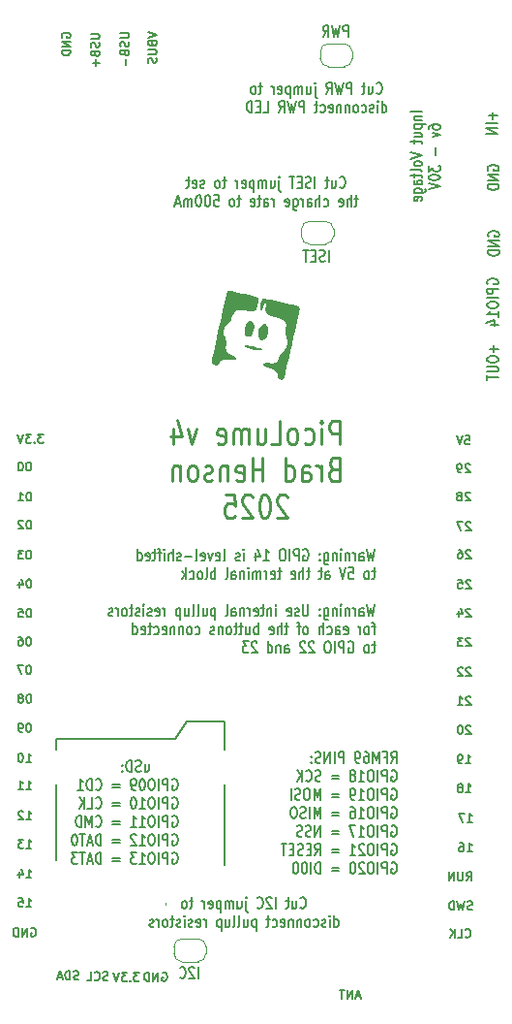
<source format=gbo>
%TF.GenerationSoftware,KiCad,Pcbnew,9.0.5*%
%TF.CreationDate,2025-11-15T07:59:09-05:00*%
%TF.ProjectId,PicoLume_v4,5069636f-4c75-46d6-955f-76342e6b6963,rev?*%
%TF.SameCoordinates,Original*%
%TF.FileFunction,Legend,Bot*%
%TF.FilePolarity,Positive*%
%FSLAX46Y46*%
G04 Gerber Fmt 4.6, Leading zero omitted, Abs format (unit mm)*
G04 Created by KiCad (PCBNEW 9.0.5) date 2025-11-15 07:59:09*
%MOMM*%
%LPD*%
G01*
G04 APERTURE LIST*
%ADD10C,0.152400*%
%ADD11C,0.150000*%
%ADD12C,0.250000*%
%ADD13C,0.000000*%
%ADD14C,0.120000*%
%ADD15C,0.200000*%
%ADD16C,0.100000*%
G04 APERTURE END LIST*
D10*
X141959750Y-54435172D02*
X140959750Y-54435172D01*
X141293083Y-54822220D02*
X141959750Y-54822220D01*
X141388321Y-54822220D02*
X141340702Y-54860925D01*
X141340702Y-54860925D02*
X141293083Y-54938335D01*
X141293083Y-54938335D02*
X141293083Y-55054449D01*
X141293083Y-55054449D02*
X141340702Y-55131858D01*
X141340702Y-55131858D02*
X141435940Y-55170563D01*
X141435940Y-55170563D02*
X141959750Y-55170563D01*
X141293083Y-55557610D02*
X142293083Y-55557610D01*
X141340702Y-55557610D02*
X141293083Y-55635020D01*
X141293083Y-55635020D02*
X141293083Y-55789839D01*
X141293083Y-55789839D02*
X141340702Y-55867248D01*
X141340702Y-55867248D02*
X141388321Y-55905953D01*
X141388321Y-55905953D02*
X141483559Y-55944658D01*
X141483559Y-55944658D02*
X141769273Y-55944658D01*
X141769273Y-55944658D02*
X141864511Y-55905953D01*
X141864511Y-55905953D02*
X141912131Y-55867248D01*
X141912131Y-55867248D02*
X141959750Y-55789839D01*
X141959750Y-55789839D02*
X141959750Y-55635020D01*
X141959750Y-55635020D02*
X141912131Y-55557610D01*
X141293083Y-56641343D02*
X141959750Y-56641343D01*
X141293083Y-56293000D02*
X141816892Y-56293000D01*
X141816892Y-56293000D02*
X141912131Y-56331705D01*
X141912131Y-56331705D02*
X141959750Y-56409115D01*
X141959750Y-56409115D02*
X141959750Y-56525229D01*
X141959750Y-56525229D02*
X141912131Y-56602638D01*
X141912131Y-56602638D02*
X141864511Y-56641343D01*
X141293083Y-56912276D02*
X141293083Y-57221914D01*
X140959750Y-57028390D02*
X141816892Y-57028390D01*
X141816892Y-57028390D02*
X141912131Y-57067095D01*
X141912131Y-57067095D02*
X141959750Y-57144505D01*
X141959750Y-57144505D02*
X141959750Y-57221914D01*
X140959750Y-57996009D02*
X141959750Y-58266942D01*
X141959750Y-58266942D02*
X140959750Y-58537876D01*
X141959750Y-58924924D02*
X141912131Y-58847514D01*
X141912131Y-58847514D02*
X141864511Y-58808809D01*
X141864511Y-58808809D02*
X141769273Y-58770105D01*
X141769273Y-58770105D02*
X141483559Y-58770105D01*
X141483559Y-58770105D02*
X141388321Y-58808809D01*
X141388321Y-58808809D02*
X141340702Y-58847514D01*
X141340702Y-58847514D02*
X141293083Y-58924924D01*
X141293083Y-58924924D02*
X141293083Y-59041038D01*
X141293083Y-59041038D02*
X141340702Y-59118447D01*
X141340702Y-59118447D02*
X141388321Y-59157152D01*
X141388321Y-59157152D02*
X141483559Y-59195857D01*
X141483559Y-59195857D02*
X141769273Y-59195857D01*
X141769273Y-59195857D02*
X141864511Y-59157152D01*
X141864511Y-59157152D02*
X141912131Y-59118447D01*
X141912131Y-59118447D02*
X141959750Y-59041038D01*
X141959750Y-59041038D02*
X141959750Y-58924924D01*
X141959750Y-59660314D02*
X141912131Y-59582904D01*
X141912131Y-59582904D02*
X141816892Y-59544199D01*
X141816892Y-59544199D02*
X140959750Y-59544199D01*
X141293083Y-59853837D02*
X141293083Y-60163475D01*
X140959750Y-59969951D02*
X141816892Y-59969951D01*
X141816892Y-59969951D02*
X141912131Y-60008656D01*
X141912131Y-60008656D02*
X141959750Y-60086066D01*
X141959750Y-60086066D02*
X141959750Y-60163475D01*
X141959750Y-60782751D02*
X141435940Y-60782751D01*
X141435940Y-60782751D02*
X141340702Y-60744046D01*
X141340702Y-60744046D02*
X141293083Y-60666637D01*
X141293083Y-60666637D02*
X141293083Y-60511818D01*
X141293083Y-60511818D02*
X141340702Y-60434408D01*
X141912131Y-60782751D02*
X141959750Y-60705342D01*
X141959750Y-60705342D02*
X141959750Y-60511818D01*
X141959750Y-60511818D02*
X141912131Y-60434408D01*
X141912131Y-60434408D02*
X141816892Y-60395704D01*
X141816892Y-60395704D02*
X141721654Y-60395704D01*
X141721654Y-60395704D02*
X141626416Y-60434408D01*
X141626416Y-60434408D02*
X141578797Y-60511818D01*
X141578797Y-60511818D02*
X141578797Y-60705342D01*
X141578797Y-60705342D02*
X141531178Y-60782751D01*
X141293083Y-61518141D02*
X142102607Y-61518141D01*
X142102607Y-61518141D02*
X142197845Y-61479436D01*
X142197845Y-61479436D02*
X142245464Y-61440732D01*
X142245464Y-61440732D02*
X142293083Y-61363322D01*
X142293083Y-61363322D02*
X142293083Y-61247208D01*
X142293083Y-61247208D02*
X142245464Y-61169798D01*
X141912131Y-61518141D02*
X141959750Y-61440732D01*
X141959750Y-61440732D02*
X141959750Y-61285913D01*
X141959750Y-61285913D02*
X141912131Y-61208503D01*
X141912131Y-61208503D02*
X141864511Y-61169798D01*
X141864511Y-61169798D02*
X141769273Y-61131094D01*
X141769273Y-61131094D02*
X141483559Y-61131094D01*
X141483559Y-61131094D02*
X141388321Y-61169798D01*
X141388321Y-61169798D02*
X141340702Y-61208503D01*
X141340702Y-61208503D02*
X141293083Y-61285913D01*
X141293083Y-61285913D02*
X141293083Y-61440732D01*
X141293083Y-61440732D02*
X141340702Y-61518141D01*
X141912131Y-62214826D02*
X141959750Y-62137417D01*
X141959750Y-62137417D02*
X141959750Y-61982598D01*
X141959750Y-61982598D02*
X141912131Y-61905188D01*
X141912131Y-61905188D02*
X141816892Y-61866484D01*
X141816892Y-61866484D02*
X141435940Y-61866484D01*
X141435940Y-61866484D02*
X141340702Y-61905188D01*
X141340702Y-61905188D02*
X141293083Y-61982598D01*
X141293083Y-61982598D02*
X141293083Y-62137417D01*
X141293083Y-62137417D02*
X141340702Y-62214826D01*
X141340702Y-62214826D02*
X141435940Y-62253531D01*
X141435940Y-62253531D02*
X141531178Y-62253531D01*
X141531178Y-62253531D02*
X141626416Y-61866484D01*
X142569694Y-55925305D02*
X142569694Y-55770486D01*
X142569694Y-55770486D02*
X142617313Y-55693077D01*
X142617313Y-55693077D02*
X142664932Y-55654372D01*
X142664932Y-55654372D02*
X142807789Y-55576962D01*
X142807789Y-55576962D02*
X142998265Y-55538258D01*
X142998265Y-55538258D02*
X143379217Y-55538258D01*
X143379217Y-55538258D02*
X143474455Y-55576962D01*
X143474455Y-55576962D02*
X143522075Y-55615667D01*
X143522075Y-55615667D02*
X143569694Y-55693077D01*
X143569694Y-55693077D02*
X143569694Y-55847896D01*
X143569694Y-55847896D02*
X143522075Y-55925305D01*
X143522075Y-55925305D02*
X143474455Y-55964010D01*
X143474455Y-55964010D02*
X143379217Y-56002715D01*
X143379217Y-56002715D02*
X143141122Y-56002715D01*
X143141122Y-56002715D02*
X143045884Y-55964010D01*
X143045884Y-55964010D02*
X142998265Y-55925305D01*
X142998265Y-55925305D02*
X142950646Y-55847896D01*
X142950646Y-55847896D02*
X142950646Y-55693077D01*
X142950646Y-55693077D02*
X142998265Y-55615667D01*
X142998265Y-55615667D02*
X143045884Y-55576962D01*
X143045884Y-55576962D02*
X143141122Y-55538258D01*
X142903027Y-56273648D02*
X143569694Y-56467172D01*
X143569694Y-56467172D02*
X142903027Y-56660695D01*
X143188741Y-57589609D02*
X143188741Y-58208886D01*
X142569694Y-59137800D02*
X142569694Y-59640962D01*
X142569694Y-59640962D02*
X142950646Y-59370028D01*
X142950646Y-59370028D02*
X142950646Y-59486143D01*
X142950646Y-59486143D02*
X142998265Y-59563552D01*
X142998265Y-59563552D02*
X143045884Y-59602257D01*
X143045884Y-59602257D02*
X143141122Y-59640962D01*
X143141122Y-59640962D02*
X143379217Y-59640962D01*
X143379217Y-59640962D02*
X143474455Y-59602257D01*
X143474455Y-59602257D02*
X143522075Y-59563552D01*
X143522075Y-59563552D02*
X143569694Y-59486143D01*
X143569694Y-59486143D02*
X143569694Y-59253914D01*
X143569694Y-59253914D02*
X143522075Y-59176505D01*
X143522075Y-59176505D02*
X143474455Y-59137800D01*
X142569694Y-60144123D02*
X142569694Y-60221533D01*
X142569694Y-60221533D02*
X142617313Y-60298942D01*
X142617313Y-60298942D02*
X142664932Y-60337647D01*
X142664932Y-60337647D02*
X142760170Y-60376352D01*
X142760170Y-60376352D02*
X142950646Y-60415057D01*
X142950646Y-60415057D02*
X143188741Y-60415057D01*
X143188741Y-60415057D02*
X143379217Y-60376352D01*
X143379217Y-60376352D02*
X143474455Y-60337647D01*
X143474455Y-60337647D02*
X143522075Y-60298942D01*
X143522075Y-60298942D02*
X143569694Y-60221533D01*
X143569694Y-60221533D02*
X143569694Y-60144123D01*
X143569694Y-60144123D02*
X143522075Y-60066714D01*
X143522075Y-60066714D02*
X143474455Y-60028009D01*
X143474455Y-60028009D02*
X143379217Y-59989304D01*
X143379217Y-59989304D02*
X143188741Y-59950600D01*
X143188741Y-59950600D02*
X142950646Y-59950600D01*
X142950646Y-59950600D02*
X142760170Y-59989304D01*
X142760170Y-59989304D02*
X142664932Y-60028009D01*
X142664932Y-60028009D02*
X142617313Y-60066714D01*
X142617313Y-60066714D02*
X142569694Y-60144123D01*
X142569694Y-60647285D02*
X143569694Y-60918218D01*
X143569694Y-60918218D02*
X142569694Y-61189152D01*
D11*
X146392856Y-124078450D02*
X146285714Y-124114164D01*
X146285714Y-124114164D02*
X146107142Y-124114164D01*
X146107142Y-124114164D02*
X146035714Y-124078450D01*
X146035714Y-124078450D02*
X145999999Y-124042735D01*
X145999999Y-124042735D02*
X145964285Y-123971307D01*
X145964285Y-123971307D02*
X145964285Y-123899878D01*
X145964285Y-123899878D02*
X145999999Y-123828450D01*
X145999999Y-123828450D02*
X146035714Y-123792735D01*
X146035714Y-123792735D02*
X146107142Y-123757021D01*
X146107142Y-123757021D02*
X146249999Y-123721307D01*
X146249999Y-123721307D02*
X146321428Y-123685592D01*
X146321428Y-123685592D02*
X146357142Y-123649878D01*
X146357142Y-123649878D02*
X146392856Y-123578450D01*
X146392856Y-123578450D02*
X146392856Y-123507021D01*
X146392856Y-123507021D02*
X146357142Y-123435592D01*
X146357142Y-123435592D02*
X146321428Y-123399878D01*
X146321428Y-123399878D02*
X146249999Y-123364164D01*
X146249999Y-123364164D02*
X146071428Y-123364164D01*
X146071428Y-123364164D02*
X145964285Y-123399878D01*
X145714285Y-123364164D02*
X145535713Y-124114164D01*
X145535713Y-124114164D02*
X145392856Y-123578450D01*
X145392856Y-123578450D02*
X145249999Y-124114164D01*
X145249999Y-124114164D02*
X145071428Y-123364164D01*
X144785713Y-124114164D02*
X144785713Y-123364164D01*
X144785713Y-123364164D02*
X144607142Y-123364164D01*
X144607142Y-123364164D02*
X144499999Y-123399878D01*
X144499999Y-123399878D02*
X144428570Y-123471307D01*
X144428570Y-123471307D02*
X144392856Y-123542735D01*
X144392856Y-123542735D02*
X144357142Y-123685592D01*
X144357142Y-123685592D02*
X144357142Y-123792735D01*
X144357142Y-123792735D02*
X144392856Y-123935592D01*
X144392856Y-123935592D02*
X144428570Y-124007021D01*
X144428570Y-124007021D02*
X144499999Y-124078450D01*
X144499999Y-124078450D02*
X144607142Y-124114164D01*
X144607142Y-124114164D02*
X144785713Y-124114164D01*
X107392857Y-121339164D02*
X107821428Y-121339164D01*
X107607143Y-121339164D02*
X107607143Y-120589164D01*
X107607143Y-120589164D02*
X107678571Y-120696307D01*
X107678571Y-120696307D02*
X107750000Y-120767735D01*
X107750000Y-120767735D02*
X107821428Y-120803450D01*
X106750000Y-120839164D02*
X106750000Y-121339164D01*
X106928571Y-120553450D02*
X107107142Y-121089164D01*
X107107142Y-121089164D02*
X106642857Y-121089164D01*
X146196428Y-85260592D02*
X146160714Y-85224878D01*
X146160714Y-85224878D02*
X146089286Y-85189164D01*
X146089286Y-85189164D02*
X145910714Y-85189164D01*
X145910714Y-85189164D02*
X145839286Y-85224878D01*
X145839286Y-85224878D02*
X145803571Y-85260592D01*
X145803571Y-85260592D02*
X145767857Y-85332021D01*
X145767857Y-85332021D02*
X145767857Y-85403450D01*
X145767857Y-85403450D02*
X145803571Y-85510592D01*
X145803571Y-85510592D02*
X146232143Y-85939164D01*
X146232143Y-85939164D02*
X145767857Y-85939164D01*
X145410714Y-85939164D02*
X145267857Y-85939164D01*
X145267857Y-85939164D02*
X145196428Y-85903450D01*
X145196428Y-85903450D02*
X145160714Y-85867735D01*
X145160714Y-85867735D02*
X145089285Y-85760592D01*
X145089285Y-85760592D02*
X145053571Y-85617735D01*
X145053571Y-85617735D02*
X145053571Y-85332021D01*
X145053571Y-85332021D02*
X145089285Y-85260592D01*
X145089285Y-85260592D02*
X145125000Y-85224878D01*
X145125000Y-85224878D02*
X145196428Y-85189164D01*
X145196428Y-85189164D02*
X145339285Y-85189164D01*
X145339285Y-85189164D02*
X145410714Y-85224878D01*
X145410714Y-85224878D02*
X145446428Y-85260592D01*
X145446428Y-85260592D02*
X145482142Y-85332021D01*
X145482142Y-85332021D02*
X145482142Y-85510592D01*
X145482142Y-85510592D02*
X145446428Y-85582021D01*
X145446428Y-85582021D02*
X145410714Y-85617735D01*
X145410714Y-85617735D02*
X145339285Y-85653450D01*
X145339285Y-85653450D02*
X145196428Y-85653450D01*
X145196428Y-85653450D02*
X145125000Y-85617735D01*
X145125000Y-85617735D02*
X145089285Y-85582021D01*
X145089285Y-85582021D02*
X145053571Y-85510592D01*
X107392857Y-116239164D02*
X107821428Y-116239164D01*
X107607143Y-116239164D02*
X107607143Y-115489164D01*
X107607143Y-115489164D02*
X107678571Y-115596307D01*
X107678571Y-115596307D02*
X107750000Y-115667735D01*
X107750000Y-115667735D02*
X107821428Y-115703450D01*
X107107142Y-115560592D02*
X107071428Y-115524878D01*
X107071428Y-115524878D02*
X107000000Y-115489164D01*
X107000000Y-115489164D02*
X106821428Y-115489164D01*
X106821428Y-115489164D02*
X106750000Y-115524878D01*
X106750000Y-115524878D02*
X106714285Y-115560592D01*
X106714285Y-115560592D02*
X106678571Y-115632021D01*
X106678571Y-115632021D02*
X106678571Y-115703450D01*
X106678571Y-115703450D02*
X106714285Y-115810592D01*
X106714285Y-115810592D02*
X107142857Y-116239164D01*
X107142857Y-116239164D02*
X106678571Y-116239164D01*
X107617857Y-102789164D02*
X107546428Y-102789164D01*
X107546428Y-102789164D02*
X107475000Y-102824878D01*
X107475000Y-102824878D02*
X107439286Y-102860592D01*
X107439286Y-102860592D02*
X107403571Y-102932021D01*
X107403571Y-102932021D02*
X107367857Y-103074878D01*
X107367857Y-103074878D02*
X107367857Y-103253450D01*
X107367857Y-103253450D02*
X107403571Y-103396307D01*
X107403571Y-103396307D02*
X107439286Y-103467735D01*
X107439286Y-103467735D02*
X107475000Y-103503450D01*
X107475000Y-103503450D02*
X107546428Y-103539164D01*
X107546428Y-103539164D02*
X107617857Y-103539164D01*
X107617857Y-103539164D02*
X107689286Y-103503450D01*
X107689286Y-103503450D02*
X107725000Y-103467735D01*
X107725000Y-103467735D02*
X107760714Y-103396307D01*
X107760714Y-103396307D02*
X107796428Y-103253450D01*
X107796428Y-103253450D02*
X107796428Y-103074878D01*
X107796428Y-103074878D02*
X107760714Y-102932021D01*
X107760714Y-102932021D02*
X107725000Y-102860592D01*
X107725000Y-102860592D02*
X107689286Y-102824878D01*
X107689286Y-102824878D02*
X107617857Y-102789164D01*
X107117857Y-102789164D02*
X106617857Y-102789164D01*
X106617857Y-102789164D02*
X106939285Y-103539164D01*
D10*
X122443447Y-130094694D02*
X122443447Y-129094694D01*
X122095103Y-129189932D02*
X122056399Y-129142313D01*
X122056399Y-129142313D02*
X121978989Y-129094694D01*
X121978989Y-129094694D02*
X121785465Y-129094694D01*
X121785465Y-129094694D02*
X121708056Y-129142313D01*
X121708056Y-129142313D02*
X121669351Y-129189932D01*
X121669351Y-129189932D02*
X121630646Y-129285170D01*
X121630646Y-129285170D02*
X121630646Y-129380408D01*
X121630646Y-129380408D02*
X121669351Y-129523265D01*
X121669351Y-129523265D02*
X122133808Y-130094694D01*
X122133808Y-130094694D02*
X121630646Y-130094694D01*
X120817847Y-129999455D02*
X120856551Y-130047075D01*
X120856551Y-130047075D02*
X120972666Y-130094694D01*
X120972666Y-130094694D02*
X121050075Y-130094694D01*
X121050075Y-130094694D02*
X121166189Y-130047075D01*
X121166189Y-130047075D02*
X121243599Y-129951836D01*
X121243599Y-129951836D02*
X121282304Y-129856598D01*
X121282304Y-129856598D02*
X121321008Y-129666122D01*
X121321008Y-129666122D02*
X121321008Y-129523265D01*
X121321008Y-129523265D02*
X121282304Y-129332789D01*
X121282304Y-129332789D02*
X121243599Y-129237551D01*
X121243599Y-129237551D02*
X121166189Y-129142313D01*
X121166189Y-129142313D02*
X121050075Y-129094694D01*
X121050075Y-129094694D02*
X120972666Y-129094694D01*
X120972666Y-129094694D02*
X120856551Y-129142313D01*
X120856551Y-129142313D02*
X120817847Y-129189932D01*
D11*
X107617857Y-100314164D02*
X107546428Y-100314164D01*
X107546428Y-100314164D02*
X107475000Y-100349878D01*
X107475000Y-100349878D02*
X107439286Y-100385592D01*
X107439286Y-100385592D02*
X107403571Y-100457021D01*
X107403571Y-100457021D02*
X107367857Y-100599878D01*
X107367857Y-100599878D02*
X107367857Y-100778450D01*
X107367857Y-100778450D02*
X107403571Y-100921307D01*
X107403571Y-100921307D02*
X107439286Y-100992735D01*
X107439286Y-100992735D02*
X107475000Y-101028450D01*
X107475000Y-101028450D02*
X107546428Y-101064164D01*
X107546428Y-101064164D02*
X107617857Y-101064164D01*
X107617857Y-101064164D02*
X107689286Y-101028450D01*
X107689286Y-101028450D02*
X107725000Y-100992735D01*
X107725000Y-100992735D02*
X107760714Y-100921307D01*
X107760714Y-100921307D02*
X107796428Y-100778450D01*
X107796428Y-100778450D02*
X107796428Y-100599878D01*
X107796428Y-100599878D02*
X107760714Y-100457021D01*
X107760714Y-100457021D02*
X107725000Y-100385592D01*
X107725000Y-100385592D02*
X107689286Y-100349878D01*
X107689286Y-100349878D02*
X107617857Y-100314164D01*
X106725000Y-100314164D02*
X106867857Y-100314164D01*
X106867857Y-100314164D02*
X106939285Y-100349878D01*
X106939285Y-100349878D02*
X106975000Y-100385592D01*
X106975000Y-100385592D02*
X107046428Y-100492735D01*
X107046428Y-100492735D02*
X107082142Y-100635592D01*
X107082142Y-100635592D02*
X107082142Y-100921307D01*
X107082142Y-100921307D02*
X107046428Y-100992735D01*
X107046428Y-100992735D02*
X107010714Y-101028450D01*
X107010714Y-101028450D02*
X106939285Y-101064164D01*
X106939285Y-101064164D02*
X106796428Y-101064164D01*
X106796428Y-101064164D02*
X106725000Y-101028450D01*
X106725000Y-101028450D02*
X106689285Y-100992735D01*
X106689285Y-100992735D02*
X106653571Y-100921307D01*
X106653571Y-100921307D02*
X106653571Y-100742735D01*
X106653571Y-100742735D02*
X106689285Y-100671307D01*
X106689285Y-100671307D02*
X106725000Y-100635592D01*
X106725000Y-100635592D02*
X106796428Y-100599878D01*
X106796428Y-100599878D02*
X106939285Y-100599878D01*
X106939285Y-100599878D02*
X107010714Y-100635592D01*
X107010714Y-100635592D02*
X107046428Y-100671307D01*
X107046428Y-100671307D02*
X107082142Y-100742735D01*
X146246428Y-90310592D02*
X146210714Y-90274878D01*
X146210714Y-90274878D02*
X146139286Y-90239164D01*
X146139286Y-90239164D02*
X145960714Y-90239164D01*
X145960714Y-90239164D02*
X145889286Y-90274878D01*
X145889286Y-90274878D02*
X145853571Y-90310592D01*
X145853571Y-90310592D02*
X145817857Y-90382021D01*
X145817857Y-90382021D02*
X145817857Y-90453450D01*
X145817857Y-90453450D02*
X145853571Y-90560592D01*
X145853571Y-90560592D02*
X146282143Y-90989164D01*
X146282143Y-90989164D02*
X145817857Y-90989164D01*
X145567857Y-90239164D02*
X145067857Y-90239164D01*
X145067857Y-90239164D02*
X145389285Y-90989164D01*
X118039164Y-47500000D02*
X118789164Y-47750000D01*
X118789164Y-47750000D02*
X118039164Y-48000000D01*
X118396307Y-48500000D02*
X118432021Y-48607143D01*
X118432021Y-48607143D02*
X118467735Y-48642857D01*
X118467735Y-48642857D02*
X118539164Y-48678571D01*
X118539164Y-48678571D02*
X118646307Y-48678571D01*
X118646307Y-48678571D02*
X118717735Y-48642857D01*
X118717735Y-48642857D02*
X118753450Y-48607143D01*
X118753450Y-48607143D02*
X118789164Y-48535714D01*
X118789164Y-48535714D02*
X118789164Y-48250000D01*
X118789164Y-48250000D02*
X118039164Y-48250000D01*
X118039164Y-48250000D02*
X118039164Y-48500000D01*
X118039164Y-48500000D02*
X118074878Y-48571429D01*
X118074878Y-48571429D02*
X118110592Y-48607143D01*
X118110592Y-48607143D02*
X118182021Y-48642857D01*
X118182021Y-48642857D02*
X118253450Y-48642857D01*
X118253450Y-48642857D02*
X118324878Y-48607143D01*
X118324878Y-48607143D02*
X118360592Y-48571429D01*
X118360592Y-48571429D02*
X118396307Y-48500000D01*
X118396307Y-48500000D02*
X118396307Y-48250000D01*
X118039164Y-49000000D02*
X118646307Y-49000000D01*
X118646307Y-49000000D02*
X118717735Y-49035714D01*
X118717735Y-49035714D02*
X118753450Y-49071429D01*
X118753450Y-49071429D02*
X118789164Y-49142857D01*
X118789164Y-49142857D02*
X118789164Y-49285714D01*
X118789164Y-49285714D02*
X118753450Y-49357143D01*
X118753450Y-49357143D02*
X118717735Y-49392857D01*
X118717735Y-49392857D02*
X118646307Y-49428571D01*
X118646307Y-49428571D02*
X118039164Y-49428571D01*
X118753450Y-49750000D02*
X118789164Y-49857143D01*
X118789164Y-49857143D02*
X118789164Y-50035714D01*
X118789164Y-50035714D02*
X118753450Y-50107143D01*
X118753450Y-50107143D02*
X118717735Y-50142857D01*
X118717735Y-50142857D02*
X118646307Y-50178571D01*
X118646307Y-50178571D02*
X118574878Y-50178571D01*
X118574878Y-50178571D02*
X118503450Y-50142857D01*
X118503450Y-50142857D02*
X118467735Y-50107143D01*
X118467735Y-50107143D02*
X118432021Y-50035714D01*
X118432021Y-50035714D02*
X118396307Y-49892857D01*
X118396307Y-49892857D02*
X118360592Y-49821428D01*
X118360592Y-49821428D02*
X118324878Y-49785714D01*
X118324878Y-49785714D02*
X118253450Y-49750000D01*
X118253450Y-49750000D02*
X118182021Y-49750000D01*
X118182021Y-49750000D02*
X118110592Y-49785714D01*
X118110592Y-49785714D02*
X118074878Y-49821428D01*
X118074878Y-49821428D02*
X118039164Y-49892857D01*
X118039164Y-49892857D02*
X118039164Y-50071428D01*
X118039164Y-50071428D02*
X118074878Y-50178571D01*
X146196428Y-87735592D02*
X146160714Y-87699878D01*
X146160714Y-87699878D02*
X146089286Y-87664164D01*
X146089286Y-87664164D02*
X145910714Y-87664164D01*
X145910714Y-87664164D02*
X145839286Y-87699878D01*
X145839286Y-87699878D02*
X145803571Y-87735592D01*
X145803571Y-87735592D02*
X145767857Y-87807021D01*
X145767857Y-87807021D02*
X145767857Y-87878450D01*
X145767857Y-87878450D02*
X145803571Y-87985592D01*
X145803571Y-87985592D02*
X146232143Y-88414164D01*
X146232143Y-88414164D02*
X145767857Y-88414164D01*
X145339285Y-87985592D02*
X145410714Y-87949878D01*
X145410714Y-87949878D02*
X145446428Y-87914164D01*
X145446428Y-87914164D02*
X145482142Y-87842735D01*
X145482142Y-87842735D02*
X145482142Y-87807021D01*
X145482142Y-87807021D02*
X145446428Y-87735592D01*
X145446428Y-87735592D02*
X145410714Y-87699878D01*
X145410714Y-87699878D02*
X145339285Y-87664164D01*
X145339285Y-87664164D02*
X145196428Y-87664164D01*
X145196428Y-87664164D02*
X145125000Y-87699878D01*
X145125000Y-87699878D02*
X145089285Y-87735592D01*
X145089285Y-87735592D02*
X145053571Y-87807021D01*
X145053571Y-87807021D02*
X145053571Y-87842735D01*
X145053571Y-87842735D02*
X145089285Y-87914164D01*
X145089285Y-87914164D02*
X145125000Y-87949878D01*
X145125000Y-87949878D02*
X145196428Y-87985592D01*
X145196428Y-87985592D02*
X145339285Y-87985592D01*
X145339285Y-87985592D02*
X145410714Y-88021307D01*
X145410714Y-88021307D02*
X145446428Y-88057021D01*
X145446428Y-88057021D02*
X145482142Y-88128450D01*
X145482142Y-88128450D02*
X145482142Y-88271307D01*
X145482142Y-88271307D02*
X145446428Y-88342735D01*
X145446428Y-88342735D02*
X145410714Y-88378450D01*
X145410714Y-88378450D02*
X145339285Y-88414164D01*
X145339285Y-88414164D02*
X145196428Y-88414164D01*
X145196428Y-88414164D02*
X145125000Y-88378450D01*
X145125000Y-88378450D02*
X145089285Y-88342735D01*
X145089285Y-88342735D02*
X145053571Y-88271307D01*
X145053571Y-88271307D02*
X145053571Y-88128450D01*
X145053571Y-88128450D02*
X145089285Y-88057021D01*
X145089285Y-88057021D02*
X145125000Y-88021307D01*
X145125000Y-88021307D02*
X145196428Y-87985592D01*
X107617857Y-107839164D02*
X107546428Y-107839164D01*
X107546428Y-107839164D02*
X107475000Y-107874878D01*
X107475000Y-107874878D02*
X107439286Y-107910592D01*
X107439286Y-107910592D02*
X107403571Y-107982021D01*
X107403571Y-107982021D02*
X107367857Y-108124878D01*
X107367857Y-108124878D02*
X107367857Y-108303450D01*
X107367857Y-108303450D02*
X107403571Y-108446307D01*
X107403571Y-108446307D02*
X107439286Y-108517735D01*
X107439286Y-108517735D02*
X107475000Y-108553450D01*
X107475000Y-108553450D02*
X107546428Y-108589164D01*
X107546428Y-108589164D02*
X107617857Y-108589164D01*
X107617857Y-108589164D02*
X107689286Y-108553450D01*
X107689286Y-108553450D02*
X107725000Y-108517735D01*
X107725000Y-108517735D02*
X107760714Y-108446307D01*
X107760714Y-108446307D02*
X107796428Y-108303450D01*
X107796428Y-108303450D02*
X107796428Y-108124878D01*
X107796428Y-108124878D02*
X107760714Y-107982021D01*
X107760714Y-107982021D02*
X107725000Y-107910592D01*
X107725000Y-107910592D02*
X107689286Y-107874878D01*
X107689286Y-107874878D02*
X107617857Y-107839164D01*
X107010714Y-108589164D02*
X106867857Y-108589164D01*
X106867857Y-108589164D02*
X106796428Y-108553450D01*
X106796428Y-108553450D02*
X106760714Y-108517735D01*
X106760714Y-108517735D02*
X106689285Y-108410592D01*
X106689285Y-108410592D02*
X106653571Y-108267735D01*
X106653571Y-108267735D02*
X106653571Y-107982021D01*
X106653571Y-107982021D02*
X106689285Y-107910592D01*
X106689285Y-107910592D02*
X106725000Y-107874878D01*
X106725000Y-107874878D02*
X106796428Y-107839164D01*
X106796428Y-107839164D02*
X106939285Y-107839164D01*
X106939285Y-107839164D02*
X107010714Y-107874878D01*
X107010714Y-107874878D02*
X107046428Y-107910592D01*
X107046428Y-107910592D02*
X107082142Y-107982021D01*
X107082142Y-107982021D02*
X107082142Y-108160592D01*
X107082142Y-108160592D02*
X107046428Y-108232021D01*
X107046428Y-108232021D02*
X107010714Y-108267735D01*
X107010714Y-108267735D02*
X106939285Y-108303450D01*
X106939285Y-108303450D02*
X106796428Y-108303450D01*
X106796428Y-108303450D02*
X106725000Y-108267735D01*
X106725000Y-108267735D02*
X106689285Y-108232021D01*
X106689285Y-108232021D02*
X106653571Y-108160592D01*
X107796428Y-125749878D02*
X107867857Y-125714164D01*
X107867857Y-125714164D02*
X107974999Y-125714164D01*
X107974999Y-125714164D02*
X108082142Y-125749878D01*
X108082142Y-125749878D02*
X108153571Y-125821307D01*
X108153571Y-125821307D02*
X108189285Y-125892735D01*
X108189285Y-125892735D02*
X108224999Y-126035592D01*
X108224999Y-126035592D02*
X108224999Y-126142735D01*
X108224999Y-126142735D02*
X108189285Y-126285592D01*
X108189285Y-126285592D02*
X108153571Y-126357021D01*
X108153571Y-126357021D02*
X108082142Y-126428450D01*
X108082142Y-126428450D02*
X107974999Y-126464164D01*
X107974999Y-126464164D02*
X107903571Y-126464164D01*
X107903571Y-126464164D02*
X107796428Y-126428450D01*
X107796428Y-126428450D02*
X107760714Y-126392735D01*
X107760714Y-126392735D02*
X107760714Y-126142735D01*
X107760714Y-126142735D02*
X107903571Y-126142735D01*
X107439285Y-126464164D02*
X107439285Y-125714164D01*
X107439285Y-125714164D02*
X107010714Y-126464164D01*
X107010714Y-126464164D02*
X107010714Y-125714164D01*
X106653571Y-126464164D02*
X106653571Y-125714164D01*
X106653571Y-125714164D02*
X106475000Y-125714164D01*
X106475000Y-125714164D02*
X106367857Y-125749878D01*
X106367857Y-125749878D02*
X106296428Y-125821307D01*
X106296428Y-125821307D02*
X106260714Y-125892735D01*
X106260714Y-125892735D02*
X106225000Y-126035592D01*
X106225000Y-126035592D02*
X106225000Y-126142735D01*
X106225000Y-126142735D02*
X106260714Y-126285592D01*
X106260714Y-126285592D02*
X106296428Y-126357021D01*
X106296428Y-126357021D02*
X106367857Y-126428450D01*
X106367857Y-126428450D02*
X106475000Y-126464164D01*
X106475000Y-126464164D02*
X106653571Y-126464164D01*
D12*
X134764286Y-83452462D02*
X134764286Y-81452462D01*
X134764286Y-81452462D02*
X134154762Y-81452462D01*
X134154762Y-81452462D02*
X134002381Y-81547700D01*
X134002381Y-81547700D02*
X133926191Y-81642938D01*
X133926191Y-81642938D02*
X133850000Y-81833414D01*
X133850000Y-81833414D02*
X133850000Y-82119128D01*
X133850000Y-82119128D02*
X133926191Y-82309604D01*
X133926191Y-82309604D02*
X134002381Y-82404843D01*
X134002381Y-82404843D02*
X134154762Y-82500081D01*
X134154762Y-82500081D02*
X134764286Y-82500081D01*
X133164286Y-83452462D02*
X133164286Y-82119128D01*
X133164286Y-81452462D02*
X133240477Y-81547700D01*
X133240477Y-81547700D02*
X133164286Y-81642938D01*
X133164286Y-81642938D02*
X133088096Y-81547700D01*
X133088096Y-81547700D02*
X133164286Y-81452462D01*
X133164286Y-81452462D02*
X133164286Y-81642938D01*
X131716667Y-83357224D02*
X131869048Y-83452462D01*
X131869048Y-83452462D02*
X132173810Y-83452462D01*
X132173810Y-83452462D02*
X132326191Y-83357224D01*
X132326191Y-83357224D02*
X132402381Y-83261985D01*
X132402381Y-83261985D02*
X132478572Y-83071509D01*
X132478572Y-83071509D02*
X132478572Y-82500081D01*
X132478572Y-82500081D02*
X132402381Y-82309604D01*
X132402381Y-82309604D02*
X132326191Y-82214366D01*
X132326191Y-82214366D02*
X132173810Y-82119128D01*
X132173810Y-82119128D02*
X131869048Y-82119128D01*
X131869048Y-82119128D02*
X131716667Y-82214366D01*
X130802381Y-83452462D02*
X130954762Y-83357224D01*
X130954762Y-83357224D02*
X131030952Y-83261985D01*
X131030952Y-83261985D02*
X131107143Y-83071509D01*
X131107143Y-83071509D02*
X131107143Y-82500081D01*
X131107143Y-82500081D02*
X131030952Y-82309604D01*
X131030952Y-82309604D02*
X130954762Y-82214366D01*
X130954762Y-82214366D02*
X130802381Y-82119128D01*
X130802381Y-82119128D02*
X130573809Y-82119128D01*
X130573809Y-82119128D02*
X130421428Y-82214366D01*
X130421428Y-82214366D02*
X130345238Y-82309604D01*
X130345238Y-82309604D02*
X130269047Y-82500081D01*
X130269047Y-82500081D02*
X130269047Y-83071509D01*
X130269047Y-83071509D02*
X130345238Y-83261985D01*
X130345238Y-83261985D02*
X130421428Y-83357224D01*
X130421428Y-83357224D02*
X130573809Y-83452462D01*
X130573809Y-83452462D02*
X130802381Y-83452462D01*
X128821428Y-83452462D02*
X129583333Y-83452462D01*
X129583333Y-83452462D02*
X129583333Y-81452462D01*
X127602381Y-82119128D02*
X127602381Y-83452462D01*
X128288095Y-82119128D02*
X128288095Y-83166747D01*
X128288095Y-83166747D02*
X128211905Y-83357224D01*
X128211905Y-83357224D02*
X128059524Y-83452462D01*
X128059524Y-83452462D02*
X127830952Y-83452462D01*
X127830952Y-83452462D02*
X127678571Y-83357224D01*
X127678571Y-83357224D02*
X127602381Y-83261985D01*
X126840476Y-83452462D02*
X126840476Y-82119128D01*
X126840476Y-82309604D02*
X126764286Y-82214366D01*
X126764286Y-82214366D02*
X126611905Y-82119128D01*
X126611905Y-82119128D02*
X126383333Y-82119128D01*
X126383333Y-82119128D02*
X126230952Y-82214366D01*
X126230952Y-82214366D02*
X126154762Y-82404843D01*
X126154762Y-82404843D02*
X126154762Y-83452462D01*
X126154762Y-82404843D02*
X126078571Y-82214366D01*
X126078571Y-82214366D02*
X125926190Y-82119128D01*
X125926190Y-82119128D02*
X125697619Y-82119128D01*
X125697619Y-82119128D02*
X125545238Y-82214366D01*
X125545238Y-82214366D02*
X125469048Y-82404843D01*
X125469048Y-82404843D02*
X125469048Y-83452462D01*
X124097619Y-83357224D02*
X124250000Y-83452462D01*
X124250000Y-83452462D02*
X124554762Y-83452462D01*
X124554762Y-83452462D02*
X124707143Y-83357224D01*
X124707143Y-83357224D02*
X124783334Y-83166747D01*
X124783334Y-83166747D02*
X124783334Y-82404843D01*
X124783334Y-82404843D02*
X124707143Y-82214366D01*
X124707143Y-82214366D02*
X124554762Y-82119128D01*
X124554762Y-82119128D02*
X124250000Y-82119128D01*
X124250000Y-82119128D02*
X124097619Y-82214366D01*
X124097619Y-82214366D02*
X124021429Y-82404843D01*
X124021429Y-82404843D02*
X124021429Y-82595319D01*
X124021429Y-82595319D02*
X124783334Y-82785795D01*
X122269047Y-82119128D02*
X121888095Y-83452462D01*
X121888095Y-83452462D02*
X121507142Y-82119128D01*
X120211904Y-82119128D02*
X120211904Y-83452462D01*
X120592856Y-81357224D02*
X120973809Y-82785795D01*
X120973809Y-82785795D02*
X119983332Y-82785795D01*
X134230952Y-85624731D02*
X134002380Y-85719969D01*
X134002380Y-85719969D02*
X133926190Y-85815207D01*
X133926190Y-85815207D02*
X133849999Y-86005683D01*
X133849999Y-86005683D02*
X133849999Y-86291397D01*
X133849999Y-86291397D02*
X133926190Y-86481873D01*
X133926190Y-86481873D02*
X134002380Y-86577112D01*
X134002380Y-86577112D02*
X134154761Y-86672350D01*
X134154761Y-86672350D02*
X134764285Y-86672350D01*
X134764285Y-86672350D02*
X134764285Y-84672350D01*
X134764285Y-84672350D02*
X134230952Y-84672350D01*
X134230952Y-84672350D02*
X134078571Y-84767588D01*
X134078571Y-84767588D02*
X134002380Y-84862826D01*
X134002380Y-84862826D02*
X133926190Y-85053302D01*
X133926190Y-85053302D02*
X133926190Y-85243778D01*
X133926190Y-85243778D02*
X134002380Y-85434254D01*
X134002380Y-85434254D02*
X134078571Y-85529492D01*
X134078571Y-85529492D02*
X134230952Y-85624731D01*
X134230952Y-85624731D02*
X134764285Y-85624731D01*
X133164285Y-86672350D02*
X133164285Y-85339016D01*
X133164285Y-85719969D02*
X133088095Y-85529492D01*
X133088095Y-85529492D02*
X133011904Y-85434254D01*
X133011904Y-85434254D02*
X132859523Y-85339016D01*
X132859523Y-85339016D02*
X132707142Y-85339016D01*
X131488095Y-86672350D02*
X131488095Y-85624731D01*
X131488095Y-85624731D02*
X131564285Y-85434254D01*
X131564285Y-85434254D02*
X131716666Y-85339016D01*
X131716666Y-85339016D02*
X132021428Y-85339016D01*
X132021428Y-85339016D02*
X132173809Y-85434254D01*
X131488095Y-86577112D02*
X131640476Y-86672350D01*
X131640476Y-86672350D02*
X132021428Y-86672350D01*
X132021428Y-86672350D02*
X132173809Y-86577112D01*
X132173809Y-86577112D02*
X132250000Y-86386635D01*
X132250000Y-86386635D02*
X132250000Y-86196159D01*
X132250000Y-86196159D02*
X132173809Y-86005683D01*
X132173809Y-86005683D02*
X132021428Y-85910445D01*
X132021428Y-85910445D02*
X131640476Y-85910445D01*
X131640476Y-85910445D02*
X131488095Y-85815207D01*
X130040476Y-86672350D02*
X130040476Y-84672350D01*
X130040476Y-86577112D02*
X130192857Y-86672350D01*
X130192857Y-86672350D02*
X130497619Y-86672350D01*
X130497619Y-86672350D02*
X130650000Y-86577112D01*
X130650000Y-86577112D02*
X130726190Y-86481873D01*
X130726190Y-86481873D02*
X130802381Y-86291397D01*
X130802381Y-86291397D02*
X130802381Y-85719969D01*
X130802381Y-85719969D02*
X130726190Y-85529492D01*
X130726190Y-85529492D02*
X130650000Y-85434254D01*
X130650000Y-85434254D02*
X130497619Y-85339016D01*
X130497619Y-85339016D02*
X130192857Y-85339016D01*
X130192857Y-85339016D02*
X130040476Y-85434254D01*
X128059523Y-86672350D02*
X128059523Y-84672350D01*
X128059523Y-85624731D02*
X127145237Y-85624731D01*
X127145237Y-86672350D02*
X127145237Y-84672350D01*
X125773809Y-86577112D02*
X125926190Y-86672350D01*
X125926190Y-86672350D02*
X126230952Y-86672350D01*
X126230952Y-86672350D02*
X126383333Y-86577112D01*
X126383333Y-86577112D02*
X126459524Y-86386635D01*
X126459524Y-86386635D02*
X126459524Y-85624731D01*
X126459524Y-85624731D02*
X126383333Y-85434254D01*
X126383333Y-85434254D02*
X126230952Y-85339016D01*
X126230952Y-85339016D02*
X125926190Y-85339016D01*
X125926190Y-85339016D02*
X125773809Y-85434254D01*
X125773809Y-85434254D02*
X125697619Y-85624731D01*
X125697619Y-85624731D02*
X125697619Y-85815207D01*
X125697619Y-85815207D02*
X126459524Y-86005683D01*
X125011904Y-85339016D02*
X125011904Y-86672350D01*
X125011904Y-85529492D02*
X124935714Y-85434254D01*
X124935714Y-85434254D02*
X124783333Y-85339016D01*
X124783333Y-85339016D02*
X124554761Y-85339016D01*
X124554761Y-85339016D02*
X124402380Y-85434254D01*
X124402380Y-85434254D02*
X124326190Y-85624731D01*
X124326190Y-85624731D02*
X124326190Y-86672350D01*
X123640476Y-86577112D02*
X123488095Y-86672350D01*
X123488095Y-86672350D02*
X123183333Y-86672350D01*
X123183333Y-86672350D02*
X123030952Y-86577112D01*
X123030952Y-86577112D02*
X122954761Y-86386635D01*
X122954761Y-86386635D02*
X122954761Y-86291397D01*
X122954761Y-86291397D02*
X123030952Y-86100921D01*
X123030952Y-86100921D02*
X123183333Y-86005683D01*
X123183333Y-86005683D02*
X123411904Y-86005683D01*
X123411904Y-86005683D02*
X123564285Y-85910445D01*
X123564285Y-85910445D02*
X123640476Y-85719969D01*
X123640476Y-85719969D02*
X123640476Y-85624731D01*
X123640476Y-85624731D02*
X123564285Y-85434254D01*
X123564285Y-85434254D02*
X123411904Y-85339016D01*
X123411904Y-85339016D02*
X123183333Y-85339016D01*
X123183333Y-85339016D02*
X123030952Y-85434254D01*
X122040476Y-86672350D02*
X122192857Y-86577112D01*
X122192857Y-86577112D02*
X122269047Y-86481873D01*
X122269047Y-86481873D02*
X122345238Y-86291397D01*
X122345238Y-86291397D02*
X122345238Y-85719969D01*
X122345238Y-85719969D02*
X122269047Y-85529492D01*
X122269047Y-85529492D02*
X122192857Y-85434254D01*
X122192857Y-85434254D02*
X122040476Y-85339016D01*
X122040476Y-85339016D02*
X121811904Y-85339016D01*
X121811904Y-85339016D02*
X121659523Y-85434254D01*
X121659523Y-85434254D02*
X121583333Y-85529492D01*
X121583333Y-85529492D02*
X121507142Y-85719969D01*
X121507142Y-85719969D02*
X121507142Y-86291397D01*
X121507142Y-86291397D02*
X121583333Y-86481873D01*
X121583333Y-86481873D02*
X121659523Y-86577112D01*
X121659523Y-86577112D02*
X121811904Y-86672350D01*
X121811904Y-86672350D02*
X122040476Y-86672350D01*
X120821428Y-85339016D02*
X120821428Y-86672350D01*
X120821428Y-85529492D02*
X120745238Y-85434254D01*
X120745238Y-85434254D02*
X120592857Y-85339016D01*
X120592857Y-85339016D02*
X120364285Y-85339016D01*
X120364285Y-85339016D02*
X120211904Y-85434254D01*
X120211904Y-85434254D02*
X120135714Y-85624731D01*
X120135714Y-85624731D02*
X120135714Y-86672350D01*
X130192858Y-88082714D02*
X130116667Y-87987476D01*
X130116667Y-87987476D02*
X129964286Y-87892238D01*
X129964286Y-87892238D02*
X129583334Y-87892238D01*
X129583334Y-87892238D02*
X129430953Y-87987476D01*
X129430953Y-87987476D02*
X129354762Y-88082714D01*
X129354762Y-88082714D02*
X129278572Y-88273190D01*
X129278572Y-88273190D02*
X129278572Y-88463666D01*
X129278572Y-88463666D02*
X129354762Y-88749380D01*
X129354762Y-88749380D02*
X130269048Y-89892238D01*
X130269048Y-89892238D02*
X129278572Y-89892238D01*
X128288095Y-87892238D02*
X128135714Y-87892238D01*
X128135714Y-87892238D02*
X127983333Y-87987476D01*
X127983333Y-87987476D02*
X127907143Y-88082714D01*
X127907143Y-88082714D02*
X127830952Y-88273190D01*
X127830952Y-88273190D02*
X127754762Y-88654142D01*
X127754762Y-88654142D02*
X127754762Y-89130333D01*
X127754762Y-89130333D02*
X127830952Y-89511285D01*
X127830952Y-89511285D02*
X127907143Y-89701761D01*
X127907143Y-89701761D02*
X127983333Y-89797000D01*
X127983333Y-89797000D02*
X128135714Y-89892238D01*
X128135714Y-89892238D02*
X128288095Y-89892238D01*
X128288095Y-89892238D02*
X128440476Y-89797000D01*
X128440476Y-89797000D02*
X128516667Y-89701761D01*
X128516667Y-89701761D02*
X128592857Y-89511285D01*
X128592857Y-89511285D02*
X128669048Y-89130333D01*
X128669048Y-89130333D02*
X128669048Y-88654142D01*
X128669048Y-88654142D02*
X128592857Y-88273190D01*
X128592857Y-88273190D02*
X128516667Y-88082714D01*
X128516667Y-88082714D02*
X128440476Y-87987476D01*
X128440476Y-87987476D02*
X128288095Y-87892238D01*
X127145238Y-88082714D02*
X127069047Y-87987476D01*
X127069047Y-87987476D02*
X126916666Y-87892238D01*
X126916666Y-87892238D02*
X126535714Y-87892238D01*
X126535714Y-87892238D02*
X126383333Y-87987476D01*
X126383333Y-87987476D02*
X126307142Y-88082714D01*
X126307142Y-88082714D02*
X126230952Y-88273190D01*
X126230952Y-88273190D02*
X126230952Y-88463666D01*
X126230952Y-88463666D02*
X126307142Y-88749380D01*
X126307142Y-88749380D02*
X127221428Y-89892238D01*
X127221428Y-89892238D02*
X126230952Y-89892238D01*
X124783332Y-87892238D02*
X125545237Y-87892238D01*
X125545237Y-87892238D02*
X125621428Y-88844619D01*
X125621428Y-88844619D02*
X125545237Y-88749380D01*
X125545237Y-88749380D02*
X125392856Y-88654142D01*
X125392856Y-88654142D02*
X125011904Y-88654142D01*
X125011904Y-88654142D02*
X124859523Y-88749380D01*
X124859523Y-88749380D02*
X124783332Y-88844619D01*
X124783332Y-88844619D02*
X124707142Y-89035095D01*
X124707142Y-89035095D02*
X124707142Y-89511285D01*
X124707142Y-89511285D02*
X124783332Y-89701761D01*
X124783332Y-89701761D02*
X124859523Y-89797000D01*
X124859523Y-89797000D02*
X125011904Y-89892238D01*
X125011904Y-89892238D02*
X125392856Y-89892238D01*
X125392856Y-89892238D02*
X125545237Y-89797000D01*
X125545237Y-89797000D02*
X125621428Y-89701761D01*
D11*
X107617857Y-85039164D02*
X107546428Y-85039164D01*
X107546428Y-85039164D02*
X107475000Y-85074878D01*
X107475000Y-85074878D02*
X107439286Y-85110592D01*
X107439286Y-85110592D02*
X107403571Y-85182021D01*
X107403571Y-85182021D02*
X107367857Y-85324878D01*
X107367857Y-85324878D02*
X107367857Y-85503450D01*
X107367857Y-85503450D02*
X107403571Y-85646307D01*
X107403571Y-85646307D02*
X107439286Y-85717735D01*
X107439286Y-85717735D02*
X107475000Y-85753450D01*
X107475000Y-85753450D02*
X107546428Y-85789164D01*
X107546428Y-85789164D02*
X107617857Y-85789164D01*
X107617857Y-85789164D02*
X107689286Y-85753450D01*
X107689286Y-85753450D02*
X107725000Y-85717735D01*
X107725000Y-85717735D02*
X107760714Y-85646307D01*
X107760714Y-85646307D02*
X107796428Y-85503450D01*
X107796428Y-85503450D02*
X107796428Y-85324878D01*
X107796428Y-85324878D02*
X107760714Y-85182021D01*
X107760714Y-85182021D02*
X107725000Y-85110592D01*
X107725000Y-85110592D02*
X107689286Y-85074878D01*
X107689286Y-85074878D02*
X107617857Y-85039164D01*
X106903571Y-85039164D02*
X106832142Y-85039164D01*
X106832142Y-85039164D02*
X106760714Y-85074878D01*
X106760714Y-85074878D02*
X106725000Y-85110592D01*
X106725000Y-85110592D02*
X106689285Y-85182021D01*
X106689285Y-85182021D02*
X106653571Y-85324878D01*
X106653571Y-85324878D02*
X106653571Y-85503450D01*
X106653571Y-85503450D02*
X106689285Y-85646307D01*
X106689285Y-85646307D02*
X106725000Y-85717735D01*
X106725000Y-85717735D02*
X106760714Y-85753450D01*
X106760714Y-85753450D02*
X106832142Y-85789164D01*
X106832142Y-85789164D02*
X106903571Y-85789164D01*
X106903571Y-85789164D02*
X106975000Y-85753450D01*
X106975000Y-85753450D02*
X107010714Y-85717735D01*
X107010714Y-85717735D02*
X107046428Y-85646307D01*
X107046428Y-85646307D02*
X107082142Y-85503450D01*
X107082142Y-85503450D02*
X107082142Y-85324878D01*
X107082142Y-85324878D02*
X107046428Y-85182021D01*
X107046428Y-85182021D02*
X107010714Y-85110592D01*
X107010714Y-85110592D02*
X106975000Y-85074878D01*
X106975000Y-85074878D02*
X106903571Y-85039164D01*
X146271428Y-108085592D02*
X146235714Y-108049878D01*
X146235714Y-108049878D02*
X146164286Y-108014164D01*
X146164286Y-108014164D02*
X145985714Y-108014164D01*
X145985714Y-108014164D02*
X145914286Y-108049878D01*
X145914286Y-108049878D02*
X145878571Y-108085592D01*
X145878571Y-108085592D02*
X145842857Y-108157021D01*
X145842857Y-108157021D02*
X145842857Y-108228450D01*
X145842857Y-108228450D02*
X145878571Y-108335592D01*
X145878571Y-108335592D02*
X146307143Y-108764164D01*
X146307143Y-108764164D02*
X145842857Y-108764164D01*
X145378571Y-108014164D02*
X145307142Y-108014164D01*
X145307142Y-108014164D02*
X145235714Y-108049878D01*
X145235714Y-108049878D02*
X145200000Y-108085592D01*
X145200000Y-108085592D02*
X145164285Y-108157021D01*
X145164285Y-108157021D02*
X145128571Y-108299878D01*
X145128571Y-108299878D02*
X145128571Y-108478450D01*
X145128571Y-108478450D02*
X145164285Y-108621307D01*
X145164285Y-108621307D02*
X145200000Y-108692735D01*
X145200000Y-108692735D02*
X145235714Y-108728450D01*
X145235714Y-108728450D02*
X145307142Y-108764164D01*
X145307142Y-108764164D02*
X145378571Y-108764164D01*
X145378571Y-108764164D02*
X145450000Y-108728450D01*
X145450000Y-108728450D02*
X145485714Y-108692735D01*
X145485714Y-108692735D02*
X145521428Y-108621307D01*
X145521428Y-108621307D02*
X145557142Y-108478450D01*
X145557142Y-108478450D02*
X145557142Y-108299878D01*
X145557142Y-108299878D02*
X145521428Y-108157021D01*
X145521428Y-108157021D02*
X145485714Y-108085592D01*
X145485714Y-108085592D02*
X145450000Y-108049878D01*
X145450000Y-108049878D02*
X145378571Y-108014164D01*
X107642857Y-105289164D02*
X107571428Y-105289164D01*
X107571428Y-105289164D02*
X107500000Y-105324878D01*
X107500000Y-105324878D02*
X107464286Y-105360592D01*
X107464286Y-105360592D02*
X107428571Y-105432021D01*
X107428571Y-105432021D02*
X107392857Y-105574878D01*
X107392857Y-105574878D02*
X107392857Y-105753450D01*
X107392857Y-105753450D02*
X107428571Y-105896307D01*
X107428571Y-105896307D02*
X107464286Y-105967735D01*
X107464286Y-105967735D02*
X107500000Y-106003450D01*
X107500000Y-106003450D02*
X107571428Y-106039164D01*
X107571428Y-106039164D02*
X107642857Y-106039164D01*
X107642857Y-106039164D02*
X107714286Y-106003450D01*
X107714286Y-106003450D02*
X107750000Y-105967735D01*
X107750000Y-105967735D02*
X107785714Y-105896307D01*
X107785714Y-105896307D02*
X107821428Y-105753450D01*
X107821428Y-105753450D02*
X107821428Y-105574878D01*
X107821428Y-105574878D02*
X107785714Y-105432021D01*
X107785714Y-105432021D02*
X107750000Y-105360592D01*
X107750000Y-105360592D02*
X107714286Y-105324878D01*
X107714286Y-105324878D02*
X107642857Y-105289164D01*
X106964285Y-105610592D02*
X107035714Y-105574878D01*
X107035714Y-105574878D02*
X107071428Y-105539164D01*
X107071428Y-105539164D02*
X107107142Y-105467735D01*
X107107142Y-105467735D02*
X107107142Y-105432021D01*
X107107142Y-105432021D02*
X107071428Y-105360592D01*
X107071428Y-105360592D02*
X107035714Y-105324878D01*
X107035714Y-105324878D02*
X106964285Y-105289164D01*
X106964285Y-105289164D02*
X106821428Y-105289164D01*
X106821428Y-105289164D02*
X106750000Y-105324878D01*
X106750000Y-105324878D02*
X106714285Y-105360592D01*
X106714285Y-105360592D02*
X106678571Y-105432021D01*
X106678571Y-105432021D02*
X106678571Y-105467735D01*
X106678571Y-105467735D02*
X106714285Y-105539164D01*
X106714285Y-105539164D02*
X106750000Y-105574878D01*
X106750000Y-105574878D02*
X106821428Y-105610592D01*
X106821428Y-105610592D02*
X106964285Y-105610592D01*
X106964285Y-105610592D02*
X107035714Y-105646307D01*
X107035714Y-105646307D02*
X107071428Y-105682021D01*
X107071428Y-105682021D02*
X107107142Y-105753450D01*
X107107142Y-105753450D02*
X107107142Y-105896307D01*
X107107142Y-105896307D02*
X107071428Y-105967735D01*
X107071428Y-105967735D02*
X107035714Y-106003450D01*
X107035714Y-106003450D02*
X106964285Y-106039164D01*
X106964285Y-106039164D02*
X106821428Y-106039164D01*
X106821428Y-106039164D02*
X106750000Y-106003450D01*
X106750000Y-106003450D02*
X106714285Y-105967735D01*
X106714285Y-105967735D02*
X106678571Y-105896307D01*
X106678571Y-105896307D02*
X106678571Y-105753450D01*
X106678571Y-105753450D02*
X106714285Y-105682021D01*
X106714285Y-105682021D02*
X106750000Y-105646307D01*
X106750000Y-105646307D02*
X106821428Y-105610592D01*
X115614164Y-47564286D02*
X116221307Y-47564286D01*
X116221307Y-47564286D02*
X116292735Y-47600000D01*
X116292735Y-47600000D02*
X116328450Y-47635715D01*
X116328450Y-47635715D02*
X116364164Y-47707143D01*
X116364164Y-47707143D02*
X116364164Y-47850000D01*
X116364164Y-47850000D02*
X116328450Y-47921429D01*
X116328450Y-47921429D02*
X116292735Y-47957143D01*
X116292735Y-47957143D02*
X116221307Y-47992857D01*
X116221307Y-47992857D02*
X115614164Y-47992857D01*
X116328450Y-48314286D02*
X116364164Y-48421429D01*
X116364164Y-48421429D02*
X116364164Y-48600000D01*
X116364164Y-48600000D02*
X116328450Y-48671429D01*
X116328450Y-48671429D02*
X116292735Y-48707143D01*
X116292735Y-48707143D02*
X116221307Y-48742857D01*
X116221307Y-48742857D02*
X116149878Y-48742857D01*
X116149878Y-48742857D02*
X116078450Y-48707143D01*
X116078450Y-48707143D02*
X116042735Y-48671429D01*
X116042735Y-48671429D02*
X116007021Y-48600000D01*
X116007021Y-48600000D02*
X115971307Y-48457143D01*
X115971307Y-48457143D02*
X115935592Y-48385714D01*
X115935592Y-48385714D02*
X115899878Y-48350000D01*
X115899878Y-48350000D02*
X115828450Y-48314286D01*
X115828450Y-48314286D02*
X115757021Y-48314286D01*
X115757021Y-48314286D02*
X115685592Y-48350000D01*
X115685592Y-48350000D02*
X115649878Y-48385714D01*
X115649878Y-48385714D02*
X115614164Y-48457143D01*
X115614164Y-48457143D02*
X115614164Y-48635714D01*
X115614164Y-48635714D02*
X115649878Y-48742857D01*
X115971307Y-49314286D02*
X116007021Y-49421429D01*
X116007021Y-49421429D02*
X116042735Y-49457143D01*
X116042735Y-49457143D02*
X116114164Y-49492857D01*
X116114164Y-49492857D02*
X116221307Y-49492857D01*
X116221307Y-49492857D02*
X116292735Y-49457143D01*
X116292735Y-49457143D02*
X116328450Y-49421429D01*
X116328450Y-49421429D02*
X116364164Y-49350000D01*
X116364164Y-49350000D02*
X116364164Y-49064286D01*
X116364164Y-49064286D02*
X115614164Y-49064286D01*
X115614164Y-49064286D02*
X115614164Y-49314286D01*
X115614164Y-49314286D02*
X115649878Y-49385715D01*
X115649878Y-49385715D02*
X115685592Y-49421429D01*
X115685592Y-49421429D02*
X115757021Y-49457143D01*
X115757021Y-49457143D02*
X115828450Y-49457143D01*
X115828450Y-49457143D02*
X115899878Y-49421429D01*
X115899878Y-49421429D02*
X115935592Y-49385715D01*
X115935592Y-49385715D02*
X115971307Y-49314286D01*
X115971307Y-49314286D02*
X115971307Y-49064286D01*
X116078450Y-49814286D02*
X116078450Y-50385715D01*
X146246428Y-92760592D02*
X146210714Y-92724878D01*
X146210714Y-92724878D02*
X146139286Y-92689164D01*
X146139286Y-92689164D02*
X145960714Y-92689164D01*
X145960714Y-92689164D02*
X145889286Y-92724878D01*
X145889286Y-92724878D02*
X145853571Y-92760592D01*
X145853571Y-92760592D02*
X145817857Y-92832021D01*
X145817857Y-92832021D02*
X145817857Y-92903450D01*
X145817857Y-92903450D02*
X145853571Y-93010592D01*
X145853571Y-93010592D02*
X146282143Y-93439164D01*
X146282143Y-93439164D02*
X145817857Y-93439164D01*
X145175000Y-92689164D02*
X145317857Y-92689164D01*
X145317857Y-92689164D02*
X145389285Y-92724878D01*
X145389285Y-92724878D02*
X145425000Y-92760592D01*
X145425000Y-92760592D02*
X145496428Y-92867735D01*
X145496428Y-92867735D02*
X145532142Y-93010592D01*
X145532142Y-93010592D02*
X145532142Y-93296307D01*
X145532142Y-93296307D02*
X145496428Y-93367735D01*
X145496428Y-93367735D02*
X145460714Y-93403450D01*
X145460714Y-93403450D02*
X145389285Y-93439164D01*
X145389285Y-93439164D02*
X145246428Y-93439164D01*
X145246428Y-93439164D02*
X145175000Y-93403450D01*
X145175000Y-93403450D02*
X145139285Y-93367735D01*
X145139285Y-93367735D02*
X145103571Y-93296307D01*
X145103571Y-93296307D02*
X145103571Y-93117735D01*
X145103571Y-93117735D02*
X145139285Y-93046307D01*
X145139285Y-93046307D02*
X145175000Y-93010592D01*
X145175000Y-93010592D02*
X145246428Y-92974878D01*
X145246428Y-92974878D02*
X145389285Y-92974878D01*
X145389285Y-92974878D02*
X145460714Y-93010592D01*
X145460714Y-93010592D02*
X145496428Y-93046307D01*
X145496428Y-93046307D02*
X145532142Y-93117735D01*
X107617857Y-92739164D02*
X107546428Y-92739164D01*
X107546428Y-92739164D02*
X107475000Y-92774878D01*
X107475000Y-92774878D02*
X107439286Y-92810592D01*
X107439286Y-92810592D02*
X107403571Y-92882021D01*
X107403571Y-92882021D02*
X107367857Y-93024878D01*
X107367857Y-93024878D02*
X107367857Y-93203450D01*
X107367857Y-93203450D02*
X107403571Y-93346307D01*
X107403571Y-93346307D02*
X107439286Y-93417735D01*
X107439286Y-93417735D02*
X107475000Y-93453450D01*
X107475000Y-93453450D02*
X107546428Y-93489164D01*
X107546428Y-93489164D02*
X107617857Y-93489164D01*
X107617857Y-93489164D02*
X107689286Y-93453450D01*
X107689286Y-93453450D02*
X107725000Y-93417735D01*
X107725000Y-93417735D02*
X107760714Y-93346307D01*
X107760714Y-93346307D02*
X107796428Y-93203450D01*
X107796428Y-93203450D02*
X107796428Y-93024878D01*
X107796428Y-93024878D02*
X107760714Y-92882021D01*
X107760714Y-92882021D02*
X107725000Y-92810592D01*
X107725000Y-92810592D02*
X107689286Y-92774878D01*
X107689286Y-92774878D02*
X107617857Y-92739164D01*
X107117857Y-92739164D02*
X106653571Y-92739164D01*
X106653571Y-92739164D02*
X106903571Y-93024878D01*
X106903571Y-93024878D02*
X106796428Y-93024878D01*
X106796428Y-93024878D02*
X106725000Y-93060592D01*
X106725000Y-93060592D02*
X106689285Y-93096307D01*
X106689285Y-93096307D02*
X106653571Y-93167735D01*
X106653571Y-93167735D02*
X106653571Y-93346307D01*
X106653571Y-93346307D02*
X106689285Y-93417735D01*
X106689285Y-93417735D02*
X106725000Y-93453450D01*
X106725000Y-93453450D02*
X106796428Y-93489164D01*
X106796428Y-93489164D02*
X107010714Y-93489164D01*
X107010714Y-93489164D02*
X107082142Y-93453450D01*
X107082142Y-93453450D02*
X107117857Y-93417735D01*
X136582142Y-131674878D02*
X136225000Y-131674878D01*
X136653571Y-131889164D02*
X136403571Y-131139164D01*
X136403571Y-131139164D02*
X136153571Y-131889164D01*
X135903571Y-131889164D02*
X135903571Y-131139164D01*
X135903571Y-131139164D02*
X135475000Y-131889164D01*
X135475000Y-131889164D02*
X135475000Y-131139164D01*
X135225000Y-131139164D02*
X134796429Y-131139164D01*
X135010714Y-131889164D02*
X135010714Y-131139164D01*
X117257143Y-129614164D02*
X116792857Y-129614164D01*
X116792857Y-129614164D02*
X117042857Y-129899878D01*
X117042857Y-129899878D02*
X116935714Y-129899878D01*
X116935714Y-129899878D02*
X116864286Y-129935592D01*
X116864286Y-129935592D02*
X116828571Y-129971307D01*
X116828571Y-129971307D02*
X116792857Y-130042735D01*
X116792857Y-130042735D02*
X116792857Y-130221307D01*
X116792857Y-130221307D02*
X116828571Y-130292735D01*
X116828571Y-130292735D02*
X116864286Y-130328450D01*
X116864286Y-130328450D02*
X116935714Y-130364164D01*
X116935714Y-130364164D02*
X117150000Y-130364164D01*
X117150000Y-130364164D02*
X117221428Y-130328450D01*
X117221428Y-130328450D02*
X117257143Y-130292735D01*
X116471428Y-130292735D02*
X116435714Y-130328450D01*
X116435714Y-130328450D02*
X116471428Y-130364164D01*
X116471428Y-130364164D02*
X116507142Y-130328450D01*
X116507142Y-130328450D02*
X116471428Y-130292735D01*
X116471428Y-130292735D02*
X116471428Y-130364164D01*
X116185714Y-129614164D02*
X115721428Y-129614164D01*
X115721428Y-129614164D02*
X115971428Y-129899878D01*
X115971428Y-129899878D02*
X115864285Y-129899878D01*
X115864285Y-129899878D02*
X115792857Y-129935592D01*
X115792857Y-129935592D02*
X115757142Y-129971307D01*
X115757142Y-129971307D02*
X115721428Y-130042735D01*
X115721428Y-130042735D02*
X115721428Y-130221307D01*
X115721428Y-130221307D02*
X115757142Y-130292735D01*
X115757142Y-130292735D02*
X115792857Y-130328450D01*
X115792857Y-130328450D02*
X115864285Y-130364164D01*
X115864285Y-130364164D02*
X116078571Y-130364164D01*
X116078571Y-130364164D02*
X116149999Y-130328450D01*
X116149999Y-130328450D02*
X116185714Y-130292735D01*
X115507142Y-129614164D02*
X115257142Y-130364164D01*
X115257142Y-130364164D02*
X115007142Y-129614164D01*
X145817857Y-111339164D02*
X146246428Y-111339164D01*
X146032143Y-111339164D02*
X146032143Y-110589164D01*
X146032143Y-110589164D02*
X146103571Y-110696307D01*
X146103571Y-110696307D02*
X146175000Y-110767735D01*
X146175000Y-110767735D02*
X146246428Y-110803450D01*
X145460714Y-111339164D02*
X145317857Y-111339164D01*
X145317857Y-111339164D02*
X145246428Y-111303450D01*
X145246428Y-111303450D02*
X145210714Y-111267735D01*
X145210714Y-111267735D02*
X145139285Y-111160592D01*
X145139285Y-111160592D02*
X145103571Y-111017735D01*
X145103571Y-111017735D02*
X145103571Y-110732021D01*
X145103571Y-110732021D02*
X145139285Y-110660592D01*
X145139285Y-110660592D02*
X145175000Y-110624878D01*
X145175000Y-110624878D02*
X145246428Y-110589164D01*
X145246428Y-110589164D02*
X145389285Y-110589164D01*
X145389285Y-110589164D02*
X145460714Y-110624878D01*
X145460714Y-110624878D02*
X145496428Y-110660592D01*
X145496428Y-110660592D02*
X145532142Y-110732021D01*
X145532142Y-110732021D02*
X145532142Y-110910592D01*
X145532142Y-110910592D02*
X145496428Y-110982021D01*
X145496428Y-110982021D02*
X145460714Y-111017735D01*
X145460714Y-111017735D02*
X145389285Y-111053450D01*
X145389285Y-111053450D02*
X145246428Y-111053450D01*
X145246428Y-111053450D02*
X145175000Y-111017735D01*
X145175000Y-111017735D02*
X145139285Y-110982021D01*
X145139285Y-110982021D02*
X145103571Y-110910592D01*
X145767856Y-82739164D02*
X146124999Y-82739164D01*
X146124999Y-82739164D02*
X146160713Y-83096307D01*
X146160713Y-83096307D02*
X146124999Y-83060592D01*
X146124999Y-83060592D02*
X146053571Y-83024878D01*
X146053571Y-83024878D02*
X145874999Y-83024878D01*
X145874999Y-83024878D02*
X145803571Y-83060592D01*
X145803571Y-83060592D02*
X145767856Y-83096307D01*
X145767856Y-83096307D02*
X145732142Y-83167735D01*
X145732142Y-83167735D02*
X145732142Y-83346307D01*
X145732142Y-83346307D02*
X145767856Y-83417735D01*
X145767856Y-83417735D02*
X145803571Y-83453450D01*
X145803571Y-83453450D02*
X145874999Y-83489164D01*
X145874999Y-83489164D02*
X146053571Y-83489164D01*
X146053571Y-83489164D02*
X146124999Y-83453450D01*
X146124999Y-83453450D02*
X146160713Y-83417735D01*
X145517856Y-82739164D02*
X145267856Y-83489164D01*
X145267856Y-83489164D02*
X145017856Y-82739164D01*
D10*
X117755766Y-111403307D02*
X117755766Y-112069974D01*
X118104109Y-111403307D02*
X118104109Y-111927116D01*
X118104109Y-111927116D02*
X118065404Y-112022355D01*
X118065404Y-112022355D02*
X117987994Y-112069974D01*
X117987994Y-112069974D02*
X117871880Y-112069974D01*
X117871880Y-112069974D02*
X117794471Y-112022355D01*
X117794471Y-112022355D02*
X117755766Y-111974735D01*
X117407423Y-112022355D02*
X117291309Y-112069974D01*
X117291309Y-112069974D02*
X117097785Y-112069974D01*
X117097785Y-112069974D02*
X117020376Y-112022355D01*
X117020376Y-112022355D02*
X116981671Y-111974735D01*
X116981671Y-111974735D02*
X116942966Y-111879497D01*
X116942966Y-111879497D02*
X116942966Y-111784259D01*
X116942966Y-111784259D02*
X116981671Y-111689021D01*
X116981671Y-111689021D02*
X117020376Y-111641402D01*
X117020376Y-111641402D02*
X117097785Y-111593783D01*
X117097785Y-111593783D02*
X117252604Y-111546164D01*
X117252604Y-111546164D02*
X117330014Y-111498545D01*
X117330014Y-111498545D02*
X117368719Y-111450926D01*
X117368719Y-111450926D02*
X117407423Y-111355688D01*
X117407423Y-111355688D02*
X117407423Y-111260450D01*
X117407423Y-111260450D02*
X117368719Y-111165212D01*
X117368719Y-111165212D02*
X117330014Y-111117593D01*
X117330014Y-111117593D02*
X117252604Y-111069974D01*
X117252604Y-111069974D02*
X117059081Y-111069974D01*
X117059081Y-111069974D02*
X116942966Y-111117593D01*
X116594624Y-112069974D02*
X116594624Y-111069974D01*
X116594624Y-111069974D02*
X116401100Y-111069974D01*
X116401100Y-111069974D02*
X116284986Y-111117593D01*
X116284986Y-111117593D02*
X116207576Y-111212831D01*
X116207576Y-111212831D02*
X116168871Y-111308069D01*
X116168871Y-111308069D02*
X116130167Y-111498545D01*
X116130167Y-111498545D02*
X116130167Y-111641402D01*
X116130167Y-111641402D02*
X116168871Y-111831878D01*
X116168871Y-111831878D02*
X116207576Y-111927116D01*
X116207576Y-111927116D02*
X116284986Y-112022355D01*
X116284986Y-112022355D02*
X116401100Y-112069974D01*
X116401100Y-112069974D02*
X116594624Y-112069974D01*
X115781824Y-111974735D02*
X115743119Y-112022355D01*
X115743119Y-112022355D02*
X115781824Y-112069974D01*
X115781824Y-112069974D02*
X115820528Y-112022355D01*
X115820528Y-112022355D02*
X115781824Y-111974735D01*
X115781824Y-111974735D02*
X115781824Y-112069974D01*
X115781824Y-111450926D02*
X115743119Y-111498545D01*
X115743119Y-111498545D02*
X115781824Y-111546164D01*
X115781824Y-111546164D02*
X115820528Y-111498545D01*
X115820528Y-111498545D02*
X115781824Y-111450926D01*
X115781824Y-111450926D02*
X115781824Y-111546164D01*
X120155460Y-112727537D02*
X120232870Y-112679918D01*
X120232870Y-112679918D02*
X120348984Y-112679918D01*
X120348984Y-112679918D02*
X120465098Y-112727537D01*
X120465098Y-112727537D02*
X120542508Y-112822775D01*
X120542508Y-112822775D02*
X120581213Y-112918013D01*
X120581213Y-112918013D02*
X120619917Y-113108489D01*
X120619917Y-113108489D02*
X120619917Y-113251346D01*
X120619917Y-113251346D02*
X120581213Y-113441822D01*
X120581213Y-113441822D02*
X120542508Y-113537060D01*
X120542508Y-113537060D02*
X120465098Y-113632299D01*
X120465098Y-113632299D02*
X120348984Y-113679918D01*
X120348984Y-113679918D02*
X120271575Y-113679918D01*
X120271575Y-113679918D02*
X120155460Y-113632299D01*
X120155460Y-113632299D02*
X120116756Y-113584679D01*
X120116756Y-113584679D02*
X120116756Y-113251346D01*
X120116756Y-113251346D02*
X120271575Y-113251346D01*
X119768413Y-113679918D02*
X119768413Y-112679918D01*
X119768413Y-112679918D02*
X119458775Y-112679918D01*
X119458775Y-112679918D02*
X119381365Y-112727537D01*
X119381365Y-112727537D02*
X119342660Y-112775156D01*
X119342660Y-112775156D02*
X119303956Y-112870394D01*
X119303956Y-112870394D02*
X119303956Y-113013251D01*
X119303956Y-113013251D02*
X119342660Y-113108489D01*
X119342660Y-113108489D02*
X119381365Y-113156108D01*
X119381365Y-113156108D02*
X119458775Y-113203727D01*
X119458775Y-113203727D02*
X119768413Y-113203727D01*
X118955613Y-113679918D02*
X118955613Y-112679918D01*
X118413746Y-112679918D02*
X118258927Y-112679918D01*
X118258927Y-112679918D02*
X118181517Y-112727537D01*
X118181517Y-112727537D02*
X118104108Y-112822775D01*
X118104108Y-112822775D02*
X118065403Y-113013251D01*
X118065403Y-113013251D02*
X118065403Y-113346584D01*
X118065403Y-113346584D02*
X118104108Y-113537060D01*
X118104108Y-113537060D02*
X118181517Y-113632299D01*
X118181517Y-113632299D02*
X118258927Y-113679918D01*
X118258927Y-113679918D02*
X118413746Y-113679918D01*
X118413746Y-113679918D02*
X118491155Y-113632299D01*
X118491155Y-113632299D02*
X118568565Y-113537060D01*
X118568565Y-113537060D02*
X118607269Y-113346584D01*
X118607269Y-113346584D02*
X118607269Y-113013251D01*
X118607269Y-113013251D02*
X118568565Y-112822775D01*
X118568565Y-112822775D02*
X118491155Y-112727537D01*
X118491155Y-112727537D02*
X118413746Y-112679918D01*
X117562241Y-112679918D02*
X117484831Y-112679918D01*
X117484831Y-112679918D02*
X117407422Y-112727537D01*
X117407422Y-112727537D02*
X117368717Y-112775156D01*
X117368717Y-112775156D02*
X117330012Y-112870394D01*
X117330012Y-112870394D02*
X117291307Y-113060870D01*
X117291307Y-113060870D02*
X117291307Y-113298965D01*
X117291307Y-113298965D02*
X117330012Y-113489441D01*
X117330012Y-113489441D02*
X117368717Y-113584679D01*
X117368717Y-113584679D02*
X117407422Y-113632299D01*
X117407422Y-113632299D02*
X117484831Y-113679918D01*
X117484831Y-113679918D02*
X117562241Y-113679918D01*
X117562241Y-113679918D02*
X117639650Y-113632299D01*
X117639650Y-113632299D02*
X117678355Y-113584679D01*
X117678355Y-113584679D02*
X117717060Y-113489441D01*
X117717060Y-113489441D02*
X117755764Y-113298965D01*
X117755764Y-113298965D02*
X117755764Y-113060870D01*
X117755764Y-113060870D02*
X117717060Y-112870394D01*
X117717060Y-112870394D02*
X117678355Y-112775156D01*
X117678355Y-112775156D02*
X117639650Y-112727537D01*
X117639650Y-112727537D02*
X117562241Y-112679918D01*
X116904260Y-113679918D02*
X116749441Y-113679918D01*
X116749441Y-113679918D02*
X116672031Y-113632299D01*
X116672031Y-113632299D02*
X116633327Y-113584679D01*
X116633327Y-113584679D02*
X116555917Y-113441822D01*
X116555917Y-113441822D02*
X116517212Y-113251346D01*
X116517212Y-113251346D02*
X116517212Y-112870394D01*
X116517212Y-112870394D02*
X116555917Y-112775156D01*
X116555917Y-112775156D02*
X116594622Y-112727537D01*
X116594622Y-112727537D02*
X116672031Y-112679918D01*
X116672031Y-112679918D02*
X116826850Y-112679918D01*
X116826850Y-112679918D02*
X116904260Y-112727537D01*
X116904260Y-112727537D02*
X116942965Y-112775156D01*
X116942965Y-112775156D02*
X116981669Y-112870394D01*
X116981669Y-112870394D02*
X116981669Y-113108489D01*
X116981669Y-113108489D02*
X116942965Y-113203727D01*
X116942965Y-113203727D02*
X116904260Y-113251346D01*
X116904260Y-113251346D02*
X116826850Y-113298965D01*
X116826850Y-113298965D02*
X116672031Y-113298965D01*
X116672031Y-113298965D02*
X116594622Y-113251346D01*
X116594622Y-113251346D02*
X116555917Y-113203727D01*
X116555917Y-113203727D02*
X116517212Y-113108489D01*
X115549594Y-113156108D02*
X114930318Y-113156108D01*
X114930318Y-113441822D02*
X115549594Y-113441822D01*
X113459537Y-113584679D02*
X113498241Y-113632299D01*
X113498241Y-113632299D02*
X113614356Y-113679918D01*
X113614356Y-113679918D02*
X113691765Y-113679918D01*
X113691765Y-113679918D02*
X113807879Y-113632299D01*
X113807879Y-113632299D02*
X113885289Y-113537060D01*
X113885289Y-113537060D02*
X113923994Y-113441822D01*
X113923994Y-113441822D02*
X113962698Y-113251346D01*
X113962698Y-113251346D02*
X113962698Y-113108489D01*
X113962698Y-113108489D02*
X113923994Y-112918013D01*
X113923994Y-112918013D02*
X113885289Y-112822775D01*
X113885289Y-112822775D02*
X113807879Y-112727537D01*
X113807879Y-112727537D02*
X113691765Y-112679918D01*
X113691765Y-112679918D02*
X113614356Y-112679918D01*
X113614356Y-112679918D02*
X113498241Y-112727537D01*
X113498241Y-112727537D02*
X113459537Y-112775156D01*
X113111194Y-113679918D02*
X113111194Y-112679918D01*
X113111194Y-112679918D02*
X112917670Y-112679918D01*
X112917670Y-112679918D02*
X112801556Y-112727537D01*
X112801556Y-112727537D02*
X112724146Y-112822775D01*
X112724146Y-112822775D02*
X112685441Y-112918013D01*
X112685441Y-112918013D02*
X112646737Y-113108489D01*
X112646737Y-113108489D02*
X112646737Y-113251346D01*
X112646737Y-113251346D02*
X112685441Y-113441822D01*
X112685441Y-113441822D02*
X112724146Y-113537060D01*
X112724146Y-113537060D02*
X112801556Y-113632299D01*
X112801556Y-113632299D02*
X112917670Y-113679918D01*
X112917670Y-113679918D02*
X113111194Y-113679918D01*
X111872641Y-113679918D02*
X112337098Y-113679918D01*
X112104870Y-113679918D02*
X112104870Y-112679918D01*
X112104870Y-112679918D02*
X112182279Y-112822775D01*
X112182279Y-112822775D02*
X112259689Y-112918013D01*
X112259689Y-112918013D02*
X112337098Y-112965632D01*
X120155460Y-114337481D02*
X120232870Y-114289862D01*
X120232870Y-114289862D02*
X120348984Y-114289862D01*
X120348984Y-114289862D02*
X120465098Y-114337481D01*
X120465098Y-114337481D02*
X120542508Y-114432719D01*
X120542508Y-114432719D02*
X120581213Y-114527957D01*
X120581213Y-114527957D02*
X120619917Y-114718433D01*
X120619917Y-114718433D02*
X120619917Y-114861290D01*
X120619917Y-114861290D02*
X120581213Y-115051766D01*
X120581213Y-115051766D02*
X120542508Y-115147004D01*
X120542508Y-115147004D02*
X120465098Y-115242243D01*
X120465098Y-115242243D02*
X120348984Y-115289862D01*
X120348984Y-115289862D02*
X120271575Y-115289862D01*
X120271575Y-115289862D02*
X120155460Y-115242243D01*
X120155460Y-115242243D02*
X120116756Y-115194623D01*
X120116756Y-115194623D02*
X120116756Y-114861290D01*
X120116756Y-114861290D02*
X120271575Y-114861290D01*
X119768413Y-115289862D02*
X119768413Y-114289862D01*
X119768413Y-114289862D02*
X119458775Y-114289862D01*
X119458775Y-114289862D02*
X119381365Y-114337481D01*
X119381365Y-114337481D02*
X119342660Y-114385100D01*
X119342660Y-114385100D02*
X119303956Y-114480338D01*
X119303956Y-114480338D02*
X119303956Y-114623195D01*
X119303956Y-114623195D02*
X119342660Y-114718433D01*
X119342660Y-114718433D02*
X119381365Y-114766052D01*
X119381365Y-114766052D02*
X119458775Y-114813671D01*
X119458775Y-114813671D02*
X119768413Y-114813671D01*
X118955613Y-115289862D02*
X118955613Y-114289862D01*
X118413746Y-114289862D02*
X118258927Y-114289862D01*
X118258927Y-114289862D02*
X118181517Y-114337481D01*
X118181517Y-114337481D02*
X118104108Y-114432719D01*
X118104108Y-114432719D02*
X118065403Y-114623195D01*
X118065403Y-114623195D02*
X118065403Y-114956528D01*
X118065403Y-114956528D02*
X118104108Y-115147004D01*
X118104108Y-115147004D02*
X118181517Y-115242243D01*
X118181517Y-115242243D02*
X118258927Y-115289862D01*
X118258927Y-115289862D02*
X118413746Y-115289862D01*
X118413746Y-115289862D02*
X118491155Y-115242243D01*
X118491155Y-115242243D02*
X118568565Y-115147004D01*
X118568565Y-115147004D02*
X118607269Y-114956528D01*
X118607269Y-114956528D02*
X118607269Y-114623195D01*
X118607269Y-114623195D02*
X118568565Y-114432719D01*
X118568565Y-114432719D02*
X118491155Y-114337481D01*
X118491155Y-114337481D02*
X118413746Y-114289862D01*
X117291307Y-115289862D02*
X117755764Y-115289862D01*
X117523536Y-115289862D02*
X117523536Y-114289862D01*
X117523536Y-114289862D02*
X117600945Y-114432719D01*
X117600945Y-114432719D02*
X117678355Y-114527957D01*
X117678355Y-114527957D02*
X117755764Y-114575576D01*
X116788146Y-114289862D02*
X116710736Y-114289862D01*
X116710736Y-114289862D02*
X116633327Y-114337481D01*
X116633327Y-114337481D02*
X116594622Y-114385100D01*
X116594622Y-114385100D02*
X116555917Y-114480338D01*
X116555917Y-114480338D02*
X116517212Y-114670814D01*
X116517212Y-114670814D02*
X116517212Y-114908909D01*
X116517212Y-114908909D02*
X116555917Y-115099385D01*
X116555917Y-115099385D02*
X116594622Y-115194623D01*
X116594622Y-115194623D02*
X116633327Y-115242243D01*
X116633327Y-115242243D02*
X116710736Y-115289862D01*
X116710736Y-115289862D02*
X116788146Y-115289862D01*
X116788146Y-115289862D02*
X116865555Y-115242243D01*
X116865555Y-115242243D02*
X116904260Y-115194623D01*
X116904260Y-115194623D02*
X116942965Y-115099385D01*
X116942965Y-115099385D02*
X116981669Y-114908909D01*
X116981669Y-114908909D02*
X116981669Y-114670814D01*
X116981669Y-114670814D02*
X116942965Y-114480338D01*
X116942965Y-114480338D02*
X116904260Y-114385100D01*
X116904260Y-114385100D02*
X116865555Y-114337481D01*
X116865555Y-114337481D02*
X116788146Y-114289862D01*
X115549594Y-114766052D02*
X114930318Y-114766052D01*
X114930318Y-115051766D02*
X115549594Y-115051766D01*
X113459537Y-115194623D02*
X113498241Y-115242243D01*
X113498241Y-115242243D02*
X113614356Y-115289862D01*
X113614356Y-115289862D02*
X113691765Y-115289862D01*
X113691765Y-115289862D02*
X113807879Y-115242243D01*
X113807879Y-115242243D02*
X113885289Y-115147004D01*
X113885289Y-115147004D02*
X113923994Y-115051766D01*
X113923994Y-115051766D02*
X113962698Y-114861290D01*
X113962698Y-114861290D02*
X113962698Y-114718433D01*
X113962698Y-114718433D02*
X113923994Y-114527957D01*
X113923994Y-114527957D02*
X113885289Y-114432719D01*
X113885289Y-114432719D02*
X113807879Y-114337481D01*
X113807879Y-114337481D02*
X113691765Y-114289862D01*
X113691765Y-114289862D02*
X113614356Y-114289862D01*
X113614356Y-114289862D02*
X113498241Y-114337481D01*
X113498241Y-114337481D02*
X113459537Y-114385100D01*
X112724146Y-115289862D02*
X113111194Y-115289862D01*
X113111194Y-115289862D02*
X113111194Y-114289862D01*
X112453213Y-115289862D02*
X112453213Y-114289862D01*
X111988756Y-115289862D02*
X112337098Y-114718433D01*
X111988756Y-114289862D02*
X112453213Y-114861290D01*
X120155460Y-115947425D02*
X120232870Y-115899806D01*
X120232870Y-115899806D02*
X120348984Y-115899806D01*
X120348984Y-115899806D02*
X120465098Y-115947425D01*
X120465098Y-115947425D02*
X120542508Y-116042663D01*
X120542508Y-116042663D02*
X120581213Y-116137901D01*
X120581213Y-116137901D02*
X120619917Y-116328377D01*
X120619917Y-116328377D02*
X120619917Y-116471234D01*
X120619917Y-116471234D02*
X120581213Y-116661710D01*
X120581213Y-116661710D02*
X120542508Y-116756948D01*
X120542508Y-116756948D02*
X120465098Y-116852187D01*
X120465098Y-116852187D02*
X120348984Y-116899806D01*
X120348984Y-116899806D02*
X120271575Y-116899806D01*
X120271575Y-116899806D02*
X120155460Y-116852187D01*
X120155460Y-116852187D02*
X120116756Y-116804567D01*
X120116756Y-116804567D02*
X120116756Y-116471234D01*
X120116756Y-116471234D02*
X120271575Y-116471234D01*
X119768413Y-116899806D02*
X119768413Y-115899806D01*
X119768413Y-115899806D02*
X119458775Y-115899806D01*
X119458775Y-115899806D02*
X119381365Y-115947425D01*
X119381365Y-115947425D02*
X119342660Y-115995044D01*
X119342660Y-115995044D02*
X119303956Y-116090282D01*
X119303956Y-116090282D02*
X119303956Y-116233139D01*
X119303956Y-116233139D02*
X119342660Y-116328377D01*
X119342660Y-116328377D02*
X119381365Y-116375996D01*
X119381365Y-116375996D02*
X119458775Y-116423615D01*
X119458775Y-116423615D02*
X119768413Y-116423615D01*
X118955613Y-116899806D02*
X118955613Y-115899806D01*
X118413746Y-115899806D02*
X118258927Y-115899806D01*
X118258927Y-115899806D02*
X118181517Y-115947425D01*
X118181517Y-115947425D02*
X118104108Y-116042663D01*
X118104108Y-116042663D02*
X118065403Y-116233139D01*
X118065403Y-116233139D02*
X118065403Y-116566472D01*
X118065403Y-116566472D02*
X118104108Y-116756948D01*
X118104108Y-116756948D02*
X118181517Y-116852187D01*
X118181517Y-116852187D02*
X118258927Y-116899806D01*
X118258927Y-116899806D02*
X118413746Y-116899806D01*
X118413746Y-116899806D02*
X118491155Y-116852187D01*
X118491155Y-116852187D02*
X118568565Y-116756948D01*
X118568565Y-116756948D02*
X118607269Y-116566472D01*
X118607269Y-116566472D02*
X118607269Y-116233139D01*
X118607269Y-116233139D02*
X118568565Y-116042663D01*
X118568565Y-116042663D02*
X118491155Y-115947425D01*
X118491155Y-115947425D02*
X118413746Y-115899806D01*
X117291307Y-116899806D02*
X117755764Y-116899806D01*
X117523536Y-116899806D02*
X117523536Y-115899806D01*
X117523536Y-115899806D02*
X117600945Y-116042663D01*
X117600945Y-116042663D02*
X117678355Y-116137901D01*
X117678355Y-116137901D02*
X117755764Y-116185520D01*
X116517212Y-116899806D02*
X116981669Y-116899806D01*
X116749441Y-116899806D02*
X116749441Y-115899806D01*
X116749441Y-115899806D02*
X116826850Y-116042663D01*
X116826850Y-116042663D02*
X116904260Y-116137901D01*
X116904260Y-116137901D02*
X116981669Y-116185520D01*
X115549594Y-116375996D02*
X114930318Y-116375996D01*
X114930318Y-116661710D02*
X115549594Y-116661710D01*
X113459537Y-116804567D02*
X113498241Y-116852187D01*
X113498241Y-116852187D02*
X113614356Y-116899806D01*
X113614356Y-116899806D02*
X113691765Y-116899806D01*
X113691765Y-116899806D02*
X113807879Y-116852187D01*
X113807879Y-116852187D02*
X113885289Y-116756948D01*
X113885289Y-116756948D02*
X113923994Y-116661710D01*
X113923994Y-116661710D02*
X113962698Y-116471234D01*
X113962698Y-116471234D02*
X113962698Y-116328377D01*
X113962698Y-116328377D02*
X113923994Y-116137901D01*
X113923994Y-116137901D02*
X113885289Y-116042663D01*
X113885289Y-116042663D02*
X113807879Y-115947425D01*
X113807879Y-115947425D02*
X113691765Y-115899806D01*
X113691765Y-115899806D02*
X113614356Y-115899806D01*
X113614356Y-115899806D02*
X113498241Y-115947425D01*
X113498241Y-115947425D02*
X113459537Y-115995044D01*
X113111194Y-116899806D02*
X113111194Y-115899806D01*
X113111194Y-115899806D02*
X112840260Y-116614091D01*
X112840260Y-116614091D02*
X112569327Y-115899806D01*
X112569327Y-115899806D02*
X112569327Y-116899806D01*
X112182280Y-116899806D02*
X112182280Y-115899806D01*
X112182280Y-115899806D02*
X111988756Y-115899806D01*
X111988756Y-115899806D02*
X111872642Y-115947425D01*
X111872642Y-115947425D02*
X111795232Y-116042663D01*
X111795232Y-116042663D02*
X111756527Y-116137901D01*
X111756527Y-116137901D02*
X111717823Y-116328377D01*
X111717823Y-116328377D02*
X111717823Y-116471234D01*
X111717823Y-116471234D02*
X111756527Y-116661710D01*
X111756527Y-116661710D02*
X111795232Y-116756948D01*
X111795232Y-116756948D02*
X111872642Y-116852187D01*
X111872642Y-116852187D02*
X111988756Y-116899806D01*
X111988756Y-116899806D02*
X112182280Y-116899806D01*
X120155460Y-117557369D02*
X120232870Y-117509750D01*
X120232870Y-117509750D02*
X120348984Y-117509750D01*
X120348984Y-117509750D02*
X120465098Y-117557369D01*
X120465098Y-117557369D02*
X120542508Y-117652607D01*
X120542508Y-117652607D02*
X120581213Y-117747845D01*
X120581213Y-117747845D02*
X120619917Y-117938321D01*
X120619917Y-117938321D02*
X120619917Y-118081178D01*
X120619917Y-118081178D02*
X120581213Y-118271654D01*
X120581213Y-118271654D02*
X120542508Y-118366892D01*
X120542508Y-118366892D02*
X120465098Y-118462131D01*
X120465098Y-118462131D02*
X120348984Y-118509750D01*
X120348984Y-118509750D02*
X120271575Y-118509750D01*
X120271575Y-118509750D02*
X120155460Y-118462131D01*
X120155460Y-118462131D02*
X120116756Y-118414511D01*
X120116756Y-118414511D02*
X120116756Y-118081178D01*
X120116756Y-118081178D02*
X120271575Y-118081178D01*
X119768413Y-118509750D02*
X119768413Y-117509750D01*
X119768413Y-117509750D02*
X119458775Y-117509750D01*
X119458775Y-117509750D02*
X119381365Y-117557369D01*
X119381365Y-117557369D02*
X119342660Y-117604988D01*
X119342660Y-117604988D02*
X119303956Y-117700226D01*
X119303956Y-117700226D02*
X119303956Y-117843083D01*
X119303956Y-117843083D02*
X119342660Y-117938321D01*
X119342660Y-117938321D02*
X119381365Y-117985940D01*
X119381365Y-117985940D02*
X119458775Y-118033559D01*
X119458775Y-118033559D02*
X119768413Y-118033559D01*
X118955613Y-118509750D02*
X118955613Y-117509750D01*
X118413746Y-117509750D02*
X118258927Y-117509750D01*
X118258927Y-117509750D02*
X118181517Y-117557369D01*
X118181517Y-117557369D02*
X118104108Y-117652607D01*
X118104108Y-117652607D02*
X118065403Y-117843083D01*
X118065403Y-117843083D02*
X118065403Y-118176416D01*
X118065403Y-118176416D02*
X118104108Y-118366892D01*
X118104108Y-118366892D02*
X118181517Y-118462131D01*
X118181517Y-118462131D02*
X118258927Y-118509750D01*
X118258927Y-118509750D02*
X118413746Y-118509750D01*
X118413746Y-118509750D02*
X118491155Y-118462131D01*
X118491155Y-118462131D02*
X118568565Y-118366892D01*
X118568565Y-118366892D02*
X118607269Y-118176416D01*
X118607269Y-118176416D02*
X118607269Y-117843083D01*
X118607269Y-117843083D02*
X118568565Y-117652607D01*
X118568565Y-117652607D02*
X118491155Y-117557369D01*
X118491155Y-117557369D02*
X118413746Y-117509750D01*
X117291307Y-118509750D02*
X117755764Y-118509750D01*
X117523536Y-118509750D02*
X117523536Y-117509750D01*
X117523536Y-117509750D02*
X117600945Y-117652607D01*
X117600945Y-117652607D02*
X117678355Y-117747845D01*
X117678355Y-117747845D02*
X117755764Y-117795464D01*
X116981669Y-117604988D02*
X116942965Y-117557369D01*
X116942965Y-117557369D02*
X116865555Y-117509750D01*
X116865555Y-117509750D02*
X116672031Y-117509750D01*
X116672031Y-117509750D02*
X116594622Y-117557369D01*
X116594622Y-117557369D02*
X116555917Y-117604988D01*
X116555917Y-117604988D02*
X116517212Y-117700226D01*
X116517212Y-117700226D02*
X116517212Y-117795464D01*
X116517212Y-117795464D02*
X116555917Y-117938321D01*
X116555917Y-117938321D02*
X117020374Y-118509750D01*
X117020374Y-118509750D02*
X116517212Y-118509750D01*
X115549594Y-117985940D02*
X114930318Y-117985940D01*
X114930318Y-118271654D02*
X115549594Y-118271654D01*
X113923994Y-118509750D02*
X113923994Y-117509750D01*
X113923994Y-117509750D02*
X113730470Y-117509750D01*
X113730470Y-117509750D02*
X113614356Y-117557369D01*
X113614356Y-117557369D02*
X113536946Y-117652607D01*
X113536946Y-117652607D02*
X113498241Y-117747845D01*
X113498241Y-117747845D02*
X113459537Y-117938321D01*
X113459537Y-117938321D02*
X113459537Y-118081178D01*
X113459537Y-118081178D02*
X113498241Y-118271654D01*
X113498241Y-118271654D02*
X113536946Y-118366892D01*
X113536946Y-118366892D02*
X113614356Y-118462131D01*
X113614356Y-118462131D02*
X113730470Y-118509750D01*
X113730470Y-118509750D02*
X113923994Y-118509750D01*
X113149898Y-118224035D02*
X112762851Y-118224035D01*
X113227308Y-118509750D02*
X112956375Y-117509750D01*
X112956375Y-117509750D02*
X112685441Y-118509750D01*
X112530622Y-117509750D02*
X112066165Y-117509750D01*
X112298393Y-118509750D02*
X112298393Y-117509750D01*
X111640413Y-117509750D02*
X111563003Y-117509750D01*
X111563003Y-117509750D02*
X111485594Y-117557369D01*
X111485594Y-117557369D02*
X111446889Y-117604988D01*
X111446889Y-117604988D02*
X111408184Y-117700226D01*
X111408184Y-117700226D02*
X111369479Y-117890702D01*
X111369479Y-117890702D02*
X111369479Y-118128797D01*
X111369479Y-118128797D02*
X111408184Y-118319273D01*
X111408184Y-118319273D02*
X111446889Y-118414511D01*
X111446889Y-118414511D02*
X111485594Y-118462131D01*
X111485594Y-118462131D02*
X111563003Y-118509750D01*
X111563003Y-118509750D02*
X111640413Y-118509750D01*
X111640413Y-118509750D02*
X111717822Y-118462131D01*
X111717822Y-118462131D02*
X111756527Y-118414511D01*
X111756527Y-118414511D02*
X111795232Y-118319273D01*
X111795232Y-118319273D02*
X111833936Y-118128797D01*
X111833936Y-118128797D02*
X111833936Y-117890702D01*
X111833936Y-117890702D02*
X111795232Y-117700226D01*
X111795232Y-117700226D02*
X111756527Y-117604988D01*
X111756527Y-117604988D02*
X111717822Y-117557369D01*
X111717822Y-117557369D02*
X111640413Y-117509750D01*
X120155460Y-119167313D02*
X120232870Y-119119694D01*
X120232870Y-119119694D02*
X120348984Y-119119694D01*
X120348984Y-119119694D02*
X120465098Y-119167313D01*
X120465098Y-119167313D02*
X120542508Y-119262551D01*
X120542508Y-119262551D02*
X120581213Y-119357789D01*
X120581213Y-119357789D02*
X120619917Y-119548265D01*
X120619917Y-119548265D02*
X120619917Y-119691122D01*
X120619917Y-119691122D02*
X120581213Y-119881598D01*
X120581213Y-119881598D02*
X120542508Y-119976836D01*
X120542508Y-119976836D02*
X120465098Y-120072075D01*
X120465098Y-120072075D02*
X120348984Y-120119694D01*
X120348984Y-120119694D02*
X120271575Y-120119694D01*
X120271575Y-120119694D02*
X120155460Y-120072075D01*
X120155460Y-120072075D02*
X120116756Y-120024455D01*
X120116756Y-120024455D02*
X120116756Y-119691122D01*
X120116756Y-119691122D02*
X120271575Y-119691122D01*
X119768413Y-120119694D02*
X119768413Y-119119694D01*
X119768413Y-119119694D02*
X119458775Y-119119694D01*
X119458775Y-119119694D02*
X119381365Y-119167313D01*
X119381365Y-119167313D02*
X119342660Y-119214932D01*
X119342660Y-119214932D02*
X119303956Y-119310170D01*
X119303956Y-119310170D02*
X119303956Y-119453027D01*
X119303956Y-119453027D02*
X119342660Y-119548265D01*
X119342660Y-119548265D02*
X119381365Y-119595884D01*
X119381365Y-119595884D02*
X119458775Y-119643503D01*
X119458775Y-119643503D02*
X119768413Y-119643503D01*
X118955613Y-120119694D02*
X118955613Y-119119694D01*
X118413746Y-119119694D02*
X118258927Y-119119694D01*
X118258927Y-119119694D02*
X118181517Y-119167313D01*
X118181517Y-119167313D02*
X118104108Y-119262551D01*
X118104108Y-119262551D02*
X118065403Y-119453027D01*
X118065403Y-119453027D02*
X118065403Y-119786360D01*
X118065403Y-119786360D02*
X118104108Y-119976836D01*
X118104108Y-119976836D02*
X118181517Y-120072075D01*
X118181517Y-120072075D02*
X118258927Y-120119694D01*
X118258927Y-120119694D02*
X118413746Y-120119694D01*
X118413746Y-120119694D02*
X118491155Y-120072075D01*
X118491155Y-120072075D02*
X118568565Y-119976836D01*
X118568565Y-119976836D02*
X118607269Y-119786360D01*
X118607269Y-119786360D02*
X118607269Y-119453027D01*
X118607269Y-119453027D02*
X118568565Y-119262551D01*
X118568565Y-119262551D02*
X118491155Y-119167313D01*
X118491155Y-119167313D02*
X118413746Y-119119694D01*
X117291307Y-120119694D02*
X117755764Y-120119694D01*
X117523536Y-120119694D02*
X117523536Y-119119694D01*
X117523536Y-119119694D02*
X117600945Y-119262551D01*
X117600945Y-119262551D02*
X117678355Y-119357789D01*
X117678355Y-119357789D02*
X117755764Y-119405408D01*
X117020374Y-119119694D02*
X116517212Y-119119694D01*
X116517212Y-119119694D02*
X116788146Y-119500646D01*
X116788146Y-119500646D02*
X116672031Y-119500646D01*
X116672031Y-119500646D02*
X116594622Y-119548265D01*
X116594622Y-119548265D02*
X116555917Y-119595884D01*
X116555917Y-119595884D02*
X116517212Y-119691122D01*
X116517212Y-119691122D02*
X116517212Y-119929217D01*
X116517212Y-119929217D02*
X116555917Y-120024455D01*
X116555917Y-120024455D02*
X116594622Y-120072075D01*
X116594622Y-120072075D02*
X116672031Y-120119694D01*
X116672031Y-120119694D02*
X116904260Y-120119694D01*
X116904260Y-120119694D02*
X116981669Y-120072075D01*
X116981669Y-120072075D02*
X117020374Y-120024455D01*
X115549594Y-119595884D02*
X114930318Y-119595884D01*
X114930318Y-119881598D02*
X115549594Y-119881598D01*
X113923994Y-120119694D02*
X113923994Y-119119694D01*
X113923994Y-119119694D02*
X113730470Y-119119694D01*
X113730470Y-119119694D02*
X113614356Y-119167313D01*
X113614356Y-119167313D02*
X113536946Y-119262551D01*
X113536946Y-119262551D02*
X113498241Y-119357789D01*
X113498241Y-119357789D02*
X113459537Y-119548265D01*
X113459537Y-119548265D02*
X113459537Y-119691122D01*
X113459537Y-119691122D02*
X113498241Y-119881598D01*
X113498241Y-119881598D02*
X113536946Y-119976836D01*
X113536946Y-119976836D02*
X113614356Y-120072075D01*
X113614356Y-120072075D02*
X113730470Y-120119694D01*
X113730470Y-120119694D02*
X113923994Y-120119694D01*
X113149898Y-119833979D02*
X112762851Y-119833979D01*
X113227308Y-120119694D02*
X112956375Y-119119694D01*
X112956375Y-119119694D02*
X112685441Y-120119694D01*
X112530622Y-119119694D02*
X112066165Y-119119694D01*
X112298393Y-120119694D02*
X112298393Y-119119694D01*
X111872641Y-119119694D02*
X111369479Y-119119694D01*
X111369479Y-119119694D02*
X111640413Y-119500646D01*
X111640413Y-119500646D02*
X111524298Y-119500646D01*
X111524298Y-119500646D02*
X111446889Y-119548265D01*
X111446889Y-119548265D02*
X111408184Y-119595884D01*
X111408184Y-119595884D02*
X111369479Y-119691122D01*
X111369479Y-119691122D02*
X111369479Y-119929217D01*
X111369479Y-119929217D02*
X111408184Y-120024455D01*
X111408184Y-120024455D02*
X111446889Y-120072075D01*
X111446889Y-120072075D02*
X111524298Y-120119694D01*
X111524298Y-120119694D02*
X111756527Y-120119694D01*
X111756527Y-120119694D02*
X111833936Y-120072075D01*
X111833936Y-120072075D02*
X111872641Y-120024455D01*
D11*
X113039164Y-47639286D02*
X113646307Y-47639286D01*
X113646307Y-47639286D02*
X113717735Y-47675000D01*
X113717735Y-47675000D02*
X113753450Y-47710715D01*
X113753450Y-47710715D02*
X113789164Y-47782143D01*
X113789164Y-47782143D02*
X113789164Y-47925000D01*
X113789164Y-47925000D02*
X113753450Y-47996429D01*
X113753450Y-47996429D02*
X113717735Y-48032143D01*
X113717735Y-48032143D02*
X113646307Y-48067857D01*
X113646307Y-48067857D02*
X113039164Y-48067857D01*
X113753450Y-48389286D02*
X113789164Y-48496429D01*
X113789164Y-48496429D02*
X113789164Y-48675000D01*
X113789164Y-48675000D02*
X113753450Y-48746429D01*
X113753450Y-48746429D02*
X113717735Y-48782143D01*
X113717735Y-48782143D02*
X113646307Y-48817857D01*
X113646307Y-48817857D02*
X113574878Y-48817857D01*
X113574878Y-48817857D02*
X113503450Y-48782143D01*
X113503450Y-48782143D02*
X113467735Y-48746429D01*
X113467735Y-48746429D02*
X113432021Y-48675000D01*
X113432021Y-48675000D02*
X113396307Y-48532143D01*
X113396307Y-48532143D02*
X113360592Y-48460714D01*
X113360592Y-48460714D02*
X113324878Y-48425000D01*
X113324878Y-48425000D02*
X113253450Y-48389286D01*
X113253450Y-48389286D02*
X113182021Y-48389286D01*
X113182021Y-48389286D02*
X113110592Y-48425000D01*
X113110592Y-48425000D02*
X113074878Y-48460714D01*
X113074878Y-48460714D02*
X113039164Y-48532143D01*
X113039164Y-48532143D02*
X113039164Y-48710714D01*
X113039164Y-48710714D02*
X113074878Y-48817857D01*
X113396307Y-49389286D02*
X113432021Y-49496429D01*
X113432021Y-49496429D02*
X113467735Y-49532143D01*
X113467735Y-49532143D02*
X113539164Y-49567857D01*
X113539164Y-49567857D02*
X113646307Y-49567857D01*
X113646307Y-49567857D02*
X113717735Y-49532143D01*
X113717735Y-49532143D02*
X113753450Y-49496429D01*
X113753450Y-49496429D02*
X113789164Y-49425000D01*
X113789164Y-49425000D02*
X113789164Y-49139286D01*
X113789164Y-49139286D02*
X113039164Y-49139286D01*
X113039164Y-49139286D02*
X113039164Y-49389286D01*
X113039164Y-49389286D02*
X113074878Y-49460715D01*
X113074878Y-49460715D02*
X113110592Y-49496429D01*
X113110592Y-49496429D02*
X113182021Y-49532143D01*
X113182021Y-49532143D02*
X113253450Y-49532143D01*
X113253450Y-49532143D02*
X113324878Y-49496429D01*
X113324878Y-49496429D02*
X113360592Y-49460715D01*
X113360592Y-49460715D02*
X113396307Y-49389286D01*
X113396307Y-49389286D02*
X113396307Y-49139286D01*
X113503450Y-49889286D02*
X113503450Y-50460715D01*
X113789164Y-50175000D02*
X113217735Y-50175000D01*
X107642857Y-97814164D02*
X107571428Y-97814164D01*
X107571428Y-97814164D02*
X107500000Y-97849878D01*
X107500000Y-97849878D02*
X107464286Y-97885592D01*
X107464286Y-97885592D02*
X107428571Y-97957021D01*
X107428571Y-97957021D02*
X107392857Y-98099878D01*
X107392857Y-98099878D02*
X107392857Y-98278450D01*
X107392857Y-98278450D02*
X107428571Y-98421307D01*
X107428571Y-98421307D02*
X107464286Y-98492735D01*
X107464286Y-98492735D02*
X107500000Y-98528450D01*
X107500000Y-98528450D02*
X107571428Y-98564164D01*
X107571428Y-98564164D02*
X107642857Y-98564164D01*
X107642857Y-98564164D02*
X107714286Y-98528450D01*
X107714286Y-98528450D02*
X107750000Y-98492735D01*
X107750000Y-98492735D02*
X107785714Y-98421307D01*
X107785714Y-98421307D02*
X107821428Y-98278450D01*
X107821428Y-98278450D02*
X107821428Y-98099878D01*
X107821428Y-98099878D02*
X107785714Y-97957021D01*
X107785714Y-97957021D02*
X107750000Y-97885592D01*
X107750000Y-97885592D02*
X107714286Y-97849878D01*
X107714286Y-97849878D02*
X107642857Y-97814164D01*
X106714285Y-97814164D02*
X107071428Y-97814164D01*
X107071428Y-97814164D02*
X107107142Y-98171307D01*
X107107142Y-98171307D02*
X107071428Y-98135592D01*
X107071428Y-98135592D02*
X107000000Y-98099878D01*
X107000000Y-98099878D02*
X106821428Y-98099878D01*
X106821428Y-98099878D02*
X106750000Y-98135592D01*
X106750000Y-98135592D02*
X106714285Y-98171307D01*
X106714285Y-98171307D02*
X106678571Y-98242735D01*
X106678571Y-98242735D02*
X106678571Y-98421307D01*
X106678571Y-98421307D02*
X106714285Y-98492735D01*
X106714285Y-98492735D02*
X106750000Y-98528450D01*
X106750000Y-98528450D02*
X106821428Y-98564164D01*
X106821428Y-98564164D02*
X107000000Y-98564164D01*
X107000000Y-98564164D02*
X107071428Y-98528450D01*
X107071428Y-98528450D02*
X107107142Y-98492735D01*
X146246428Y-97885592D02*
X146210714Y-97849878D01*
X146210714Y-97849878D02*
X146139286Y-97814164D01*
X146139286Y-97814164D02*
X145960714Y-97814164D01*
X145960714Y-97814164D02*
X145889286Y-97849878D01*
X145889286Y-97849878D02*
X145853571Y-97885592D01*
X145853571Y-97885592D02*
X145817857Y-97957021D01*
X145817857Y-97957021D02*
X145817857Y-98028450D01*
X145817857Y-98028450D02*
X145853571Y-98135592D01*
X145853571Y-98135592D02*
X146282143Y-98564164D01*
X146282143Y-98564164D02*
X145817857Y-98564164D01*
X145175000Y-98064164D02*
X145175000Y-98564164D01*
X145353571Y-97778450D02*
X145532142Y-98314164D01*
X145532142Y-98314164D02*
X145067857Y-98314164D01*
D10*
X133839380Y-67519694D02*
X133839380Y-66519694D01*
X133491036Y-67472075D02*
X133374922Y-67519694D01*
X133374922Y-67519694D02*
X133181398Y-67519694D01*
X133181398Y-67519694D02*
X133103989Y-67472075D01*
X133103989Y-67472075D02*
X133065284Y-67424455D01*
X133065284Y-67424455D02*
X133026579Y-67329217D01*
X133026579Y-67329217D02*
X133026579Y-67233979D01*
X133026579Y-67233979D02*
X133065284Y-67138741D01*
X133065284Y-67138741D02*
X133103989Y-67091122D01*
X133103989Y-67091122D02*
X133181398Y-67043503D01*
X133181398Y-67043503D02*
X133336217Y-66995884D01*
X133336217Y-66995884D02*
X133413627Y-66948265D01*
X133413627Y-66948265D02*
X133452332Y-66900646D01*
X133452332Y-66900646D02*
X133491036Y-66805408D01*
X133491036Y-66805408D02*
X133491036Y-66710170D01*
X133491036Y-66710170D02*
X133452332Y-66614932D01*
X133452332Y-66614932D02*
X133413627Y-66567313D01*
X133413627Y-66567313D02*
X133336217Y-66519694D01*
X133336217Y-66519694D02*
X133142694Y-66519694D01*
X133142694Y-66519694D02*
X133026579Y-66567313D01*
X132678237Y-66995884D02*
X132407303Y-66995884D01*
X132291189Y-67519694D02*
X132678237Y-67519694D01*
X132678237Y-67519694D02*
X132678237Y-66519694D01*
X132678237Y-66519694D02*
X132291189Y-66519694D01*
X132058961Y-66519694D02*
X131594504Y-66519694D01*
X131826732Y-67519694D02*
X131826732Y-66519694D01*
D11*
X107642857Y-90114164D02*
X107571428Y-90114164D01*
X107571428Y-90114164D02*
X107500000Y-90149878D01*
X107500000Y-90149878D02*
X107464286Y-90185592D01*
X107464286Y-90185592D02*
X107428571Y-90257021D01*
X107428571Y-90257021D02*
X107392857Y-90399878D01*
X107392857Y-90399878D02*
X107392857Y-90578450D01*
X107392857Y-90578450D02*
X107428571Y-90721307D01*
X107428571Y-90721307D02*
X107464286Y-90792735D01*
X107464286Y-90792735D02*
X107500000Y-90828450D01*
X107500000Y-90828450D02*
X107571428Y-90864164D01*
X107571428Y-90864164D02*
X107642857Y-90864164D01*
X107642857Y-90864164D02*
X107714286Y-90828450D01*
X107714286Y-90828450D02*
X107750000Y-90792735D01*
X107750000Y-90792735D02*
X107785714Y-90721307D01*
X107785714Y-90721307D02*
X107821428Y-90578450D01*
X107821428Y-90578450D02*
X107821428Y-90399878D01*
X107821428Y-90399878D02*
X107785714Y-90257021D01*
X107785714Y-90257021D02*
X107750000Y-90185592D01*
X107750000Y-90185592D02*
X107714286Y-90149878D01*
X107714286Y-90149878D02*
X107642857Y-90114164D01*
X107107142Y-90185592D02*
X107071428Y-90149878D01*
X107071428Y-90149878D02*
X107000000Y-90114164D01*
X107000000Y-90114164D02*
X106821428Y-90114164D01*
X106821428Y-90114164D02*
X106750000Y-90149878D01*
X106750000Y-90149878D02*
X106714285Y-90185592D01*
X106714285Y-90185592D02*
X106678571Y-90257021D01*
X106678571Y-90257021D02*
X106678571Y-90328450D01*
X106678571Y-90328450D02*
X106714285Y-90435592D01*
X106714285Y-90435592D02*
X107142857Y-90864164D01*
X107142857Y-90864164D02*
X106678571Y-90864164D01*
X114517856Y-130253450D02*
X114410714Y-130289164D01*
X114410714Y-130289164D02*
X114232142Y-130289164D01*
X114232142Y-130289164D02*
X114160714Y-130253450D01*
X114160714Y-130253450D02*
X114124999Y-130217735D01*
X114124999Y-130217735D02*
X114089285Y-130146307D01*
X114089285Y-130146307D02*
X114089285Y-130074878D01*
X114089285Y-130074878D02*
X114124999Y-130003450D01*
X114124999Y-130003450D02*
X114160714Y-129967735D01*
X114160714Y-129967735D02*
X114232142Y-129932021D01*
X114232142Y-129932021D02*
X114374999Y-129896307D01*
X114374999Y-129896307D02*
X114446428Y-129860592D01*
X114446428Y-129860592D02*
X114482142Y-129824878D01*
X114482142Y-129824878D02*
X114517856Y-129753450D01*
X114517856Y-129753450D02*
X114517856Y-129682021D01*
X114517856Y-129682021D02*
X114482142Y-129610592D01*
X114482142Y-129610592D02*
X114446428Y-129574878D01*
X114446428Y-129574878D02*
X114374999Y-129539164D01*
X114374999Y-129539164D02*
X114196428Y-129539164D01*
X114196428Y-129539164D02*
X114089285Y-129574878D01*
X113339285Y-130217735D02*
X113374999Y-130253450D01*
X113374999Y-130253450D02*
X113482142Y-130289164D01*
X113482142Y-130289164D02*
X113553570Y-130289164D01*
X113553570Y-130289164D02*
X113660713Y-130253450D01*
X113660713Y-130253450D02*
X113732142Y-130182021D01*
X113732142Y-130182021D02*
X113767856Y-130110592D01*
X113767856Y-130110592D02*
X113803570Y-129967735D01*
X113803570Y-129967735D02*
X113803570Y-129860592D01*
X113803570Y-129860592D02*
X113767856Y-129717735D01*
X113767856Y-129717735D02*
X113732142Y-129646307D01*
X113732142Y-129646307D02*
X113660713Y-129574878D01*
X113660713Y-129574878D02*
X113553570Y-129539164D01*
X113553570Y-129539164D02*
X113482142Y-129539164D01*
X113482142Y-129539164D02*
X113374999Y-129574878D01*
X113374999Y-129574878D02*
X113339285Y-129610592D01*
X112660713Y-130289164D02*
X113017856Y-130289164D01*
X113017856Y-130289164D02*
X113017856Y-129539164D01*
D10*
X147817313Y-65330724D02*
X147769694Y-65253314D01*
X147769694Y-65253314D02*
X147769694Y-65137200D01*
X147769694Y-65137200D02*
X147817313Y-65021086D01*
X147817313Y-65021086D02*
X147912551Y-64943676D01*
X147912551Y-64943676D02*
X148007789Y-64904971D01*
X148007789Y-64904971D02*
X148198265Y-64866267D01*
X148198265Y-64866267D02*
X148341122Y-64866267D01*
X148341122Y-64866267D02*
X148531598Y-64904971D01*
X148531598Y-64904971D02*
X148626836Y-64943676D01*
X148626836Y-64943676D02*
X148722075Y-65021086D01*
X148722075Y-65021086D02*
X148769694Y-65137200D01*
X148769694Y-65137200D02*
X148769694Y-65214609D01*
X148769694Y-65214609D02*
X148722075Y-65330724D01*
X148722075Y-65330724D02*
X148674455Y-65369428D01*
X148674455Y-65369428D02*
X148341122Y-65369428D01*
X148341122Y-65369428D02*
X148341122Y-65214609D01*
X148769694Y-65717771D02*
X147769694Y-65717771D01*
X147769694Y-65717771D02*
X148769694Y-66182228D01*
X148769694Y-66182228D02*
X147769694Y-66182228D01*
X148769694Y-66569276D02*
X147769694Y-66569276D01*
X147769694Y-66569276D02*
X147769694Y-66762800D01*
X147769694Y-66762800D02*
X147817313Y-66878914D01*
X147817313Y-66878914D02*
X147912551Y-66956324D01*
X147912551Y-66956324D02*
X148007789Y-66995029D01*
X148007789Y-66995029D02*
X148198265Y-67033733D01*
X148198265Y-67033733D02*
X148341122Y-67033733D01*
X148341122Y-67033733D02*
X148531598Y-66995029D01*
X148531598Y-66995029D02*
X148626836Y-66956324D01*
X148626836Y-66956324D02*
X148722075Y-66878914D01*
X148722075Y-66878914D02*
X148769694Y-66762800D01*
X148769694Y-66762800D02*
X148769694Y-66569276D01*
D11*
X119271428Y-129624878D02*
X119342857Y-129589164D01*
X119342857Y-129589164D02*
X119449999Y-129589164D01*
X119449999Y-129589164D02*
X119557142Y-129624878D01*
X119557142Y-129624878D02*
X119628571Y-129696307D01*
X119628571Y-129696307D02*
X119664285Y-129767735D01*
X119664285Y-129767735D02*
X119699999Y-129910592D01*
X119699999Y-129910592D02*
X119699999Y-130017735D01*
X119699999Y-130017735D02*
X119664285Y-130160592D01*
X119664285Y-130160592D02*
X119628571Y-130232021D01*
X119628571Y-130232021D02*
X119557142Y-130303450D01*
X119557142Y-130303450D02*
X119449999Y-130339164D01*
X119449999Y-130339164D02*
X119378571Y-130339164D01*
X119378571Y-130339164D02*
X119271428Y-130303450D01*
X119271428Y-130303450D02*
X119235714Y-130267735D01*
X119235714Y-130267735D02*
X119235714Y-130017735D01*
X119235714Y-130017735D02*
X119378571Y-130017735D01*
X118914285Y-130339164D02*
X118914285Y-129589164D01*
X118914285Y-129589164D02*
X118485714Y-130339164D01*
X118485714Y-130339164D02*
X118485714Y-129589164D01*
X118128571Y-130339164D02*
X118128571Y-129589164D01*
X118128571Y-129589164D02*
X117950000Y-129589164D01*
X117950000Y-129589164D02*
X117842857Y-129624878D01*
X117842857Y-129624878D02*
X117771428Y-129696307D01*
X117771428Y-129696307D02*
X117735714Y-129767735D01*
X117735714Y-129767735D02*
X117700000Y-129910592D01*
X117700000Y-129910592D02*
X117700000Y-130017735D01*
X117700000Y-130017735D02*
X117735714Y-130160592D01*
X117735714Y-130160592D02*
X117771428Y-130232021D01*
X117771428Y-130232021D02*
X117842857Y-130303450D01*
X117842857Y-130303450D02*
X117950000Y-130339164D01*
X117950000Y-130339164D02*
X118128571Y-130339164D01*
X107642857Y-87664164D02*
X107571428Y-87664164D01*
X107571428Y-87664164D02*
X107500000Y-87699878D01*
X107500000Y-87699878D02*
X107464286Y-87735592D01*
X107464286Y-87735592D02*
X107428571Y-87807021D01*
X107428571Y-87807021D02*
X107392857Y-87949878D01*
X107392857Y-87949878D02*
X107392857Y-88128450D01*
X107392857Y-88128450D02*
X107428571Y-88271307D01*
X107428571Y-88271307D02*
X107464286Y-88342735D01*
X107464286Y-88342735D02*
X107500000Y-88378450D01*
X107500000Y-88378450D02*
X107571428Y-88414164D01*
X107571428Y-88414164D02*
X107642857Y-88414164D01*
X107642857Y-88414164D02*
X107714286Y-88378450D01*
X107714286Y-88378450D02*
X107750000Y-88342735D01*
X107750000Y-88342735D02*
X107785714Y-88271307D01*
X107785714Y-88271307D02*
X107821428Y-88128450D01*
X107821428Y-88128450D02*
X107821428Y-87949878D01*
X107821428Y-87949878D02*
X107785714Y-87807021D01*
X107785714Y-87807021D02*
X107750000Y-87735592D01*
X107750000Y-87735592D02*
X107714286Y-87699878D01*
X107714286Y-87699878D02*
X107642857Y-87664164D01*
X106678571Y-88414164D02*
X107107142Y-88414164D01*
X106892857Y-88414164D02*
X106892857Y-87664164D01*
X106892857Y-87664164D02*
X106964285Y-87771307D01*
X106964285Y-87771307D02*
X107035714Y-87842735D01*
X107035714Y-87842735D02*
X107107142Y-87878450D01*
X145842857Y-113864164D02*
X146271428Y-113864164D01*
X146057143Y-113864164D02*
X146057143Y-113114164D01*
X146057143Y-113114164D02*
X146128571Y-113221307D01*
X146128571Y-113221307D02*
X146200000Y-113292735D01*
X146200000Y-113292735D02*
X146271428Y-113328450D01*
X145414285Y-113435592D02*
X145485714Y-113399878D01*
X145485714Y-113399878D02*
X145521428Y-113364164D01*
X145521428Y-113364164D02*
X145557142Y-113292735D01*
X145557142Y-113292735D02*
X145557142Y-113257021D01*
X145557142Y-113257021D02*
X145521428Y-113185592D01*
X145521428Y-113185592D02*
X145485714Y-113149878D01*
X145485714Y-113149878D02*
X145414285Y-113114164D01*
X145414285Y-113114164D02*
X145271428Y-113114164D01*
X145271428Y-113114164D02*
X145200000Y-113149878D01*
X145200000Y-113149878D02*
X145164285Y-113185592D01*
X145164285Y-113185592D02*
X145128571Y-113257021D01*
X145128571Y-113257021D02*
X145128571Y-113292735D01*
X145128571Y-113292735D02*
X145164285Y-113364164D01*
X145164285Y-113364164D02*
X145200000Y-113399878D01*
X145200000Y-113399878D02*
X145271428Y-113435592D01*
X145271428Y-113435592D02*
X145414285Y-113435592D01*
X145414285Y-113435592D02*
X145485714Y-113471307D01*
X145485714Y-113471307D02*
X145521428Y-113507021D01*
X145521428Y-113507021D02*
X145557142Y-113578450D01*
X145557142Y-113578450D02*
X145557142Y-113721307D01*
X145557142Y-113721307D02*
X145521428Y-113792735D01*
X145521428Y-113792735D02*
X145485714Y-113828450D01*
X145485714Y-113828450D02*
X145414285Y-113864164D01*
X145414285Y-113864164D02*
X145271428Y-113864164D01*
X145271428Y-113864164D02*
X145200000Y-113828450D01*
X145200000Y-113828450D02*
X145164285Y-113792735D01*
X145164285Y-113792735D02*
X145128571Y-113721307D01*
X145128571Y-113721307D02*
X145128571Y-113578450D01*
X145128571Y-113578450D02*
X145164285Y-113507021D01*
X145164285Y-113507021D02*
X145200000Y-113471307D01*
X145200000Y-113471307D02*
X145271428Y-113435592D01*
X145771428Y-126467735D02*
X145807142Y-126503450D01*
X145807142Y-126503450D02*
X145914285Y-126539164D01*
X145914285Y-126539164D02*
X145985713Y-126539164D01*
X145985713Y-126539164D02*
X146092856Y-126503450D01*
X146092856Y-126503450D02*
X146164285Y-126432021D01*
X146164285Y-126432021D02*
X146199999Y-126360592D01*
X146199999Y-126360592D02*
X146235713Y-126217735D01*
X146235713Y-126217735D02*
X146235713Y-126110592D01*
X146235713Y-126110592D02*
X146199999Y-125967735D01*
X146199999Y-125967735D02*
X146164285Y-125896307D01*
X146164285Y-125896307D02*
X146092856Y-125824878D01*
X146092856Y-125824878D02*
X145985713Y-125789164D01*
X145985713Y-125789164D02*
X145914285Y-125789164D01*
X145914285Y-125789164D02*
X145807142Y-125824878D01*
X145807142Y-125824878D02*
X145771428Y-125860592D01*
X145092856Y-126539164D02*
X145449999Y-126539164D01*
X145449999Y-126539164D02*
X145449999Y-125789164D01*
X144842856Y-126539164D02*
X144842856Y-125789164D01*
X144414285Y-126539164D02*
X144735713Y-126110592D01*
X144414285Y-125789164D02*
X144842856Y-126217735D01*
D10*
X147767313Y-59555724D02*
X147719694Y-59478314D01*
X147719694Y-59478314D02*
X147719694Y-59362200D01*
X147719694Y-59362200D02*
X147767313Y-59246086D01*
X147767313Y-59246086D02*
X147862551Y-59168676D01*
X147862551Y-59168676D02*
X147957789Y-59129971D01*
X147957789Y-59129971D02*
X148148265Y-59091267D01*
X148148265Y-59091267D02*
X148291122Y-59091267D01*
X148291122Y-59091267D02*
X148481598Y-59129971D01*
X148481598Y-59129971D02*
X148576836Y-59168676D01*
X148576836Y-59168676D02*
X148672075Y-59246086D01*
X148672075Y-59246086D02*
X148719694Y-59362200D01*
X148719694Y-59362200D02*
X148719694Y-59439609D01*
X148719694Y-59439609D02*
X148672075Y-59555724D01*
X148672075Y-59555724D02*
X148624455Y-59594428D01*
X148624455Y-59594428D02*
X148291122Y-59594428D01*
X148291122Y-59594428D02*
X148291122Y-59439609D01*
X148719694Y-59942771D02*
X147719694Y-59942771D01*
X147719694Y-59942771D02*
X148719694Y-60407228D01*
X148719694Y-60407228D02*
X147719694Y-60407228D01*
X148719694Y-60794276D02*
X147719694Y-60794276D01*
X147719694Y-60794276D02*
X147719694Y-60987800D01*
X147719694Y-60987800D02*
X147767313Y-61103914D01*
X147767313Y-61103914D02*
X147862551Y-61181324D01*
X147862551Y-61181324D02*
X147957789Y-61220029D01*
X147957789Y-61220029D02*
X148148265Y-61258733D01*
X148148265Y-61258733D02*
X148291122Y-61258733D01*
X148291122Y-61258733D02*
X148481598Y-61220029D01*
X148481598Y-61220029D02*
X148576836Y-61181324D01*
X148576836Y-61181324D02*
X148672075Y-61103914D01*
X148672075Y-61103914D02*
X148719694Y-60987800D01*
X148719694Y-60987800D02*
X148719694Y-60794276D01*
X148288741Y-74829218D02*
X148288741Y-75448495D01*
X148669694Y-75138856D02*
X147907789Y-75138856D01*
X147669694Y-75990361D02*
X147669694Y-76145180D01*
X147669694Y-76145180D02*
X147717313Y-76222590D01*
X147717313Y-76222590D02*
X147812551Y-76299999D01*
X147812551Y-76299999D02*
X148003027Y-76338704D01*
X148003027Y-76338704D02*
X148336360Y-76338704D01*
X148336360Y-76338704D02*
X148526836Y-76299999D01*
X148526836Y-76299999D02*
X148622075Y-76222590D01*
X148622075Y-76222590D02*
X148669694Y-76145180D01*
X148669694Y-76145180D02*
X148669694Y-75990361D01*
X148669694Y-75990361D02*
X148622075Y-75912952D01*
X148622075Y-75912952D02*
X148526836Y-75835542D01*
X148526836Y-75835542D02*
X148336360Y-75796838D01*
X148336360Y-75796838D02*
X148003027Y-75796838D01*
X148003027Y-75796838D02*
X147812551Y-75835542D01*
X147812551Y-75835542D02*
X147717313Y-75912952D01*
X147717313Y-75912952D02*
X147669694Y-75990361D01*
X147669694Y-76687047D02*
X148479217Y-76687047D01*
X148479217Y-76687047D02*
X148574455Y-76725752D01*
X148574455Y-76725752D02*
X148622075Y-76764457D01*
X148622075Y-76764457D02*
X148669694Y-76841866D01*
X148669694Y-76841866D02*
X148669694Y-76996685D01*
X148669694Y-76996685D02*
X148622075Y-77074095D01*
X148622075Y-77074095D02*
X148574455Y-77112800D01*
X148574455Y-77112800D02*
X148479217Y-77151504D01*
X148479217Y-77151504D02*
X147669694Y-77151504D01*
X147669694Y-77422438D02*
X147669694Y-77886895D01*
X148669694Y-77654667D02*
X147669694Y-77654667D01*
D11*
X145878571Y-121564164D02*
X146128571Y-121207021D01*
X146307142Y-121564164D02*
X146307142Y-120814164D01*
X146307142Y-120814164D02*
X146021428Y-120814164D01*
X146021428Y-120814164D02*
X145949999Y-120849878D01*
X145949999Y-120849878D02*
X145914285Y-120885592D01*
X145914285Y-120885592D02*
X145878571Y-120957021D01*
X145878571Y-120957021D02*
X145878571Y-121064164D01*
X145878571Y-121064164D02*
X145914285Y-121135592D01*
X145914285Y-121135592D02*
X145949999Y-121171307D01*
X145949999Y-121171307D02*
X146021428Y-121207021D01*
X146021428Y-121207021D02*
X146307142Y-121207021D01*
X145557142Y-120814164D02*
X145557142Y-121421307D01*
X145557142Y-121421307D02*
X145521428Y-121492735D01*
X145521428Y-121492735D02*
X145485714Y-121528450D01*
X145485714Y-121528450D02*
X145414285Y-121564164D01*
X145414285Y-121564164D02*
X145271428Y-121564164D01*
X145271428Y-121564164D02*
X145199999Y-121528450D01*
X145199999Y-121528450D02*
X145164285Y-121492735D01*
X145164285Y-121492735D02*
X145128571Y-121421307D01*
X145128571Y-121421307D02*
X145128571Y-120814164D01*
X144771428Y-121564164D02*
X144771428Y-120814164D01*
X144771428Y-120814164D02*
X144342857Y-121564164D01*
X144342857Y-121564164D02*
X144342857Y-120814164D01*
X111960713Y-130178450D02*
X111853571Y-130214164D01*
X111853571Y-130214164D02*
X111674999Y-130214164D01*
X111674999Y-130214164D02*
X111603571Y-130178450D01*
X111603571Y-130178450D02*
X111567856Y-130142735D01*
X111567856Y-130142735D02*
X111532142Y-130071307D01*
X111532142Y-130071307D02*
X111532142Y-129999878D01*
X111532142Y-129999878D02*
X111567856Y-129928450D01*
X111567856Y-129928450D02*
X111603571Y-129892735D01*
X111603571Y-129892735D02*
X111674999Y-129857021D01*
X111674999Y-129857021D02*
X111817856Y-129821307D01*
X111817856Y-129821307D02*
X111889285Y-129785592D01*
X111889285Y-129785592D02*
X111924999Y-129749878D01*
X111924999Y-129749878D02*
X111960713Y-129678450D01*
X111960713Y-129678450D02*
X111960713Y-129607021D01*
X111960713Y-129607021D02*
X111924999Y-129535592D01*
X111924999Y-129535592D02*
X111889285Y-129499878D01*
X111889285Y-129499878D02*
X111817856Y-129464164D01*
X111817856Y-129464164D02*
X111639285Y-129464164D01*
X111639285Y-129464164D02*
X111532142Y-129499878D01*
X111210713Y-130214164D02*
X111210713Y-129464164D01*
X111210713Y-129464164D02*
X111032142Y-129464164D01*
X111032142Y-129464164D02*
X110924999Y-129499878D01*
X110924999Y-129499878D02*
X110853570Y-129571307D01*
X110853570Y-129571307D02*
X110817856Y-129642735D01*
X110817856Y-129642735D02*
X110782142Y-129785592D01*
X110782142Y-129785592D02*
X110782142Y-129892735D01*
X110782142Y-129892735D02*
X110817856Y-130035592D01*
X110817856Y-130035592D02*
X110853570Y-130107021D01*
X110853570Y-130107021D02*
X110924999Y-130178450D01*
X110924999Y-130178450D02*
X111032142Y-130214164D01*
X111032142Y-130214164D02*
X111210713Y-130214164D01*
X110496427Y-129999878D02*
X110139285Y-129999878D01*
X110567856Y-130214164D02*
X110317856Y-129464164D01*
X110317856Y-129464164D02*
X110067856Y-130214164D01*
D10*
X131359856Y-123914511D02*
X131398560Y-123962131D01*
X131398560Y-123962131D02*
X131514675Y-124009750D01*
X131514675Y-124009750D02*
X131592084Y-124009750D01*
X131592084Y-124009750D02*
X131708198Y-123962131D01*
X131708198Y-123962131D02*
X131785608Y-123866892D01*
X131785608Y-123866892D02*
X131824313Y-123771654D01*
X131824313Y-123771654D02*
X131863017Y-123581178D01*
X131863017Y-123581178D02*
X131863017Y-123438321D01*
X131863017Y-123438321D02*
X131824313Y-123247845D01*
X131824313Y-123247845D02*
X131785608Y-123152607D01*
X131785608Y-123152607D02*
X131708198Y-123057369D01*
X131708198Y-123057369D02*
X131592084Y-123009750D01*
X131592084Y-123009750D02*
X131514675Y-123009750D01*
X131514675Y-123009750D02*
X131398560Y-123057369D01*
X131398560Y-123057369D02*
X131359856Y-123104988D01*
X130663170Y-123343083D02*
X130663170Y-124009750D01*
X131011513Y-123343083D02*
X131011513Y-123866892D01*
X131011513Y-123866892D02*
X130972808Y-123962131D01*
X130972808Y-123962131D02*
X130895398Y-124009750D01*
X130895398Y-124009750D02*
X130779284Y-124009750D01*
X130779284Y-124009750D02*
X130701875Y-123962131D01*
X130701875Y-123962131D02*
X130663170Y-123914511D01*
X130392237Y-123343083D02*
X130082599Y-123343083D01*
X130276123Y-123009750D02*
X130276123Y-123866892D01*
X130276123Y-123866892D02*
X130237418Y-123962131D01*
X130237418Y-123962131D02*
X130160008Y-124009750D01*
X130160008Y-124009750D02*
X130082599Y-124009750D01*
X129192390Y-124009750D02*
X129192390Y-123009750D01*
X128844046Y-123104988D02*
X128805342Y-123057369D01*
X128805342Y-123057369D02*
X128727932Y-123009750D01*
X128727932Y-123009750D02*
X128534408Y-123009750D01*
X128534408Y-123009750D02*
X128456999Y-123057369D01*
X128456999Y-123057369D02*
X128418294Y-123104988D01*
X128418294Y-123104988D02*
X128379589Y-123200226D01*
X128379589Y-123200226D02*
X128379589Y-123295464D01*
X128379589Y-123295464D02*
X128418294Y-123438321D01*
X128418294Y-123438321D02*
X128882751Y-124009750D01*
X128882751Y-124009750D02*
X128379589Y-124009750D01*
X127566790Y-123914511D02*
X127605494Y-123962131D01*
X127605494Y-123962131D02*
X127721609Y-124009750D01*
X127721609Y-124009750D02*
X127799018Y-124009750D01*
X127799018Y-124009750D02*
X127915132Y-123962131D01*
X127915132Y-123962131D02*
X127992542Y-123866892D01*
X127992542Y-123866892D02*
X128031247Y-123771654D01*
X128031247Y-123771654D02*
X128069951Y-123581178D01*
X128069951Y-123581178D02*
X128069951Y-123438321D01*
X128069951Y-123438321D02*
X128031247Y-123247845D01*
X128031247Y-123247845D02*
X127992542Y-123152607D01*
X127992542Y-123152607D02*
X127915132Y-123057369D01*
X127915132Y-123057369D02*
X127799018Y-123009750D01*
X127799018Y-123009750D02*
X127721609Y-123009750D01*
X127721609Y-123009750D02*
X127605494Y-123057369D01*
X127605494Y-123057369D02*
X127566790Y-123104988D01*
X126599171Y-123343083D02*
X126599171Y-124200226D01*
X126599171Y-124200226D02*
X126637875Y-124295464D01*
X126637875Y-124295464D02*
X126715285Y-124343083D01*
X126715285Y-124343083D02*
X126753990Y-124343083D01*
X126599171Y-123009750D02*
X126637875Y-123057369D01*
X126637875Y-123057369D02*
X126599171Y-123104988D01*
X126599171Y-123104988D02*
X126560466Y-123057369D01*
X126560466Y-123057369D02*
X126599171Y-123009750D01*
X126599171Y-123009750D02*
X126599171Y-123104988D01*
X125863780Y-123343083D02*
X125863780Y-124009750D01*
X126212123Y-123343083D02*
X126212123Y-123866892D01*
X126212123Y-123866892D02*
X126173418Y-123962131D01*
X126173418Y-123962131D02*
X126096008Y-124009750D01*
X126096008Y-124009750D02*
X125979894Y-124009750D01*
X125979894Y-124009750D02*
X125902485Y-123962131D01*
X125902485Y-123962131D02*
X125863780Y-123914511D01*
X125476733Y-124009750D02*
X125476733Y-123343083D01*
X125476733Y-123438321D02*
X125438028Y-123390702D01*
X125438028Y-123390702D02*
X125360618Y-123343083D01*
X125360618Y-123343083D02*
X125244504Y-123343083D01*
X125244504Y-123343083D02*
X125167095Y-123390702D01*
X125167095Y-123390702D02*
X125128390Y-123485940D01*
X125128390Y-123485940D02*
X125128390Y-124009750D01*
X125128390Y-123485940D02*
X125089685Y-123390702D01*
X125089685Y-123390702D02*
X125012276Y-123343083D01*
X125012276Y-123343083D02*
X124896161Y-123343083D01*
X124896161Y-123343083D02*
X124818752Y-123390702D01*
X124818752Y-123390702D02*
X124780047Y-123485940D01*
X124780047Y-123485940D02*
X124780047Y-124009750D01*
X124393000Y-123343083D02*
X124393000Y-124343083D01*
X124393000Y-123390702D02*
X124315590Y-123343083D01*
X124315590Y-123343083D02*
X124160771Y-123343083D01*
X124160771Y-123343083D02*
X124083362Y-123390702D01*
X124083362Y-123390702D02*
X124044657Y-123438321D01*
X124044657Y-123438321D02*
X124005952Y-123533559D01*
X124005952Y-123533559D02*
X124005952Y-123819273D01*
X124005952Y-123819273D02*
X124044657Y-123914511D01*
X124044657Y-123914511D02*
X124083362Y-123962131D01*
X124083362Y-123962131D02*
X124160771Y-124009750D01*
X124160771Y-124009750D02*
X124315590Y-124009750D01*
X124315590Y-124009750D02*
X124393000Y-123962131D01*
X123347972Y-123962131D02*
X123425381Y-124009750D01*
X123425381Y-124009750D02*
X123580200Y-124009750D01*
X123580200Y-124009750D02*
X123657610Y-123962131D01*
X123657610Y-123962131D02*
X123696314Y-123866892D01*
X123696314Y-123866892D02*
X123696314Y-123485940D01*
X123696314Y-123485940D02*
X123657610Y-123390702D01*
X123657610Y-123390702D02*
X123580200Y-123343083D01*
X123580200Y-123343083D02*
X123425381Y-123343083D01*
X123425381Y-123343083D02*
X123347972Y-123390702D01*
X123347972Y-123390702D02*
X123309267Y-123485940D01*
X123309267Y-123485940D02*
X123309267Y-123581178D01*
X123309267Y-123581178D02*
X123696314Y-123676416D01*
X122960924Y-124009750D02*
X122960924Y-123343083D01*
X122960924Y-123533559D02*
X122922219Y-123438321D01*
X122922219Y-123438321D02*
X122883514Y-123390702D01*
X122883514Y-123390702D02*
X122806105Y-123343083D01*
X122806105Y-123343083D02*
X122728695Y-123343083D01*
X121954600Y-123343083D02*
X121644962Y-123343083D01*
X121838486Y-123009750D02*
X121838486Y-123866892D01*
X121838486Y-123866892D02*
X121799781Y-123962131D01*
X121799781Y-123962131D02*
X121722371Y-124009750D01*
X121722371Y-124009750D02*
X121644962Y-124009750D01*
X121257914Y-124009750D02*
X121335324Y-123962131D01*
X121335324Y-123962131D02*
X121374029Y-123914511D01*
X121374029Y-123914511D02*
X121412733Y-123819273D01*
X121412733Y-123819273D02*
X121412733Y-123533559D01*
X121412733Y-123533559D02*
X121374029Y-123438321D01*
X121374029Y-123438321D02*
X121335324Y-123390702D01*
X121335324Y-123390702D02*
X121257914Y-123343083D01*
X121257914Y-123343083D02*
X121141800Y-123343083D01*
X121141800Y-123343083D02*
X121064391Y-123390702D01*
X121064391Y-123390702D02*
X121025686Y-123438321D01*
X121025686Y-123438321D02*
X120986981Y-123533559D01*
X120986981Y-123533559D02*
X120986981Y-123819273D01*
X120986981Y-123819273D02*
X121025686Y-123914511D01*
X121025686Y-123914511D02*
X121064391Y-123962131D01*
X121064391Y-123962131D02*
X121141800Y-124009750D01*
X121141800Y-124009750D02*
X121257914Y-124009750D01*
X134301417Y-125619694D02*
X134301417Y-124619694D01*
X134301417Y-125572075D02*
X134378826Y-125619694D01*
X134378826Y-125619694D02*
X134533645Y-125619694D01*
X134533645Y-125619694D02*
X134611055Y-125572075D01*
X134611055Y-125572075D02*
X134649760Y-125524455D01*
X134649760Y-125524455D02*
X134688464Y-125429217D01*
X134688464Y-125429217D02*
X134688464Y-125143503D01*
X134688464Y-125143503D02*
X134649760Y-125048265D01*
X134649760Y-125048265D02*
X134611055Y-125000646D01*
X134611055Y-125000646D02*
X134533645Y-124953027D01*
X134533645Y-124953027D02*
X134378826Y-124953027D01*
X134378826Y-124953027D02*
X134301417Y-125000646D01*
X133914370Y-125619694D02*
X133914370Y-124953027D01*
X133914370Y-124619694D02*
X133953074Y-124667313D01*
X133953074Y-124667313D02*
X133914370Y-124714932D01*
X133914370Y-124714932D02*
X133875665Y-124667313D01*
X133875665Y-124667313D02*
X133914370Y-124619694D01*
X133914370Y-124619694D02*
X133914370Y-124714932D01*
X133566026Y-125572075D02*
X133488617Y-125619694D01*
X133488617Y-125619694D02*
X133333798Y-125619694D01*
X133333798Y-125619694D02*
X133256388Y-125572075D01*
X133256388Y-125572075D02*
X133217684Y-125476836D01*
X133217684Y-125476836D02*
X133217684Y-125429217D01*
X133217684Y-125429217D02*
X133256388Y-125333979D01*
X133256388Y-125333979D02*
X133333798Y-125286360D01*
X133333798Y-125286360D02*
X133449912Y-125286360D01*
X133449912Y-125286360D02*
X133527322Y-125238741D01*
X133527322Y-125238741D02*
X133566026Y-125143503D01*
X133566026Y-125143503D02*
X133566026Y-125095884D01*
X133566026Y-125095884D02*
X133527322Y-125000646D01*
X133527322Y-125000646D02*
X133449912Y-124953027D01*
X133449912Y-124953027D02*
X133333798Y-124953027D01*
X133333798Y-124953027D02*
X133256388Y-125000646D01*
X132520998Y-125572075D02*
X132598407Y-125619694D01*
X132598407Y-125619694D02*
X132753226Y-125619694D01*
X132753226Y-125619694D02*
X132830636Y-125572075D01*
X132830636Y-125572075D02*
X132869341Y-125524455D01*
X132869341Y-125524455D02*
X132908045Y-125429217D01*
X132908045Y-125429217D02*
X132908045Y-125143503D01*
X132908045Y-125143503D02*
X132869341Y-125048265D01*
X132869341Y-125048265D02*
X132830636Y-125000646D01*
X132830636Y-125000646D02*
X132753226Y-124953027D01*
X132753226Y-124953027D02*
X132598407Y-124953027D01*
X132598407Y-124953027D02*
X132520998Y-125000646D01*
X132056540Y-125619694D02*
X132133950Y-125572075D01*
X132133950Y-125572075D02*
X132172655Y-125524455D01*
X132172655Y-125524455D02*
X132211359Y-125429217D01*
X132211359Y-125429217D02*
X132211359Y-125143503D01*
X132211359Y-125143503D02*
X132172655Y-125048265D01*
X132172655Y-125048265D02*
X132133950Y-125000646D01*
X132133950Y-125000646D02*
X132056540Y-124953027D01*
X132056540Y-124953027D02*
X131940426Y-124953027D01*
X131940426Y-124953027D02*
X131863017Y-125000646D01*
X131863017Y-125000646D02*
X131824312Y-125048265D01*
X131824312Y-125048265D02*
X131785607Y-125143503D01*
X131785607Y-125143503D02*
X131785607Y-125429217D01*
X131785607Y-125429217D02*
X131824312Y-125524455D01*
X131824312Y-125524455D02*
X131863017Y-125572075D01*
X131863017Y-125572075D02*
X131940426Y-125619694D01*
X131940426Y-125619694D02*
X132056540Y-125619694D01*
X131437265Y-124953027D02*
X131437265Y-125619694D01*
X131437265Y-125048265D02*
X131398560Y-125000646D01*
X131398560Y-125000646D02*
X131321150Y-124953027D01*
X131321150Y-124953027D02*
X131205036Y-124953027D01*
X131205036Y-124953027D02*
X131127627Y-125000646D01*
X131127627Y-125000646D02*
X131088922Y-125095884D01*
X131088922Y-125095884D02*
X131088922Y-125619694D01*
X130701875Y-124953027D02*
X130701875Y-125619694D01*
X130701875Y-125048265D02*
X130663170Y-125000646D01*
X130663170Y-125000646D02*
X130585760Y-124953027D01*
X130585760Y-124953027D02*
X130469646Y-124953027D01*
X130469646Y-124953027D02*
X130392237Y-125000646D01*
X130392237Y-125000646D02*
X130353532Y-125095884D01*
X130353532Y-125095884D02*
X130353532Y-125619694D01*
X129656847Y-125572075D02*
X129734256Y-125619694D01*
X129734256Y-125619694D02*
X129889075Y-125619694D01*
X129889075Y-125619694D02*
X129966485Y-125572075D01*
X129966485Y-125572075D02*
X130005189Y-125476836D01*
X130005189Y-125476836D02*
X130005189Y-125095884D01*
X130005189Y-125095884D02*
X129966485Y-125000646D01*
X129966485Y-125000646D02*
X129889075Y-124953027D01*
X129889075Y-124953027D02*
X129734256Y-124953027D01*
X129734256Y-124953027D02*
X129656847Y-125000646D01*
X129656847Y-125000646D02*
X129618142Y-125095884D01*
X129618142Y-125095884D02*
X129618142Y-125191122D01*
X129618142Y-125191122D02*
X130005189Y-125286360D01*
X128921456Y-125572075D02*
X128998865Y-125619694D01*
X128998865Y-125619694D02*
X129153684Y-125619694D01*
X129153684Y-125619694D02*
X129231094Y-125572075D01*
X129231094Y-125572075D02*
X129269799Y-125524455D01*
X129269799Y-125524455D02*
X129308503Y-125429217D01*
X129308503Y-125429217D02*
X129308503Y-125143503D01*
X129308503Y-125143503D02*
X129269799Y-125048265D01*
X129269799Y-125048265D02*
X129231094Y-125000646D01*
X129231094Y-125000646D02*
X129153684Y-124953027D01*
X129153684Y-124953027D02*
X128998865Y-124953027D01*
X128998865Y-124953027D02*
X128921456Y-125000646D01*
X128689227Y-124953027D02*
X128379589Y-124953027D01*
X128573113Y-124619694D02*
X128573113Y-125476836D01*
X128573113Y-125476836D02*
X128534408Y-125572075D01*
X128534408Y-125572075D02*
X128456998Y-125619694D01*
X128456998Y-125619694D02*
X128379589Y-125619694D01*
X127489380Y-124953027D02*
X127489380Y-125953027D01*
X127489380Y-125000646D02*
X127411970Y-124953027D01*
X127411970Y-124953027D02*
X127257151Y-124953027D01*
X127257151Y-124953027D02*
X127179742Y-125000646D01*
X127179742Y-125000646D02*
X127141037Y-125048265D01*
X127141037Y-125048265D02*
X127102332Y-125143503D01*
X127102332Y-125143503D02*
X127102332Y-125429217D01*
X127102332Y-125429217D02*
X127141037Y-125524455D01*
X127141037Y-125524455D02*
X127179742Y-125572075D01*
X127179742Y-125572075D02*
X127257151Y-125619694D01*
X127257151Y-125619694D02*
X127411970Y-125619694D01*
X127411970Y-125619694D02*
X127489380Y-125572075D01*
X126405647Y-124953027D02*
X126405647Y-125619694D01*
X126753990Y-124953027D02*
X126753990Y-125476836D01*
X126753990Y-125476836D02*
X126715285Y-125572075D01*
X126715285Y-125572075D02*
X126637875Y-125619694D01*
X126637875Y-125619694D02*
X126521761Y-125619694D01*
X126521761Y-125619694D02*
X126444352Y-125572075D01*
X126444352Y-125572075D02*
X126405647Y-125524455D01*
X125902485Y-125619694D02*
X125979895Y-125572075D01*
X125979895Y-125572075D02*
X126018600Y-125476836D01*
X126018600Y-125476836D02*
X126018600Y-124619694D01*
X125476733Y-125619694D02*
X125554143Y-125572075D01*
X125554143Y-125572075D02*
X125592848Y-125476836D01*
X125592848Y-125476836D02*
X125592848Y-124619694D01*
X124818753Y-124953027D02*
X124818753Y-125619694D01*
X125167096Y-124953027D02*
X125167096Y-125476836D01*
X125167096Y-125476836D02*
X125128391Y-125572075D01*
X125128391Y-125572075D02*
X125050981Y-125619694D01*
X125050981Y-125619694D02*
X124934867Y-125619694D01*
X124934867Y-125619694D02*
X124857458Y-125572075D01*
X124857458Y-125572075D02*
X124818753Y-125524455D01*
X124431706Y-124953027D02*
X124431706Y-125953027D01*
X124431706Y-125000646D02*
X124354296Y-124953027D01*
X124354296Y-124953027D02*
X124199477Y-124953027D01*
X124199477Y-124953027D02*
X124122068Y-125000646D01*
X124122068Y-125000646D02*
X124083363Y-125048265D01*
X124083363Y-125048265D02*
X124044658Y-125143503D01*
X124044658Y-125143503D02*
X124044658Y-125429217D01*
X124044658Y-125429217D02*
X124083363Y-125524455D01*
X124083363Y-125524455D02*
X124122068Y-125572075D01*
X124122068Y-125572075D02*
X124199477Y-125619694D01*
X124199477Y-125619694D02*
X124354296Y-125619694D01*
X124354296Y-125619694D02*
X124431706Y-125572075D01*
X123077040Y-125619694D02*
X123077040Y-124953027D01*
X123077040Y-125143503D02*
X123038335Y-125048265D01*
X123038335Y-125048265D02*
X122999630Y-125000646D01*
X122999630Y-125000646D02*
X122922221Y-124953027D01*
X122922221Y-124953027D02*
X122844811Y-124953027D01*
X122264240Y-125572075D02*
X122341649Y-125619694D01*
X122341649Y-125619694D02*
X122496468Y-125619694D01*
X122496468Y-125619694D02*
X122573878Y-125572075D01*
X122573878Y-125572075D02*
X122612582Y-125476836D01*
X122612582Y-125476836D02*
X122612582Y-125095884D01*
X122612582Y-125095884D02*
X122573878Y-125000646D01*
X122573878Y-125000646D02*
X122496468Y-124953027D01*
X122496468Y-124953027D02*
X122341649Y-124953027D01*
X122341649Y-124953027D02*
X122264240Y-125000646D01*
X122264240Y-125000646D02*
X122225535Y-125095884D01*
X122225535Y-125095884D02*
X122225535Y-125191122D01*
X122225535Y-125191122D02*
X122612582Y-125286360D01*
X121915896Y-125572075D02*
X121838487Y-125619694D01*
X121838487Y-125619694D02*
X121683668Y-125619694D01*
X121683668Y-125619694D02*
X121606258Y-125572075D01*
X121606258Y-125572075D02*
X121567554Y-125476836D01*
X121567554Y-125476836D02*
X121567554Y-125429217D01*
X121567554Y-125429217D02*
X121606258Y-125333979D01*
X121606258Y-125333979D02*
X121683668Y-125286360D01*
X121683668Y-125286360D02*
X121799782Y-125286360D01*
X121799782Y-125286360D02*
X121877192Y-125238741D01*
X121877192Y-125238741D02*
X121915896Y-125143503D01*
X121915896Y-125143503D02*
X121915896Y-125095884D01*
X121915896Y-125095884D02*
X121877192Y-125000646D01*
X121877192Y-125000646D02*
X121799782Y-124953027D01*
X121799782Y-124953027D02*
X121683668Y-124953027D01*
X121683668Y-124953027D02*
X121606258Y-125000646D01*
X121219211Y-125619694D02*
X121219211Y-124953027D01*
X121219211Y-124619694D02*
X121257915Y-124667313D01*
X121257915Y-124667313D02*
X121219211Y-124714932D01*
X121219211Y-124714932D02*
X121180506Y-124667313D01*
X121180506Y-124667313D02*
X121219211Y-124619694D01*
X121219211Y-124619694D02*
X121219211Y-124714932D01*
X120870867Y-125572075D02*
X120793458Y-125619694D01*
X120793458Y-125619694D02*
X120638639Y-125619694D01*
X120638639Y-125619694D02*
X120561229Y-125572075D01*
X120561229Y-125572075D02*
X120522525Y-125476836D01*
X120522525Y-125476836D02*
X120522525Y-125429217D01*
X120522525Y-125429217D02*
X120561229Y-125333979D01*
X120561229Y-125333979D02*
X120638639Y-125286360D01*
X120638639Y-125286360D02*
X120754753Y-125286360D01*
X120754753Y-125286360D02*
X120832163Y-125238741D01*
X120832163Y-125238741D02*
X120870867Y-125143503D01*
X120870867Y-125143503D02*
X120870867Y-125095884D01*
X120870867Y-125095884D02*
X120832163Y-125000646D01*
X120832163Y-125000646D02*
X120754753Y-124953027D01*
X120754753Y-124953027D02*
X120638639Y-124953027D01*
X120638639Y-124953027D02*
X120561229Y-125000646D01*
X120290296Y-124953027D02*
X119980658Y-124953027D01*
X120174182Y-124619694D02*
X120174182Y-125476836D01*
X120174182Y-125476836D02*
X120135477Y-125572075D01*
X120135477Y-125572075D02*
X120058067Y-125619694D01*
X120058067Y-125619694D02*
X119980658Y-125619694D01*
X119593610Y-125619694D02*
X119671020Y-125572075D01*
X119671020Y-125572075D02*
X119709725Y-125524455D01*
X119709725Y-125524455D02*
X119748429Y-125429217D01*
X119748429Y-125429217D02*
X119748429Y-125143503D01*
X119748429Y-125143503D02*
X119709725Y-125048265D01*
X119709725Y-125048265D02*
X119671020Y-125000646D01*
X119671020Y-125000646D02*
X119593610Y-124953027D01*
X119593610Y-124953027D02*
X119477496Y-124953027D01*
X119477496Y-124953027D02*
X119400087Y-125000646D01*
X119400087Y-125000646D02*
X119361382Y-125048265D01*
X119361382Y-125048265D02*
X119322677Y-125143503D01*
X119322677Y-125143503D02*
X119322677Y-125429217D01*
X119322677Y-125429217D02*
X119361382Y-125524455D01*
X119361382Y-125524455D02*
X119400087Y-125572075D01*
X119400087Y-125572075D02*
X119477496Y-125619694D01*
X119477496Y-125619694D02*
X119593610Y-125619694D01*
X118974335Y-125619694D02*
X118974335Y-124953027D01*
X118974335Y-125143503D02*
X118935630Y-125048265D01*
X118935630Y-125048265D02*
X118896925Y-125000646D01*
X118896925Y-125000646D02*
X118819516Y-124953027D01*
X118819516Y-124953027D02*
X118742106Y-124953027D01*
X118509877Y-125572075D02*
X118432468Y-125619694D01*
X118432468Y-125619694D02*
X118277649Y-125619694D01*
X118277649Y-125619694D02*
X118200239Y-125572075D01*
X118200239Y-125572075D02*
X118161535Y-125476836D01*
X118161535Y-125476836D02*
X118161535Y-125429217D01*
X118161535Y-125429217D02*
X118200239Y-125333979D01*
X118200239Y-125333979D02*
X118277649Y-125286360D01*
X118277649Y-125286360D02*
X118393763Y-125286360D01*
X118393763Y-125286360D02*
X118471173Y-125238741D01*
X118471173Y-125238741D02*
X118509877Y-125143503D01*
X118509877Y-125143503D02*
X118509877Y-125095884D01*
X118509877Y-125095884D02*
X118471173Y-125000646D01*
X118471173Y-125000646D02*
X118393763Y-124953027D01*
X118393763Y-124953027D02*
X118277649Y-124953027D01*
X118277649Y-124953027D02*
X118200239Y-125000646D01*
D11*
X146246428Y-105560592D02*
X146210714Y-105524878D01*
X146210714Y-105524878D02*
X146139286Y-105489164D01*
X146139286Y-105489164D02*
X145960714Y-105489164D01*
X145960714Y-105489164D02*
X145889286Y-105524878D01*
X145889286Y-105524878D02*
X145853571Y-105560592D01*
X145853571Y-105560592D02*
X145817857Y-105632021D01*
X145817857Y-105632021D02*
X145817857Y-105703450D01*
X145817857Y-105703450D02*
X145853571Y-105810592D01*
X145853571Y-105810592D02*
X146282143Y-106239164D01*
X146282143Y-106239164D02*
X145817857Y-106239164D01*
X145103571Y-106239164D02*
X145532142Y-106239164D01*
X145317857Y-106239164D02*
X145317857Y-105489164D01*
X145317857Y-105489164D02*
X145389285Y-105596307D01*
X145389285Y-105596307D02*
X145460714Y-105667735D01*
X145460714Y-105667735D02*
X145532142Y-105703450D01*
X107367857Y-111214164D02*
X107796428Y-111214164D01*
X107582143Y-111214164D02*
X107582143Y-110464164D01*
X107582143Y-110464164D02*
X107653571Y-110571307D01*
X107653571Y-110571307D02*
X107725000Y-110642735D01*
X107725000Y-110642735D02*
X107796428Y-110678450D01*
X106903571Y-110464164D02*
X106832142Y-110464164D01*
X106832142Y-110464164D02*
X106760714Y-110499878D01*
X106760714Y-110499878D02*
X106725000Y-110535592D01*
X106725000Y-110535592D02*
X106689285Y-110607021D01*
X106689285Y-110607021D02*
X106653571Y-110749878D01*
X106653571Y-110749878D02*
X106653571Y-110928450D01*
X106653571Y-110928450D02*
X106689285Y-111071307D01*
X106689285Y-111071307D02*
X106725000Y-111142735D01*
X106725000Y-111142735D02*
X106760714Y-111178450D01*
X106760714Y-111178450D02*
X106832142Y-111214164D01*
X106832142Y-111214164D02*
X106903571Y-111214164D01*
X106903571Y-111214164D02*
X106975000Y-111178450D01*
X106975000Y-111178450D02*
X107010714Y-111142735D01*
X107010714Y-111142735D02*
X107046428Y-111071307D01*
X107046428Y-111071307D02*
X107082142Y-110928450D01*
X107082142Y-110928450D02*
X107082142Y-110749878D01*
X107082142Y-110749878D02*
X107046428Y-110607021D01*
X107046428Y-110607021D02*
X107010714Y-110535592D01*
X107010714Y-110535592D02*
X106975000Y-110499878D01*
X106975000Y-110499878D02*
X106903571Y-110464164D01*
D10*
X148213741Y-54471085D02*
X148213741Y-55090362D01*
X148594694Y-54780723D02*
X147832789Y-54780723D01*
X148594694Y-55477409D02*
X147594694Y-55477409D01*
X148594694Y-55864457D02*
X147594694Y-55864457D01*
X147594694Y-55864457D02*
X148594694Y-56328914D01*
X148594694Y-56328914D02*
X147594694Y-56328914D01*
X138000141Y-52789511D02*
X138038845Y-52837131D01*
X138038845Y-52837131D02*
X138154960Y-52884750D01*
X138154960Y-52884750D02*
X138232369Y-52884750D01*
X138232369Y-52884750D02*
X138348483Y-52837131D01*
X138348483Y-52837131D02*
X138425893Y-52741892D01*
X138425893Y-52741892D02*
X138464598Y-52646654D01*
X138464598Y-52646654D02*
X138503302Y-52456178D01*
X138503302Y-52456178D02*
X138503302Y-52313321D01*
X138503302Y-52313321D02*
X138464598Y-52122845D01*
X138464598Y-52122845D02*
X138425893Y-52027607D01*
X138425893Y-52027607D02*
X138348483Y-51932369D01*
X138348483Y-51932369D02*
X138232369Y-51884750D01*
X138232369Y-51884750D02*
X138154960Y-51884750D01*
X138154960Y-51884750D02*
X138038845Y-51932369D01*
X138038845Y-51932369D02*
X138000141Y-51979988D01*
X137303455Y-52218083D02*
X137303455Y-52884750D01*
X137651798Y-52218083D02*
X137651798Y-52741892D01*
X137651798Y-52741892D02*
X137613093Y-52837131D01*
X137613093Y-52837131D02*
X137535683Y-52884750D01*
X137535683Y-52884750D02*
X137419569Y-52884750D01*
X137419569Y-52884750D02*
X137342160Y-52837131D01*
X137342160Y-52837131D02*
X137303455Y-52789511D01*
X137032522Y-52218083D02*
X136722884Y-52218083D01*
X136916408Y-51884750D02*
X136916408Y-52741892D01*
X136916408Y-52741892D02*
X136877703Y-52837131D01*
X136877703Y-52837131D02*
X136800293Y-52884750D01*
X136800293Y-52884750D02*
X136722884Y-52884750D01*
X135832675Y-52884750D02*
X135832675Y-51884750D01*
X135832675Y-51884750D02*
X135523037Y-51884750D01*
X135523037Y-51884750D02*
X135445627Y-51932369D01*
X135445627Y-51932369D02*
X135406922Y-51979988D01*
X135406922Y-51979988D02*
X135368218Y-52075226D01*
X135368218Y-52075226D02*
X135368218Y-52218083D01*
X135368218Y-52218083D02*
X135406922Y-52313321D01*
X135406922Y-52313321D02*
X135445627Y-52360940D01*
X135445627Y-52360940D02*
X135523037Y-52408559D01*
X135523037Y-52408559D02*
X135832675Y-52408559D01*
X135097284Y-51884750D02*
X134903760Y-52884750D01*
X134903760Y-52884750D02*
X134748941Y-52170464D01*
X134748941Y-52170464D02*
X134594122Y-52884750D01*
X134594122Y-52884750D02*
X134400599Y-51884750D01*
X133626504Y-52884750D02*
X133897437Y-52408559D01*
X134090961Y-52884750D02*
X134090961Y-51884750D01*
X134090961Y-51884750D02*
X133781323Y-51884750D01*
X133781323Y-51884750D02*
X133703913Y-51932369D01*
X133703913Y-51932369D02*
X133665208Y-51979988D01*
X133665208Y-51979988D02*
X133626504Y-52075226D01*
X133626504Y-52075226D02*
X133626504Y-52218083D01*
X133626504Y-52218083D02*
X133665208Y-52313321D01*
X133665208Y-52313321D02*
X133703913Y-52360940D01*
X133703913Y-52360940D02*
X133781323Y-52408559D01*
X133781323Y-52408559D02*
X134090961Y-52408559D01*
X132658885Y-52218083D02*
X132658885Y-53075226D01*
X132658885Y-53075226D02*
X132697589Y-53170464D01*
X132697589Y-53170464D02*
X132774999Y-53218083D01*
X132774999Y-53218083D02*
X132813704Y-53218083D01*
X132658885Y-51884750D02*
X132697589Y-51932369D01*
X132697589Y-51932369D02*
X132658885Y-51979988D01*
X132658885Y-51979988D02*
X132620180Y-51932369D01*
X132620180Y-51932369D02*
X132658885Y-51884750D01*
X132658885Y-51884750D02*
X132658885Y-51979988D01*
X131923494Y-52218083D02*
X131923494Y-52884750D01*
X132271837Y-52218083D02*
X132271837Y-52741892D01*
X132271837Y-52741892D02*
X132233132Y-52837131D01*
X132233132Y-52837131D02*
X132155722Y-52884750D01*
X132155722Y-52884750D02*
X132039608Y-52884750D01*
X132039608Y-52884750D02*
X131962199Y-52837131D01*
X131962199Y-52837131D02*
X131923494Y-52789511D01*
X131536447Y-52884750D02*
X131536447Y-52218083D01*
X131536447Y-52313321D02*
X131497742Y-52265702D01*
X131497742Y-52265702D02*
X131420332Y-52218083D01*
X131420332Y-52218083D02*
X131304218Y-52218083D01*
X131304218Y-52218083D02*
X131226809Y-52265702D01*
X131226809Y-52265702D02*
X131188104Y-52360940D01*
X131188104Y-52360940D02*
X131188104Y-52884750D01*
X131188104Y-52360940D02*
X131149399Y-52265702D01*
X131149399Y-52265702D02*
X131071990Y-52218083D01*
X131071990Y-52218083D02*
X130955875Y-52218083D01*
X130955875Y-52218083D02*
X130878466Y-52265702D01*
X130878466Y-52265702D02*
X130839761Y-52360940D01*
X130839761Y-52360940D02*
X130839761Y-52884750D01*
X130452714Y-52218083D02*
X130452714Y-53218083D01*
X130452714Y-52265702D02*
X130375304Y-52218083D01*
X130375304Y-52218083D02*
X130220485Y-52218083D01*
X130220485Y-52218083D02*
X130143076Y-52265702D01*
X130143076Y-52265702D02*
X130104371Y-52313321D01*
X130104371Y-52313321D02*
X130065666Y-52408559D01*
X130065666Y-52408559D02*
X130065666Y-52694273D01*
X130065666Y-52694273D02*
X130104371Y-52789511D01*
X130104371Y-52789511D02*
X130143076Y-52837131D01*
X130143076Y-52837131D02*
X130220485Y-52884750D01*
X130220485Y-52884750D02*
X130375304Y-52884750D01*
X130375304Y-52884750D02*
X130452714Y-52837131D01*
X129407686Y-52837131D02*
X129485095Y-52884750D01*
X129485095Y-52884750D02*
X129639914Y-52884750D01*
X129639914Y-52884750D02*
X129717324Y-52837131D01*
X129717324Y-52837131D02*
X129756028Y-52741892D01*
X129756028Y-52741892D02*
X129756028Y-52360940D01*
X129756028Y-52360940D02*
X129717324Y-52265702D01*
X129717324Y-52265702D02*
X129639914Y-52218083D01*
X129639914Y-52218083D02*
X129485095Y-52218083D01*
X129485095Y-52218083D02*
X129407686Y-52265702D01*
X129407686Y-52265702D02*
X129368981Y-52360940D01*
X129368981Y-52360940D02*
X129368981Y-52456178D01*
X129368981Y-52456178D02*
X129756028Y-52551416D01*
X129020638Y-52884750D02*
X129020638Y-52218083D01*
X129020638Y-52408559D02*
X128981933Y-52313321D01*
X128981933Y-52313321D02*
X128943228Y-52265702D01*
X128943228Y-52265702D02*
X128865819Y-52218083D01*
X128865819Y-52218083D02*
X128788409Y-52218083D01*
X128014314Y-52218083D02*
X127704676Y-52218083D01*
X127898200Y-51884750D02*
X127898200Y-52741892D01*
X127898200Y-52741892D02*
X127859495Y-52837131D01*
X127859495Y-52837131D02*
X127782085Y-52884750D01*
X127782085Y-52884750D02*
X127704676Y-52884750D01*
X127317628Y-52884750D02*
X127395038Y-52837131D01*
X127395038Y-52837131D02*
X127433743Y-52789511D01*
X127433743Y-52789511D02*
X127472447Y-52694273D01*
X127472447Y-52694273D02*
X127472447Y-52408559D01*
X127472447Y-52408559D02*
X127433743Y-52313321D01*
X127433743Y-52313321D02*
X127395038Y-52265702D01*
X127395038Y-52265702D02*
X127317628Y-52218083D01*
X127317628Y-52218083D02*
X127201514Y-52218083D01*
X127201514Y-52218083D02*
X127124105Y-52265702D01*
X127124105Y-52265702D02*
X127085400Y-52313321D01*
X127085400Y-52313321D02*
X127046695Y-52408559D01*
X127046695Y-52408559D02*
X127046695Y-52694273D01*
X127046695Y-52694273D02*
X127085400Y-52789511D01*
X127085400Y-52789511D02*
X127124105Y-52837131D01*
X127124105Y-52837131D02*
X127201514Y-52884750D01*
X127201514Y-52884750D02*
X127317628Y-52884750D01*
X138503303Y-54494694D02*
X138503303Y-53494694D01*
X138503303Y-54447075D02*
X138580712Y-54494694D01*
X138580712Y-54494694D02*
X138735531Y-54494694D01*
X138735531Y-54494694D02*
X138812941Y-54447075D01*
X138812941Y-54447075D02*
X138851646Y-54399455D01*
X138851646Y-54399455D02*
X138890350Y-54304217D01*
X138890350Y-54304217D02*
X138890350Y-54018503D01*
X138890350Y-54018503D02*
X138851646Y-53923265D01*
X138851646Y-53923265D02*
X138812941Y-53875646D01*
X138812941Y-53875646D02*
X138735531Y-53828027D01*
X138735531Y-53828027D02*
X138580712Y-53828027D01*
X138580712Y-53828027D02*
X138503303Y-53875646D01*
X138116256Y-54494694D02*
X138116256Y-53828027D01*
X138116256Y-53494694D02*
X138154960Y-53542313D01*
X138154960Y-53542313D02*
X138116256Y-53589932D01*
X138116256Y-53589932D02*
X138077551Y-53542313D01*
X138077551Y-53542313D02*
X138116256Y-53494694D01*
X138116256Y-53494694D02*
X138116256Y-53589932D01*
X137767912Y-54447075D02*
X137690503Y-54494694D01*
X137690503Y-54494694D02*
X137535684Y-54494694D01*
X137535684Y-54494694D02*
X137458274Y-54447075D01*
X137458274Y-54447075D02*
X137419570Y-54351836D01*
X137419570Y-54351836D02*
X137419570Y-54304217D01*
X137419570Y-54304217D02*
X137458274Y-54208979D01*
X137458274Y-54208979D02*
X137535684Y-54161360D01*
X137535684Y-54161360D02*
X137651798Y-54161360D01*
X137651798Y-54161360D02*
X137729208Y-54113741D01*
X137729208Y-54113741D02*
X137767912Y-54018503D01*
X137767912Y-54018503D02*
X137767912Y-53970884D01*
X137767912Y-53970884D02*
X137729208Y-53875646D01*
X137729208Y-53875646D02*
X137651798Y-53828027D01*
X137651798Y-53828027D02*
X137535684Y-53828027D01*
X137535684Y-53828027D02*
X137458274Y-53875646D01*
X136722884Y-54447075D02*
X136800293Y-54494694D01*
X136800293Y-54494694D02*
X136955112Y-54494694D01*
X136955112Y-54494694D02*
X137032522Y-54447075D01*
X137032522Y-54447075D02*
X137071227Y-54399455D01*
X137071227Y-54399455D02*
X137109931Y-54304217D01*
X137109931Y-54304217D02*
X137109931Y-54018503D01*
X137109931Y-54018503D02*
X137071227Y-53923265D01*
X137071227Y-53923265D02*
X137032522Y-53875646D01*
X137032522Y-53875646D02*
X136955112Y-53828027D01*
X136955112Y-53828027D02*
X136800293Y-53828027D01*
X136800293Y-53828027D02*
X136722884Y-53875646D01*
X136258426Y-54494694D02*
X136335836Y-54447075D01*
X136335836Y-54447075D02*
X136374541Y-54399455D01*
X136374541Y-54399455D02*
X136413245Y-54304217D01*
X136413245Y-54304217D02*
X136413245Y-54018503D01*
X136413245Y-54018503D02*
X136374541Y-53923265D01*
X136374541Y-53923265D02*
X136335836Y-53875646D01*
X136335836Y-53875646D02*
X136258426Y-53828027D01*
X136258426Y-53828027D02*
X136142312Y-53828027D01*
X136142312Y-53828027D02*
X136064903Y-53875646D01*
X136064903Y-53875646D02*
X136026198Y-53923265D01*
X136026198Y-53923265D02*
X135987493Y-54018503D01*
X135987493Y-54018503D02*
X135987493Y-54304217D01*
X135987493Y-54304217D02*
X136026198Y-54399455D01*
X136026198Y-54399455D02*
X136064903Y-54447075D01*
X136064903Y-54447075D02*
X136142312Y-54494694D01*
X136142312Y-54494694D02*
X136258426Y-54494694D01*
X135639151Y-53828027D02*
X135639151Y-54494694D01*
X135639151Y-53923265D02*
X135600446Y-53875646D01*
X135600446Y-53875646D02*
X135523036Y-53828027D01*
X135523036Y-53828027D02*
X135406922Y-53828027D01*
X135406922Y-53828027D02*
X135329513Y-53875646D01*
X135329513Y-53875646D02*
X135290808Y-53970884D01*
X135290808Y-53970884D02*
X135290808Y-54494694D01*
X134903761Y-53828027D02*
X134903761Y-54494694D01*
X134903761Y-53923265D02*
X134865056Y-53875646D01*
X134865056Y-53875646D02*
X134787646Y-53828027D01*
X134787646Y-53828027D02*
X134671532Y-53828027D01*
X134671532Y-53828027D02*
X134594123Y-53875646D01*
X134594123Y-53875646D02*
X134555418Y-53970884D01*
X134555418Y-53970884D02*
X134555418Y-54494694D01*
X133858733Y-54447075D02*
X133936142Y-54494694D01*
X133936142Y-54494694D02*
X134090961Y-54494694D01*
X134090961Y-54494694D02*
X134168371Y-54447075D01*
X134168371Y-54447075D02*
X134207075Y-54351836D01*
X134207075Y-54351836D02*
X134207075Y-53970884D01*
X134207075Y-53970884D02*
X134168371Y-53875646D01*
X134168371Y-53875646D02*
X134090961Y-53828027D01*
X134090961Y-53828027D02*
X133936142Y-53828027D01*
X133936142Y-53828027D02*
X133858733Y-53875646D01*
X133858733Y-53875646D02*
X133820028Y-53970884D01*
X133820028Y-53970884D02*
X133820028Y-54066122D01*
X133820028Y-54066122D02*
X134207075Y-54161360D01*
X133123342Y-54447075D02*
X133200751Y-54494694D01*
X133200751Y-54494694D02*
X133355570Y-54494694D01*
X133355570Y-54494694D02*
X133432980Y-54447075D01*
X133432980Y-54447075D02*
X133471685Y-54399455D01*
X133471685Y-54399455D02*
X133510389Y-54304217D01*
X133510389Y-54304217D02*
X133510389Y-54018503D01*
X133510389Y-54018503D02*
X133471685Y-53923265D01*
X133471685Y-53923265D02*
X133432980Y-53875646D01*
X133432980Y-53875646D02*
X133355570Y-53828027D01*
X133355570Y-53828027D02*
X133200751Y-53828027D01*
X133200751Y-53828027D02*
X133123342Y-53875646D01*
X132891113Y-53828027D02*
X132581475Y-53828027D01*
X132774999Y-53494694D02*
X132774999Y-54351836D01*
X132774999Y-54351836D02*
X132736294Y-54447075D01*
X132736294Y-54447075D02*
X132658884Y-54494694D01*
X132658884Y-54494694D02*
X132581475Y-54494694D01*
X131691266Y-54494694D02*
X131691266Y-53494694D01*
X131691266Y-53494694D02*
X131381628Y-53494694D01*
X131381628Y-53494694D02*
X131304218Y-53542313D01*
X131304218Y-53542313D02*
X131265513Y-53589932D01*
X131265513Y-53589932D02*
X131226809Y-53685170D01*
X131226809Y-53685170D02*
X131226809Y-53828027D01*
X131226809Y-53828027D02*
X131265513Y-53923265D01*
X131265513Y-53923265D02*
X131304218Y-53970884D01*
X131304218Y-53970884D02*
X131381628Y-54018503D01*
X131381628Y-54018503D02*
X131691266Y-54018503D01*
X130955875Y-53494694D02*
X130762351Y-54494694D01*
X130762351Y-54494694D02*
X130607532Y-53780408D01*
X130607532Y-53780408D02*
X130452713Y-54494694D01*
X130452713Y-54494694D02*
X130259190Y-53494694D01*
X129485095Y-54494694D02*
X129756028Y-54018503D01*
X129949552Y-54494694D02*
X129949552Y-53494694D01*
X129949552Y-53494694D02*
X129639914Y-53494694D01*
X129639914Y-53494694D02*
X129562504Y-53542313D01*
X129562504Y-53542313D02*
X129523799Y-53589932D01*
X129523799Y-53589932D02*
X129485095Y-53685170D01*
X129485095Y-53685170D02*
X129485095Y-53828027D01*
X129485095Y-53828027D02*
X129523799Y-53923265D01*
X129523799Y-53923265D02*
X129562504Y-53970884D01*
X129562504Y-53970884D02*
X129639914Y-54018503D01*
X129639914Y-54018503D02*
X129949552Y-54018503D01*
X128130428Y-54494694D02*
X128517476Y-54494694D01*
X128517476Y-54494694D02*
X128517476Y-53494694D01*
X127859495Y-53970884D02*
X127588561Y-53970884D01*
X127472447Y-54494694D02*
X127859495Y-54494694D01*
X127859495Y-54494694D02*
X127859495Y-53494694D01*
X127859495Y-53494694D02*
X127472447Y-53494694D01*
X127124105Y-54494694D02*
X127124105Y-53494694D01*
X127124105Y-53494694D02*
X126930581Y-53494694D01*
X126930581Y-53494694D02*
X126814467Y-53542313D01*
X126814467Y-53542313D02*
X126737057Y-53637551D01*
X126737057Y-53637551D02*
X126698352Y-53732789D01*
X126698352Y-53732789D02*
X126659648Y-53923265D01*
X126659648Y-53923265D02*
X126659648Y-54066122D01*
X126659648Y-54066122D02*
X126698352Y-54256598D01*
X126698352Y-54256598D02*
X126737057Y-54351836D01*
X126737057Y-54351836D02*
X126814467Y-54447075D01*
X126814467Y-54447075D02*
X126930581Y-54494694D01*
X126930581Y-54494694D02*
X127124105Y-54494694D01*
D11*
X146246428Y-100435592D02*
X146210714Y-100399878D01*
X146210714Y-100399878D02*
X146139286Y-100364164D01*
X146139286Y-100364164D02*
X145960714Y-100364164D01*
X145960714Y-100364164D02*
X145889286Y-100399878D01*
X145889286Y-100399878D02*
X145853571Y-100435592D01*
X145853571Y-100435592D02*
X145817857Y-100507021D01*
X145817857Y-100507021D02*
X145817857Y-100578450D01*
X145817857Y-100578450D02*
X145853571Y-100685592D01*
X145853571Y-100685592D02*
X146282143Y-101114164D01*
X146282143Y-101114164D02*
X145817857Y-101114164D01*
X145567857Y-100364164D02*
X145103571Y-100364164D01*
X145103571Y-100364164D02*
X145353571Y-100649878D01*
X145353571Y-100649878D02*
X145246428Y-100649878D01*
X145246428Y-100649878D02*
X145175000Y-100685592D01*
X145175000Y-100685592D02*
X145139285Y-100721307D01*
X145139285Y-100721307D02*
X145103571Y-100792735D01*
X145103571Y-100792735D02*
X145103571Y-100971307D01*
X145103571Y-100971307D02*
X145139285Y-101042735D01*
X145139285Y-101042735D02*
X145175000Y-101078450D01*
X145175000Y-101078450D02*
X145246428Y-101114164D01*
X145246428Y-101114164D02*
X145460714Y-101114164D01*
X145460714Y-101114164D02*
X145532142Y-101078450D01*
X145532142Y-101078450D02*
X145567857Y-101042735D01*
D10*
X139291756Y-111310030D02*
X139562689Y-110833839D01*
X139756213Y-111310030D02*
X139756213Y-110310030D01*
X139756213Y-110310030D02*
X139446575Y-110310030D01*
X139446575Y-110310030D02*
X139369165Y-110357649D01*
X139369165Y-110357649D02*
X139330460Y-110405268D01*
X139330460Y-110405268D02*
X139291756Y-110500506D01*
X139291756Y-110500506D02*
X139291756Y-110643363D01*
X139291756Y-110643363D02*
X139330460Y-110738601D01*
X139330460Y-110738601D02*
X139369165Y-110786220D01*
X139369165Y-110786220D02*
X139446575Y-110833839D01*
X139446575Y-110833839D02*
X139756213Y-110833839D01*
X138672479Y-110786220D02*
X138943413Y-110786220D01*
X138943413Y-111310030D02*
X138943413Y-110310030D01*
X138943413Y-110310030D02*
X138556365Y-110310030D01*
X138246727Y-111310030D02*
X138246727Y-110310030D01*
X138246727Y-110310030D02*
X137975793Y-111024315D01*
X137975793Y-111024315D02*
X137704860Y-110310030D01*
X137704860Y-110310030D02*
X137704860Y-111310030D01*
X136969470Y-110310030D02*
X137124289Y-110310030D01*
X137124289Y-110310030D02*
X137201698Y-110357649D01*
X137201698Y-110357649D02*
X137240403Y-110405268D01*
X137240403Y-110405268D02*
X137317813Y-110548125D01*
X137317813Y-110548125D02*
X137356517Y-110738601D01*
X137356517Y-110738601D02*
X137356517Y-111119553D01*
X137356517Y-111119553D02*
X137317813Y-111214791D01*
X137317813Y-111214791D02*
X137279108Y-111262411D01*
X137279108Y-111262411D02*
X137201698Y-111310030D01*
X137201698Y-111310030D02*
X137046879Y-111310030D01*
X137046879Y-111310030D02*
X136969470Y-111262411D01*
X136969470Y-111262411D02*
X136930765Y-111214791D01*
X136930765Y-111214791D02*
X136892060Y-111119553D01*
X136892060Y-111119553D02*
X136892060Y-110881458D01*
X136892060Y-110881458D02*
X136930765Y-110786220D01*
X136930765Y-110786220D02*
X136969470Y-110738601D01*
X136969470Y-110738601D02*
X137046879Y-110690982D01*
X137046879Y-110690982D02*
X137201698Y-110690982D01*
X137201698Y-110690982D02*
X137279108Y-110738601D01*
X137279108Y-110738601D02*
X137317813Y-110786220D01*
X137317813Y-110786220D02*
X137356517Y-110881458D01*
X136505013Y-111310030D02*
X136350194Y-111310030D01*
X136350194Y-111310030D02*
X136272784Y-111262411D01*
X136272784Y-111262411D02*
X136234080Y-111214791D01*
X136234080Y-111214791D02*
X136156670Y-111071934D01*
X136156670Y-111071934D02*
X136117965Y-110881458D01*
X136117965Y-110881458D02*
X136117965Y-110500506D01*
X136117965Y-110500506D02*
X136156670Y-110405268D01*
X136156670Y-110405268D02*
X136195375Y-110357649D01*
X136195375Y-110357649D02*
X136272784Y-110310030D01*
X136272784Y-110310030D02*
X136427603Y-110310030D01*
X136427603Y-110310030D02*
X136505013Y-110357649D01*
X136505013Y-110357649D02*
X136543718Y-110405268D01*
X136543718Y-110405268D02*
X136582422Y-110500506D01*
X136582422Y-110500506D02*
X136582422Y-110738601D01*
X136582422Y-110738601D02*
X136543718Y-110833839D01*
X136543718Y-110833839D02*
X136505013Y-110881458D01*
X136505013Y-110881458D02*
X136427603Y-110929077D01*
X136427603Y-110929077D02*
X136272784Y-110929077D01*
X136272784Y-110929077D02*
X136195375Y-110881458D01*
X136195375Y-110881458D02*
X136156670Y-110833839D01*
X136156670Y-110833839D02*
X136117965Y-110738601D01*
X135150347Y-111310030D02*
X135150347Y-110310030D01*
X135150347Y-110310030D02*
X134840709Y-110310030D01*
X134840709Y-110310030D02*
X134763299Y-110357649D01*
X134763299Y-110357649D02*
X134724594Y-110405268D01*
X134724594Y-110405268D02*
X134685890Y-110500506D01*
X134685890Y-110500506D02*
X134685890Y-110643363D01*
X134685890Y-110643363D02*
X134724594Y-110738601D01*
X134724594Y-110738601D02*
X134763299Y-110786220D01*
X134763299Y-110786220D02*
X134840709Y-110833839D01*
X134840709Y-110833839D02*
X135150347Y-110833839D01*
X134337547Y-111310030D02*
X134337547Y-110310030D01*
X133950499Y-111310030D02*
X133950499Y-110310030D01*
X133950499Y-110310030D02*
X133486042Y-111310030D01*
X133486042Y-111310030D02*
X133486042Y-110310030D01*
X133137698Y-111262411D02*
X133021584Y-111310030D01*
X133021584Y-111310030D02*
X132828060Y-111310030D01*
X132828060Y-111310030D02*
X132750651Y-111262411D01*
X132750651Y-111262411D02*
X132711946Y-111214791D01*
X132711946Y-111214791D02*
X132673241Y-111119553D01*
X132673241Y-111119553D02*
X132673241Y-111024315D01*
X132673241Y-111024315D02*
X132711946Y-110929077D01*
X132711946Y-110929077D02*
X132750651Y-110881458D01*
X132750651Y-110881458D02*
X132828060Y-110833839D01*
X132828060Y-110833839D02*
X132982879Y-110786220D01*
X132982879Y-110786220D02*
X133060289Y-110738601D01*
X133060289Y-110738601D02*
X133098994Y-110690982D01*
X133098994Y-110690982D02*
X133137698Y-110595744D01*
X133137698Y-110595744D02*
X133137698Y-110500506D01*
X133137698Y-110500506D02*
X133098994Y-110405268D01*
X133098994Y-110405268D02*
X133060289Y-110357649D01*
X133060289Y-110357649D02*
X132982879Y-110310030D01*
X132982879Y-110310030D02*
X132789356Y-110310030D01*
X132789356Y-110310030D02*
X132673241Y-110357649D01*
X132324899Y-111214791D02*
X132286194Y-111262411D01*
X132286194Y-111262411D02*
X132324899Y-111310030D01*
X132324899Y-111310030D02*
X132363603Y-111262411D01*
X132363603Y-111262411D02*
X132324899Y-111214791D01*
X132324899Y-111214791D02*
X132324899Y-111310030D01*
X132324899Y-110690982D02*
X132286194Y-110738601D01*
X132286194Y-110738601D02*
X132324899Y-110786220D01*
X132324899Y-110786220D02*
X132363603Y-110738601D01*
X132363603Y-110738601D02*
X132324899Y-110690982D01*
X132324899Y-110690982D02*
X132324899Y-110786220D01*
X139330460Y-111967593D02*
X139407870Y-111919974D01*
X139407870Y-111919974D02*
X139523984Y-111919974D01*
X139523984Y-111919974D02*
X139640098Y-111967593D01*
X139640098Y-111967593D02*
X139717508Y-112062831D01*
X139717508Y-112062831D02*
X139756213Y-112158069D01*
X139756213Y-112158069D02*
X139794917Y-112348545D01*
X139794917Y-112348545D02*
X139794917Y-112491402D01*
X139794917Y-112491402D02*
X139756213Y-112681878D01*
X139756213Y-112681878D02*
X139717508Y-112777116D01*
X139717508Y-112777116D02*
X139640098Y-112872355D01*
X139640098Y-112872355D02*
X139523984Y-112919974D01*
X139523984Y-112919974D02*
X139446575Y-112919974D01*
X139446575Y-112919974D02*
X139330460Y-112872355D01*
X139330460Y-112872355D02*
X139291756Y-112824735D01*
X139291756Y-112824735D02*
X139291756Y-112491402D01*
X139291756Y-112491402D02*
X139446575Y-112491402D01*
X138943413Y-112919974D02*
X138943413Y-111919974D01*
X138943413Y-111919974D02*
X138633775Y-111919974D01*
X138633775Y-111919974D02*
X138556365Y-111967593D01*
X138556365Y-111967593D02*
X138517660Y-112015212D01*
X138517660Y-112015212D02*
X138478956Y-112110450D01*
X138478956Y-112110450D02*
X138478956Y-112253307D01*
X138478956Y-112253307D02*
X138517660Y-112348545D01*
X138517660Y-112348545D02*
X138556365Y-112396164D01*
X138556365Y-112396164D02*
X138633775Y-112443783D01*
X138633775Y-112443783D02*
X138943413Y-112443783D01*
X138130613Y-112919974D02*
X138130613Y-111919974D01*
X137588746Y-111919974D02*
X137433927Y-111919974D01*
X137433927Y-111919974D02*
X137356517Y-111967593D01*
X137356517Y-111967593D02*
X137279108Y-112062831D01*
X137279108Y-112062831D02*
X137240403Y-112253307D01*
X137240403Y-112253307D02*
X137240403Y-112586640D01*
X137240403Y-112586640D02*
X137279108Y-112777116D01*
X137279108Y-112777116D02*
X137356517Y-112872355D01*
X137356517Y-112872355D02*
X137433927Y-112919974D01*
X137433927Y-112919974D02*
X137588746Y-112919974D01*
X137588746Y-112919974D02*
X137666155Y-112872355D01*
X137666155Y-112872355D02*
X137743565Y-112777116D01*
X137743565Y-112777116D02*
X137782269Y-112586640D01*
X137782269Y-112586640D02*
X137782269Y-112253307D01*
X137782269Y-112253307D02*
X137743565Y-112062831D01*
X137743565Y-112062831D02*
X137666155Y-111967593D01*
X137666155Y-111967593D02*
X137588746Y-111919974D01*
X136466307Y-112919974D02*
X136930764Y-112919974D01*
X136698536Y-112919974D02*
X136698536Y-111919974D01*
X136698536Y-111919974D02*
X136775945Y-112062831D01*
X136775945Y-112062831D02*
X136853355Y-112158069D01*
X136853355Y-112158069D02*
X136930764Y-112205688D01*
X136001850Y-112348545D02*
X136079260Y-112300926D01*
X136079260Y-112300926D02*
X136117965Y-112253307D01*
X136117965Y-112253307D02*
X136156669Y-112158069D01*
X136156669Y-112158069D02*
X136156669Y-112110450D01*
X136156669Y-112110450D02*
X136117965Y-112015212D01*
X136117965Y-112015212D02*
X136079260Y-111967593D01*
X136079260Y-111967593D02*
X136001850Y-111919974D01*
X136001850Y-111919974D02*
X135847031Y-111919974D01*
X135847031Y-111919974D02*
X135769622Y-111967593D01*
X135769622Y-111967593D02*
X135730917Y-112015212D01*
X135730917Y-112015212D02*
X135692212Y-112110450D01*
X135692212Y-112110450D02*
X135692212Y-112158069D01*
X135692212Y-112158069D02*
X135730917Y-112253307D01*
X135730917Y-112253307D02*
X135769622Y-112300926D01*
X135769622Y-112300926D02*
X135847031Y-112348545D01*
X135847031Y-112348545D02*
X136001850Y-112348545D01*
X136001850Y-112348545D02*
X136079260Y-112396164D01*
X136079260Y-112396164D02*
X136117965Y-112443783D01*
X136117965Y-112443783D02*
X136156669Y-112539021D01*
X136156669Y-112539021D02*
X136156669Y-112729497D01*
X136156669Y-112729497D02*
X136117965Y-112824735D01*
X136117965Y-112824735D02*
X136079260Y-112872355D01*
X136079260Y-112872355D02*
X136001850Y-112919974D01*
X136001850Y-112919974D02*
X135847031Y-112919974D01*
X135847031Y-112919974D02*
X135769622Y-112872355D01*
X135769622Y-112872355D02*
X135730917Y-112824735D01*
X135730917Y-112824735D02*
X135692212Y-112729497D01*
X135692212Y-112729497D02*
X135692212Y-112539021D01*
X135692212Y-112539021D02*
X135730917Y-112443783D01*
X135730917Y-112443783D02*
X135769622Y-112396164D01*
X135769622Y-112396164D02*
X135847031Y-112348545D01*
X134724594Y-112396164D02*
X134105318Y-112396164D01*
X134105318Y-112681878D02*
X134724594Y-112681878D01*
X133137698Y-112872355D02*
X133021584Y-112919974D01*
X133021584Y-112919974D02*
X132828060Y-112919974D01*
X132828060Y-112919974D02*
X132750651Y-112872355D01*
X132750651Y-112872355D02*
X132711946Y-112824735D01*
X132711946Y-112824735D02*
X132673241Y-112729497D01*
X132673241Y-112729497D02*
X132673241Y-112634259D01*
X132673241Y-112634259D02*
X132711946Y-112539021D01*
X132711946Y-112539021D02*
X132750651Y-112491402D01*
X132750651Y-112491402D02*
X132828060Y-112443783D01*
X132828060Y-112443783D02*
X132982879Y-112396164D01*
X132982879Y-112396164D02*
X133060289Y-112348545D01*
X133060289Y-112348545D02*
X133098994Y-112300926D01*
X133098994Y-112300926D02*
X133137698Y-112205688D01*
X133137698Y-112205688D02*
X133137698Y-112110450D01*
X133137698Y-112110450D02*
X133098994Y-112015212D01*
X133098994Y-112015212D02*
X133060289Y-111967593D01*
X133060289Y-111967593D02*
X132982879Y-111919974D01*
X132982879Y-111919974D02*
X132789356Y-111919974D01*
X132789356Y-111919974D02*
X132673241Y-111967593D01*
X131860442Y-112824735D02*
X131899146Y-112872355D01*
X131899146Y-112872355D02*
X132015261Y-112919974D01*
X132015261Y-112919974D02*
X132092670Y-112919974D01*
X132092670Y-112919974D02*
X132208784Y-112872355D01*
X132208784Y-112872355D02*
X132286194Y-112777116D01*
X132286194Y-112777116D02*
X132324899Y-112681878D01*
X132324899Y-112681878D02*
X132363603Y-112491402D01*
X132363603Y-112491402D02*
X132363603Y-112348545D01*
X132363603Y-112348545D02*
X132324899Y-112158069D01*
X132324899Y-112158069D02*
X132286194Y-112062831D01*
X132286194Y-112062831D02*
X132208784Y-111967593D01*
X132208784Y-111967593D02*
X132092670Y-111919974D01*
X132092670Y-111919974D02*
X132015261Y-111919974D01*
X132015261Y-111919974D02*
X131899146Y-111967593D01*
X131899146Y-111967593D02*
X131860442Y-112015212D01*
X131512099Y-112919974D02*
X131512099Y-111919974D01*
X131047642Y-112919974D02*
X131395984Y-112348545D01*
X131047642Y-111919974D02*
X131512099Y-112491402D01*
X139330460Y-113577537D02*
X139407870Y-113529918D01*
X139407870Y-113529918D02*
X139523984Y-113529918D01*
X139523984Y-113529918D02*
X139640098Y-113577537D01*
X139640098Y-113577537D02*
X139717508Y-113672775D01*
X139717508Y-113672775D02*
X139756213Y-113768013D01*
X139756213Y-113768013D02*
X139794917Y-113958489D01*
X139794917Y-113958489D02*
X139794917Y-114101346D01*
X139794917Y-114101346D02*
X139756213Y-114291822D01*
X139756213Y-114291822D02*
X139717508Y-114387060D01*
X139717508Y-114387060D02*
X139640098Y-114482299D01*
X139640098Y-114482299D02*
X139523984Y-114529918D01*
X139523984Y-114529918D02*
X139446575Y-114529918D01*
X139446575Y-114529918D02*
X139330460Y-114482299D01*
X139330460Y-114482299D02*
X139291756Y-114434679D01*
X139291756Y-114434679D02*
X139291756Y-114101346D01*
X139291756Y-114101346D02*
X139446575Y-114101346D01*
X138943413Y-114529918D02*
X138943413Y-113529918D01*
X138943413Y-113529918D02*
X138633775Y-113529918D01*
X138633775Y-113529918D02*
X138556365Y-113577537D01*
X138556365Y-113577537D02*
X138517660Y-113625156D01*
X138517660Y-113625156D02*
X138478956Y-113720394D01*
X138478956Y-113720394D02*
X138478956Y-113863251D01*
X138478956Y-113863251D02*
X138517660Y-113958489D01*
X138517660Y-113958489D02*
X138556365Y-114006108D01*
X138556365Y-114006108D02*
X138633775Y-114053727D01*
X138633775Y-114053727D02*
X138943413Y-114053727D01*
X138130613Y-114529918D02*
X138130613Y-113529918D01*
X137588746Y-113529918D02*
X137433927Y-113529918D01*
X137433927Y-113529918D02*
X137356517Y-113577537D01*
X137356517Y-113577537D02*
X137279108Y-113672775D01*
X137279108Y-113672775D02*
X137240403Y-113863251D01*
X137240403Y-113863251D02*
X137240403Y-114196584D01*
X137240403Y-114196584D02*
X137279108Y-114387060D01*
X137279108Y-114387060D02*
X137356517Y-114482299D01*
X137356517Y-114482299D02*
X137433927Y-114529918D01*
X137433927Y-114529918D02*
X137588746Y-114529918D01*
X137588746Y-114529918D02*
X137666155Y-114482299D01*
X137666155Y-114482299D02*
X137743565Y-114387060D01*
X137743565Y-114387060D02*
X137782269Y-114196584D01*
X137782269Y-114196584D02*
X137782269Y-113863251D01*
X137782269Y-113863251D02*
X137743565Y-113672775D01*
X137743565Y-113672775D02*
X137666155Y-113577537D01*
X137666155Y-113577537D02*
X137588746Y-113529918D01*
X136466307Y-114529918D02*
X136930764Y-114529918D01*
X136698536Y-114529918D02*
X136698536Y-113529918D01*
X136698536Y-113529918D02*
X136775945Y-113672775D01*
X136775945Y-113672775D02*
X136853355Y-113768013D01*
X136853355Y-113768013D02*
X136930764Y-113815632D01*
X136079260Y-114529918D02*
X135924441Y-114529918D01*
X135924441Y-114529918D02*
X135847031Y-114482299D01*
X135847031Y-114482299D02*
X135808327Y-114434679D01*
X135808327Y-114434679D02*
X135730917Y-114291822D01*
X135730917Y-114291822D02*
X135692212Y-114101346D01*
X135692212Y-114101346D02*
X135692212Y-113720394D01*
X135692212Y-113720394D02*
X135730917Y-113625156D01*
X135730917Y-113625156D02*
X135769622Y-113577537D01*
X135769622Y-113577537D02*
X135847031Y-113529918D01*
X135847031Y-113529918D02*
X136001850Y-113529918D01*
X136001850Y-113529918D02*
X136079260Y-113577537D01*
X136079260Y-113577537D02*
X136117965Y-113625156D01*
X136117965Y-113625156D02*
X136156669Y-113720394D01*
X136156669Y-113720394D02*
X136156669Y-113958489D01*
X136156669Y-113958489D02*
X136117965Y-114053727D01*
X136117965Y-114053727D02*
X136079260Y-114101346D01*
X136079260Y-114101346D02*
X136001850Y-114148965D01*
X136001850Y-114148965D02*
X135847031Y-114148965D01*
X135847031Y-114148965D02*
X135769622Y-114101346D01*
X135769622Y-114101346D02*
X135730917Y-114053727D01*
X135730917Y-114053727D02*
X135692212Y-113958489D01*
X134724594Y-114006108D02*
X134105318Y-114006108D01*
X134105318Y-114291822D02*
X134724594Y-114291822D01*
X133098994Y-114529918D02*
X133098994Y-113529918D01*
X133098994Y-113529918D02*
X132828060Y-114244203D01*
X132828060Y-114244203D02*
X132557127Y-113529918D01*
X132557127Y-113529918D02*
X132557127Y-114529918D01*
X132015261Y-113529918D02*
X131860442Y-113529918D01*
X131860442Y-113529918D02*
X131783032Y-113577537D01*
X131783032Y-113577537D02*
X131705623Y-113672775D01*
X131705623Y-113672775D02*
X131666918Y-113863251D01*
X131666918Y-113863251D02*
X131666918Y-114196584D01*
X131666918Y-114196584D02*
X131705623Y-114387060D01*
X131705623Y-114387060D02*
X131783032Y-114482299D01*
X131783032Y-114482299D02*
X131860442Y-114529918D01*
X131860442Y-114529918D02*
X132015261Y-114529918D01*
X132015261Y-114529918D02*
X132092670Y-114482299D01*
X132092670Y-114482299D02*
X132170080Y-114387060D01*
X132170080Y-114387060D02*
X132208784Y-114196584D01*
X132208784Y-114196584D02*
X132208784Y-113863251D01*
X132208784Y-113863251D02*
X132170080Y-113672775D01*
X132170080Y-113672775D02*
X132092670Y-113577537D01*
X132092670Y-113577537D02*
X132015261Y-113529918D01*
X131357279Y-114482299D02*
X131241165Y-114529918D01*
X131241165Y-114529918D02*
X131047641Y-114529918D01*
X131047641Y-114529918D02*
X130970232Y-114482299D01*
X130970232Y-114482299D02*
X130931527Y-114434679D01*
X130931527Y-114434679D02*
X130892822Y-114339441D01*
X130892822Y-114339441D02*
X130892822Y-114244203D01*
X130892822Y-114244203D02*
X130931527Y-114148965D01*
X130931527Y-114148965D02*
X130970232Y-114101346D01*
X130970232Y-114101346D02*
X131047641Y-114053727D01*
X131047641Y-114053727D02*
X131202460Y-114006108D01*
X131202460Y-114006108D02*
X131279870Y-113958489D01*
X131279870Y-113958489D02*
X131318575Y-113910870D01*
X131318575Y-113910870D02*
X131357279Y-113815632D01*
X131357279Y-113815632D02*
X131357279Y-113720394D01*
X131357279Y-113720394D02*
X131318575Y-113625156D01*
X131318575Y-113625156D02*
X131279870Y-113577537D01*
X131279870Y-113577537D02*
X131202460Y-113529918D01*
X131202460Y-113529918D02*
X131008937Y-113529918D01*
X131008937Y-113529918D02*
X130892822Y-113577537D01*
X130544480Y-114529918D02*
X130544480Y-113529918D01*
X139330460Y-115187481D02*
X139407870Y-115139862D01*
X139407870Y-115139862D02*
X139523984Y-115139862D01*
X139523984Y-115139862D02*
X139640098Y-115187481D01*
X139640098Y-115187481D02*
X139717508Y-115282719D01*
X139717508Y-115282719D02*
X139756213Y-115377957D01*
X139756213Y-115377957D02*
X139794917Y-115568433D01*
X139794917Y-115568433D02*
X139794917Y-115711290D01*
X139794917Y-115711290D02*
X139756213Y-115901766D01*
X139756213Y-115901766D02*
X139717508Y-115997004D01*
X139717508Y-115997004D02*
X139640098Y-116092243D01*
X139640098Y-116092243D02*
X139523984Y-116139862D01*
X139523984Y-116139862D02*
X139446575Y-116139862D01*
X139446575Y-116139862D02*
X139330460Y-116092243D01*
X139330460Y-116092243D02*
X139291756Y-116044623D01*
X139291756Y-116044623D02*
X139291756Y-115711290D01*
X139291756Y-115711290D02*
X139446575Y-115711290D01*
X138943413Y-116139862D02*
X138943413Y-115139862D01*
X138943413Y-115139862D02*
X138633775Y-115139862D01*
X138633775Y-115139862D02*
X138556365Y-115187481D01*
X138556365Y-115187481D02*
X138517660Y-115235100D01*
X138517660Y-115235100D02*
X138478956Y-115330338D01*
X138478956Y-115330338D02*
X138478956Y-115473195D01*
X138478956Y-115473195D02*
X138517660Y-115568433D01*
X138517660Y-115568433D02*
X138556365Y-115616052D01*
X138556365Y-115616052D02*
X138633775Y-115663671D01*
X138633775Y-115663671D02*
X138943413Y-115663671D01*
X138130613Y-116139862D02*
X138130613Y-115139862D01*
X137588746Y-115139862D02*
X137433927Y-115139862D01*
X137433927Y-115139862D02*
X137356517Y-115187481D01*
X137356517Y-115187481D02*
X137279108Y-115282719D01*
X137279108Y-115282719D02*
X137240403Y-115473195D01*
X137240403Y-115473195D02*
X137240403Y-115806528D01*
X137240403Y-115806528D02*
X137279108Y-115997004D01*
X137279108Y-115997004D02*
X137356517Y-116092243D01*
X137356517Y-116092243D02*
X137433927Y-116139862D01*
X137433927Y-116139862D02*
X137588746Y-116139862D01*
X137588746Y-116139862D02*
X137666155Y-116092243D01*
X137666155Y-116092243D02*
X137743565Y-115997004D01*
X137743565Y-115997004D02*
X137782269Y-115806528D01*
X137782269Y-115806528D02*
X137782269Y-115473195D01*
X137782269Y-115473195D02*
X137743565Y-115282719D01*
X137743565Y-115282719D02*
X137666155Y-115187481D01*
X137666155Y-115187481D02*
X137588746Y-115139862D01*
X136466307Y-116139862D02*
X136930764Y-116139862D01*
X136698536Y-116139862D02*
X136698536Y-115139862D01*
X136698536Y-115139862D02*
X136775945Y-115282719D01*
X136775945Y-115282719D02*
X136853355Y-115377957D01*
X136853355Y-115377957D02*
X136930764Y-115425576D01*
X135769622Y-115139862D02*
X135924441Y-115139862D01*
X135924441Y-115139862D02*
X136001850Y-115187481D01*
X136001850Y-115187481D02*
X136040555Y-115235100D01*
X136040555Y-115235100D02*
X136117965Y-115377957D01*
X136117965Y-115377957D02*
X136156669Y-115568433D01*
X136156669Y-115568433D02*
X136156669Y-115949385D01*
X136156669Y-115949385D02*
X136117965Y-116044623D01*
X136117965Y-116044623D02*
X136079260Y-116092243D01*
X136079260Y-116092243D02*
X136001850Y-116139862D01*
X136001850Y-116139862D02*
X135847031Y-116139862D01*
X135847031Y-116139862D02*
X135769622Y-116092243D01*
X135769622Y-116092243D02*
X135730917Y-116044623D01*
X135730917Y-116044623D02*
X135692212Y-115949385D01*
X135692212Y-115949385D02*
X135692212Y-115711290D01*
X135692212Y-115711290D02*
X135730917Y-115616052D01*
X135730917Y-115616052D02*
X135769622Y-115568433D01*
X135769622Y-115568433D02*
X135847031Y-115520814D01*
X135847031Y-115520814D02*
X136001850Y-115520814D01*
X136001850Y-115520814D02*
X136079260Y-115568433D01*
X136079260Y-115568433D02*
X136117965Y-115616052D01*
X136117965Y-115616052D02*
X136156669Y-115711290D01*
X134724594Y-115616052D02*
X134105318Y-115616052D01*
X134105318Y-115901766D02*
X134724594Y-115901766D01*
X133098994Y-116139862D02*
X133098994Y-115139862D01*
X133098994Y-115139862D02*
X132828060Y-115854147D01*
X132828060Y-115854147D02*
X132557127Y-115139862D01*
X132557127Y-115139862D02*
X132557127Y-116139862D01*
X132170080Y-116139862D02*
X132170080Y-115139862D01*
X131821736Y-116092243D02*
X131705622Y-116139862D01*
X131705622Y-116139862D02*
X131512098Y-116139862D01*
X131512098Y-116139862D02*
X131434689Y-116092243D01*
X131434689Y-116092243D02*
X131395984Y-116044623D01*
X131395984Y-116044623D02*
X131357279Y-115949385D01*
X131357279Y-115949385D02*
X131357279Y-115854147D01*
X131357279Y-115854147D02*
X131395984Y-115758909D01*
X131395984Y-115758909D02*
X131434689Y-115711290D01*
X131434689Y-115711290D02*
X131512098Y-115663671D01*
X131512098Y-115663671D02*
X131666917Y-115616052D01*
X131666917Y-115616052D02*
X131744327Y-115568433D01*
X131744327Y-115568433D02*
X131783032Y-115520814D01*
X131783032Y-115520814D02*
X131821736Y-115425576D01*
X131821736Y-115425576D02*
X131821736Y-115330338D01*
X131821736Y-115330338D02*
X131783032Y-115235100D01*
X131783032Y-115235100D02*
X131744327Y-115187481D01*
X131744327Y-115187481D02*
X131666917Y-115139862D01*
X131666917Y-115139862D02*
X131473394Y-115139862D01*
X131473394Y-115139862D02*
X131357279Y-115187481D01*
X130854118Y-115139862D02*
X130699299Y-115139862D01*
X130699299Y-115139862D02*
X130621889Y-115187481D01*
X130621889Y-115187481D02*
X130544480Y-115282719D01*
X130544480Y-115282719D02*
X130505775Y-115473195D01*
X130505775Y-115473195D02*
X130505775Y-115806528D01*
X130505775Y-115806528D02*
X130544480Y-115997004D01*
X130544480Y-115997004D02*
X130621889Y-116092243D01*
X130621889Y-116092243D02*
X130699299Y-116139862D01*
X130699299Y-116139862D02*
X130854118Y-116139862D01*
X130854118Y-116139862D02*
X130931527Y-116092243D01*
X130931527Y-116092243D02*
X131008937Y-115997004D01*
X131008937Y-115997004D02*
X131047641Y-115806528D01*
X131047641Y-115806528D02*
X131047641Y-115473195D01*
X131047641Y-115473195D02*
X131008937Y-115282719D01*
X131008937Y-115282719D02*
X130931527Y-115187481D01*
X130931527Y-115187481D02*
X130854118Y-115139862D01*
X139330460Y-116797425D02*
X139407870Y-116749806D01*
X139407870Y-116749806D02*
X139523984Y-116749806D01*
X139523984Y-116749806D02*
X139640098Y-116797425D01*
X139640098Y-116797425D02*
X139717508Y-116892663D01*
X139717508Y-116892663D02*
X139756213Y-116987901D01*
X139756213Y-116987901D02*
X139794917Y-117178377D01*
X139794917Y-117178377D02*
X139794917Y-117321234D01*
X139794917Y-117321234D02*
X139756213Y-117511710D01*
X139756213Y-117511710D02*
X139717508Y-117606948D01*
X139717508Y-117606948D02*
X139640098Y-117702187D01*
X139640098Y-117702187D02*
X139523984Y-117749806D01*
X139523984Y-117749806D02*
X139446575Y-117749806D01*
X139446575Y-117749806D02*
X139330460Y-117702187D01*
X139330460Y-117702187D02*
X139291756Y-117654567D01*
X139291756Y-117654567D02*
X139291756Y-117321234D01*
X139291756Y-117321234D02*
X139446575Y-117321234D01*
X138943413Y-117749806D02*
X138943413Y-116749806D01*
X138943413Y-116749806D02*
X138633775Y-116749806D01*
X138633775Y-116749806D02*
X138556365Y-116797425D01*
X138556365Y-116797425D02*
X138517660Y-116845044D01*
X138517660Y-116845044D02*
X138478956Y-116940282D01*
X138478956Y-116940282D02*
X138478956Y-117083139D01*
X138478956Y-117083139D02*
X138517660Y-117178377D01*
X138517660Y-117178377D02*
X138556365Y-117225996D01*
X138556365Y-117225996D02*
X138633775Y-117273615D01*
X138633775Y-117273615D02*
X138943413Y-117273615D01*
X138130613Y-117749806D02*
X138130613Y-116749806D01*
X137588746Y-116749806D02*
X137433927Y-116749806D01*
X137433927Y-116749806D02*
X137356517Y-116797425D01*
X137356517Y-116797425D02*
X137279108Y-116892663D01*
X137279108Y-116892663D02*
X137240403Y-117083139D01*
X137240403Y-117083139D02*
X137240403Y-117416472D01*
X137240403Y-117416472D02*
X137279108Y-117606948D01*
X137279108Y-117606948D02*
X137356517Y-117702187D01*
X137356517Y-117702187D02*
X137433927Y-117749806D01*
X137433927Y-117749806D02*
X137588746Y-117749806D01*
X137588746Y-117749806D02*
X137666155Y-117702187D01*
X137666155Y-117702187D02*
X137743565Y-117606948D01*
X137743565Y-117606948D02*
X137782269Y-117416472D01*
X137782269Y-117416472D02*
X137782269Y-117083139D01*
X137782269Y-117083139D02*
X137743565Y-116892663D01*
X137743565Y-116892663D02*
X137666155Y-116797425D01*
X137666155Y-116797425D02*
X137588746Y-116749806D01*
X136466307Y-117749806D02*
X136930764Y-117749806D01*
X136698536Y-117749806D02*
X136698536Y-116749806D01*
X136698536Y-116749806D02*
X136775945Y-116892663D01*
X136775945Y-116892663D02*
X136853355Y-116987901D01*
X136853355Y-116987901D02*
X136930764Y-117035520D01*
X136195374Y-116749806D02*
X135653508Y-116749806D01*
X135653508Y-116749806D02*
X136001850Y-117749806D01*
X134724594Y-117225996D02*
X134105318Y-117225996D01*
X134105318Y-117511710D02*
X134724594Y-117511710D01*
X133098994Y-117749806D02*
X133098994Y-116749806D01*
X133098994Y-116749806D02*
X132634537Y-117749806D01*
X132634537Y-117749806D02*
X132634537Y-116749806D01*
X132286193Y-117702187D02*
X132170079Y-117749806D01*
X132170079Y-117749806D02*
X131976555Y-117749806D01*
X131976555Y-117749806D02*
X131899146Y-117702187D01*
X131899146Y-117702187D02*
X131860441Y-117654567D01*
X131860441Y-117654567D02*
X131821736Y-117559329D01*
X131821736Y-117559329D02*
X131821736Y-117464091D01*
X131821736Y-117464091D02*
X131860441Y-117368853D01*
X131860441Y-117368853D02*
X131899146Y-117321234D01*
X131899146Y-117321234D02*
X131976555Y-117273615D01*
X131976555Y-117273615D02*
X132131374Y-117225996D01*
X132131374Y-117225996D02*
X132208784Y-117178377D01*
X132208784Y-117178377D02*
X132247489Y-117130758D01*
X132247489Y-117130758D02*
X132286193Y-117035520D01*
X132286193Y-117035520D02*
X132286193Y-116940282D01*
X132286193Y-116940282D02*
X132247489Y-116845044D01*
X132247489Y-116845044D02*
X132208784Y-116797425D01*
X132208784Y-116797425D02*
X132131374Y-116749806D01*
X132131374Y-116749806D02*
X131937851Y-116749806D01*
X131937851Y-116749806D02*
X131821736Y-116797425D01*
X131512098Y-117702187D02*
X131395984Y-117749806D01*
X131395984Y-117749806D02*
X131202460Y-117749806D01*
X131202460Y-117749806D02*
X131125051Y-117702187D01*
X131125051Y-117702187D02*
X131086346Y-117654567D01*
X131086346Y-117654567D02*
X131047641Y-117559329D01*
X131047641Y-117559329D02*
X131047641Y-117464091D01*
X131047641Y-117464091D02*
X131086346Y-117368853D01*
X131086346Y-117368853D02*
X131125051Y-117321234D01*
X131125051Y-117321234D02*
X131202460Y-117273615D01*
X131202460Y-117273615D02*
X131357279Y-117225996D01*
X131357279Y-117225996D02*
X131434689Y-117178377D01*
X131434689Y-117178377D02*
X131473394Y-117130758D01*
X131473394Y-117130758D02*
X131512098Y-117035520D01*
X131512098Y-117035520D02*
X131512098Y-116940282D01*
X131512098Y-116940282D02*
X131473394Y-116845044D01*
X131473394Y-116845044D02*
X131434689Y-116797425D01*
X131434689Y-116797425D02*
X131357279Y-116749806D01*
X131357279Y-116749806D02*
X131163756Y-116749806D01*
X131163756Y-116749806D02*
X131047641Y-116797425D01*
X139330460Y-118407369D02*
X139407870Y-118359750D01*
X139407870Y-118359750D02*
X139523984Y-118359750D01*
X139523984Y-118359750D02*
X139640098Y-118407369D01*
X139640098Y-118407369D02*
X139717508Y-118502607D01*
X139717508Y-118502607D02*
X139756213Y-118597845D01*
X139756213Y-118597845D02*
X139794917Y-118788321D01*
X139794917Y-118788321D02*
X139794917Y-118931178D01*
X139794917Y-118931178D02*
X139756213Y-119121654D01*
X139756213Y-119121654D02*
X139717508Y-119216892D01*
X139717508Y-119216892D02*
X139640098Y-119312131D01*
X139640098Y-119312131D02*
X139523984Y-119359750D01*
X139523984Y-119359750D02*
X139446575Y-119359750D01*
X139446575Y-119359750D02*
X139330460Y-119312131D01*
X139330460Y-119312131D02*
X139291756Y-119264511D01*
X139291756Y-119264511D02*
X139291756Y-118931178D01*
X139291756Y-118931178D02*
X139446575Y-118931178D01*
X138943413Y-119359750D02*
X138943413Y-118359750D01*
X138943413Y-118359750D02*
X138633775Y-118359750D01*
X138633775Y-118359750D02*
X138556365Y-118407369D01*
X138556365Y-118407369D02*
X138517660Y-118454988D01*
X138517660Y-118454988D02*
X138478956Y-118550226D01*
X138478956Y-118550226D02*
X138478956Y-118693083D01*
X138478956Y-118693083D02*
X138517660Y-118788321D01*
X138517660Y-118788321D02*
X138556365Y-118835940D01*
X138556365Y-118835940D02*
X138633775Y-118883559D01*
X138633775Y-118883559D02*
X138943413Y-118883559D01*
X138130613Y-119359750D02*
X138130613Y-118359750D01*
X137588746Y-118359750D02*
X137433927Y-118359750D01*
X137433927Y-118359750D02*
X137356517Y-118407369D01*
X137356517Y-118407369D02*
X137279108Y-118502607D01*
X137279108Y-118502607D02*
X137240403Y-118693083D01*
X137240403Y-118693083D02*
X137240403Y-119026416D01*
X137240403Y-119026416D02*
X137279108Y-119216892D01*
X137279108Y-119216892D02*
X137356517Y-119312131D01*
X137356517Y-119312131D02*
X137433927Y-119359750D01*
X137433927Y-119359750D02*
X137588746Y-119359750D01*
X137588746Y-119359750D02*
X137666155Y-119312131D01*
X137666155Y-119312131D02*
X137743565Y-119216892D01*
X137743565Y-119216892D02*
X137782269Y-119026416D01*
X137782269Y-119026416D02*
X137782269Y-118693083D01*
X137782269Y-118693083D02*
X137743565Y-118502607D01*
X137743565Y-118502607D02*
X137666155Y-118407369D01*
X137666155Y-118407369D02*
X137588746Y-118359750D01*
X136930764Y-118454988D02*
X136892060Y-118407369D01*
X136892060Y-118407369D02*
X136814650Y-118359750D01*
X136814650Y-118359750D02*
X136621126Y-118359750D01*
X136621126Y-118359750D02*
X136543717Y-118407369D01*
X136543717Y-118407369D02*
X136505012Y-118454988D01*
X136505012Y-118454988D02*
X136466307Y-118550226D01*
X136466307Y-118550226D02*
X136466307Y-118645464D01*
X136466307Y-118645464D02*
X136505012Y-118788321D01*
X136505012Y-118788321D02*
X136969469Y-119359750D01*
X136969469Y-119359750D02*
X136466307Y-119359750D01*
X135692212Y-119359750D02*
X136156669Y-119359750D01*
X135924441Y-119359750D02*
X135924441Y-118359750D01*
X135924441Y-118359750D02*
X136001850Y-118502607D01*
X136001850Y-118502607D02*
X136079260Y-118597845D01*
X136079260Y-118597845D02*
X136156669Y-118645464D01*
X134724594Y-118835940D02*
X134105318Y-118835940D01*
X134105318Y-119121654D02*
X134724594Y-119121654D01*
X132634537Y-119359750D02*
X132905470Y-118883559D01*
X133098994Y-119359750D02*
X133098994Y-118359750D01*
X133098994Y-118359750D02*
X132789356Y-118359750D01*
X132789356Y-118359750D02*
X132711946Y-118407369D01*
X132711946Y-118407369D02*
X132673241Y-118454988D01*
X132673241Y-118454988D02*
X132634537Y-118550226D01*
X132634537Y-118550226D02*
X132634537Y-118693083D01*
X132634537Y-118693083D02*
X132673241Y-118788321D01*
X132673241Y-118788321D02*
X132711946Y-118835940D01*
X132711946Y-118835940D02*
X132789356Y-118883559D01*
X132789356Y-118883559D02*
X133098994Y-118883559D01*
X132286194Y-118835940D02*
X132015260Y-118835940D01*
X131899146Y-119359750D02*
X132286194Y-119359750D01*
X132286194Y-119359750D02*
X132286194Y-118359750D01*
X132286194Y-118359750D02*
X131899146Y-118359750D01*
X131589508Y-119312131D02*
X131473394Y-119359750D01*
X131473394Y-119359750D02*
X131279870Y-119359750D01*
X131279870Y-119359750D02*
X131202461Y-119312131D01*
X131202461Y-119312131D02*
X131163756Y-119264511D01*
X131163756Y-119264511D02*
X131125051Y-119169273D01*
X131125051Y-119169273D02*
X131125051Y-119074035D01*
X131125051Y-119074035D02*
X131163756Y-118978797D01*
X131163756Y-118978797D02*
X131202461Y-118931178D01*
X131202461Y-118931178D02*
X131279870Y-118883559D01*
X131279870Y-118883559D02*
X131434689Y-118835940D01*
X131434689Y-118835940D02*
X131512099Y-118788321D01*
X131512099Y-118788321D02*
X131550804Y-118740702D01*
X131550804Y-118740702D02*
X131589508Y-118645464D01*
X131589508Y-118645464D02*
X131589508Y-118550226D01*
X131589508Y-118550226D02*
X131550804Y-118454988D01*
X131550804Y-118454988D02*
X131512099Y-118407369D01*
X131512099Y-118407369D02*
X131434689Y-118359750D01*
X131434689Y-118359750D02*
X131241166Y-118359750D01*
X131241166Y-118359750D02*
X131125051Y-118407369D01*
X130776709Y-118835940D02*
X130505775Y-118835940D01*
X130389661Y-119359750D02*
X130776709Y-119359750D01*
X130776709Y-119359750D02*
X130776709Y-118359750D01*
X130776709Y-118359750D02*
X130389661Y-118359750D01*
X130157433Y-118359750D02*
X129692976Y-118359750D01*
X129925204Y-119359750D02*
X129925204Y-118359750D01*
X139330460Y-120017313D02*
X139407870Y-119969694D01*
X139407870Y-119969694D02*
X139523984Y-119969694D01*
X139523984Y-119969694D02*
X139640098Y-120017313D01*
X139640098Y-120017313D02*
X139717508Y-120112551D01*
X139717508Y-120112551D02*
X139756213Y-120207789D01*
X139756213Y-120207789D02*
X139794917Y-120398265D01*
X139794917Y-120398265D02*
X139794917Y-120541122D01*
X139794917Y-120541122D02*
X139756213Y-120731598D01*
X139756213Y-120731598D02*
X139717508Y-120826836D01*
X139717508Y-120826836D02*
X139640098Y-120922075D01*
X139640098Y-120922075D02*
X139523984Y-120969694D01*
X139523984Y-120969694D02*
X139446575Y-120969694D01*
X139446575Y-120969694D02*
X139330460Y-120922075D01*
X139330460Y-120922075D02*
X139291756Y-120874455D01*
X139291756Y-120874455D02*
X139291756Y-120541122D01*
X139291756Y-120541122D02*
X139446575Y-120541122D01*
X138943413Y-120969694D02*
X138943413Y-119969694D01*
X138943413Y-119969694D02*
X138633775Y-119969694D01*
X138633775Y-119969694D02*
X138556365Y-120017313D01*
X138556365Y-120017313D02*
X138517660Y-120064932D01*
X138517660Y-120064932D02*
X138478956Y-120160170D01*
X138478956Y-120160170D02*
X138478956Y-120303027D01*
X138478956Y-120303027D02*
X138517660Y-120398265D01*
X138517660Y-120398265D02*
X138556365Y-120445884D01*
X138556365Y-120445884D02*
X138633775Y-120493503D01*
X138633775Y-120493503D02*
X138943413Y-120493503D01*
X138130613Y-120969694D02*
X138130613Y-119969694D01*
X137588746Y-119969694D02*
X137433927Y-119969694D01*
X137433927Y-119969694D02*
X137356517Y-120017313D01*
X137356517Y-120017313D02*
X137279108Y-120112551D01*
X137279108Y-120112551D02*
X137240403Y-120303027D01*
X137240403Y-120303027D02*
X137240403Y-120636360D01*
X137240403Y-120636360D02*
X137279108Y-120826836D01*
X137279108Y-120826836D02*
X137356517Y-120922075D01*
X137356517Y-120922075D02*
X137433927Y-120969694D01*
X137433927Y-120969694D02*
X137588746Y-120969694D01*
X137588746Y-120969694D02*
X137666155Y-120922075D01*
X137666155Y-120922075D02*
X137743565Y-120826836D01*
X137743565Y-120826836D02*
X137782269Y-120636360D01*
X137782269Y-120636360D02*
X137782269Y-120303027D01*
X137782269Y-120303027D02*
X137743565Y-120112551D01*
X137743565Y-120112551D02*
X137666155Y-120017313D01*
X137666155Y-120017313D02*
X137588746Y-119969694D01*
X136930764Y-120064932D02*
X136892060Y-120017313D01*
X136892060Y-120017313D02*
X136814650Y-119969694D01*
X136814650Y-119969694D02*
X136621126Y-119969694D01*
X136621126Y-119969694D02*
X136543717Y-120017313D01*
X136543717Y-120017313D02*
X136505012Y-120064932D01*
X136505012Y-120064932D02*
X136466307Y-120160170D01*
X136466307Y-120160170D02*
X136466307Y-120255408D01*
X136466307Y-120255408D02*
X136505012Y-120398265D01*
X136505012Y-120398265D02*
X136969469Y-120969694D01*
X136969469Y-120969694D02*
X136466307Y-120969694D01*
X135963146Y-119969694D02*
X135885736Y-119969694D01*
X135885736Y-119969694D02*
X135808327Y-120017313D01*
X135808327Y-120017313D02*
X135769622Y-120064932D01*
X135769622Y-120064932D02*
X135730917Y-120160170D01*
X135730917Y-120160170D02*
X135692212Y-120350646D01*
X135692212Y-120350646D02*
X135692212Y-120588741D01*
X135692212Y-120588741D02*
X135730917Y-120779217D01*
X135730917Y-120779217D02*
X135769622Y-120874455D01*
X135769622Y-120874455D02*
X135808327Y-120922075D01*
X135808327Y-120922075D02*
X135885736Y-120969694D01*
X135885736Y-120969694D02*
X135963146Y-120969694D01*
X135963146Y-120969694D02*
X136040555Y-120922075D01*
X136040555Y-120922075D02*
X136079260Y-120874455D01*
X136079260Y-120874455D02*
X136117965Y-120779217D01*
X136117965Y-120779217D02*
X136156669Y-120588741D01*
X136156669Y-120588741D02*
X136156669Y-120350646D01*
X136156669Y-120350646D02*
X136117965Y-120160170D01*
X136117965Y-120160170D02*
X136079260Y-120064932D01*
X136079260Y-120064932D02*
X136040555Y-120017313D01*
X136040555Y-120017313D02*
X135963146Y-119969694D01*
X134724594Y-120445884D02*
X134105318Y-120445884D01*
X134105318Y-120731598D02*
X134724594Y-120731598D01*
X133098994Y-120969694D02*
X133098994Y-119969694D01*
X133098994Y-119969694D02*
X132905470Y-119969694D01*
X132905470Y-119969694D02*
X132789356Y-120017313D01*
X132789356Y-120017313D02*
X132711946Y-120112551D01*
X132711946Y-120112551D02*
X132673241Y-120207789D01*
X132673241Y-120207789D02*
X132634537Y-120398265D01*
X132634537Y-120398265D02*
X132634537Y-120541122D01*
X132634537Y-120541122D02*
X132673241Y-120731598D01*
X132673241Y-120731598D02*
X132711946Y-120826836D01*
X132711946Y-120826836D02*
X132789356Y-120922075D01*
X132789356Y-120922075D02*
X132905470Y-120969694D01*
X132905470Y-120969694D02*
X133098994Y-120969694D01*
X132286194Y-120969694D02*
X132286194Y-119969694D01*
X131744327Y-119969694D02*
X131666917Y-119969694D01*
X131666917Y-119969694D02*
X131589508Y-120017313D01*
X131589508Y-120017313D02*
X131550803Y-120064932D01*
X131550803Y-120064932D02*
X131512098Y-120160170D01*
X131512098Y-120160170D02*
X131473393Y-120350646D01*
X131473393Y-120350646D02*
X131473393Y-120588741D01*
X131473393Y-120588741D02*
X131512098Y-120779217D01*
X131512098Y-120779217D02*
X131550803Y-120874455D01*
X131550803Y-120874455D02*
X131589508Y-120922075D01*
X131589508Y-120922075D02*
X131666917Y-120969694D01*
X131666917Y-120969694D02*
X131744327Y-120969694D01*
X131744327Y-120969694D02*
X131821736Y-120922075D01*
X131821736Y-120922075D02*
X131860441Y-120874455D01*
X131860441Y-120874455D02*
X131899146Y-120779217D01*
X131899146Y-120779217D02*
X131937850Y-120588741D01*
X131937850Y-120588741D02*
X131937850Y-120350646D01*
X131937850Y-120350646D02*
X131899146Y-120160170D01*
X131899146Y-120160170D02*
X131860441Y-120064932D01*
X131860441Y-120064932D02*
X131821736Y-120017313D01*
X131821736Y-120017313D02*
X131744327Y-119969694D01*
X130970232Y-119969694D02*
X130892822Y-119969694D01*
X130892822Y-119969694D02*
X130815413Y-120017313D01*
X130815413Y-120017313D02*
X130776708Y-120064932D01*
X130776708Y-120064932D02*
X130738003Y-120160170D01*
X130738003Y-120160170D02*
X130699298Y-120350646D01*
X130699298Y-120350646D02*
X130699298Y-120588741D01*
X130699298Y-120588741D02*
X130738003Y-120779217D01*
X130738003Y-120779217D02*
X130776708Y-120874455D01*
X130776708Y-120874455D02*
X130815413Y-120922075D01*
X130815413Y-120922075D02*
X130892822Y-120969694D01*
X130892822Y-120969694D02*
X130970232Y-120969694D01*
X130970232Y-120969694D02*
X131047641Y-120922075D01*
X131047641Y-120922075D02*
X131086346Y-120874455D01*
X131086346Y-120874455D02*
X131125051Y-120779217D01*
X131125051Y-120779217D02*
X131163755Y-120588741D01*
X131163755Y-120588741D02*
X131163755Y-120350646D01*
X131163755Y-120350646D02*
X131125051Y-120160170D01*
X131125051Y-120160170D02*
X131086346Y-120064932D01*
X131086346Y-120064932D02*
X131047641Y-120017313D01*
X131047641Y-120017313D02*
X130970232Y-119969694D01*
D11*
X146271428Y-103035592D02*
X146235714Y-102999878D01*
X146235714Y-102999878D02*
X146164286Y-102964164D01*
X146164286Y-102964164D02*
X145985714Y-102964164D01*
X145985714Y-102964164D02*
X145914286Y-102999878D01*
X145914286Y-102999878D02*
X145878571Y-103035592D01*
X145878571Y-103035592D02*
X145842857Y-103107021D01*
X145842857Y-103107021D02*
X145842857Y-103178450D01*
X145842857Y-103178450D02*
X145878571Y-103285592D01*
X145878571Y-103285592D02*
X146307143Y-103714164D01*
X146307143Y-103714164D02*
X145842857Y-103714164D01*
X145557142Y-103035592D02*
X145521428Y-102999878D01*
X145521428Y-102999878D02*
X145450000Y-102964164D01*
X145450000Y-102964164D02*
X145271428Y-102964164D01*
X145271428Y-102964164D02*
X145200000Y-102999878D01*
X145200000Y-102999878D02*
X145164285Y-103035592D01*
X145164285Y-103035592D02*
X145128571Y-103107021D01*
X145128571Y-103107021D02*
X145128571Y-103178450D01*
X145128571Y-103178450D02*
X145164285Y-103285592D01*
X145164285Y-103285592D02*
X145592857Y-103714164D01*
X145592857Y-103714164D02*
X145128571Y-103714164D01*
X107642857Y-95239164D02*
X107571428Y-95239164D01*
X107571428Y-95239164D02*
X107500000Y-95274878D01*
X107500000Y-95274878D02*
X107464286Y-95310592D01*
X107464286Y-95310592D02*
X107428571Y-95382021D01*
X107428571Y-95382021D02*
X107392857Y-95524878D01*
X107392857Y-95524878D02*
X107392857Y-95703450D01*
X107392857Y-95703450D02*
X107428571Y-95846307D01*
X107428571Y-95846307D02*
X107464286Y-95917735D01*
X107464286Y-95917735D02*
X107500000Y-95953450D01*
X107500000Y-95953450D02*
X107571428Y-95989164D01*
X107571428Y-95989164D02*
X107642857Y-95989164D01*
X107642857Y-95989164D02*
X107714286Y-95953450D01*
X107714286Y-95953450D02*
X107750000Y-95917735D01*
X107750000Y-95917735D02*
X107785714Y-95846307D01*
X107785714Y-95846307D02*
X107821428Y-95703450D01*
X107821428Y-95703450D02*
X107821428Y-95524878D01*
X107821428Y-95524878D02*
X107785714Y-95382021D01*
X107785714Y-95382021D02*
X107750000Y-95310592D01*
X107750000Y-95310592D02*
X107714286Y-95274878D01*
X107714286Y-95274878D02*
X107642857Y-95239164D01*
X106750000Y-95489164D02*
X106750000Y-95989164D01*
X106928571Y-95203450D02*
X107107142Y-95739164D01*
X107107142Y-95739164D02*
X106642857Y-95739164D01*
X107392857Y-123864164D02*
X107821428Y-123864164D01*
X107607143Y-123864164D02*
X107607143Y-123114164D01*
X107607143Y-123114164D02*
X107678571Y-123221307D01*
X107678571Y-123221307D02*
X107750000Y-123292735D01*
X107750000Y-123292735D02*
X107821428Y-123328450D01*
X106714285Y-123114164D02*
X107071428Y-123114164D01*
X107071428Y-123114164D02*
X107107142Y-123471307D01*
X107107142Y-123471307D02*
X107071428Y-123435592D01*
X107071428Y-123435592D02*
X107000000Y-123399878D01*
X107000000Y-123399878D02*
X106821428Y-123399878D01*
X106821428Y-123399878D02*
X106750000Y-123435592D01*
X106750000Y-123435592D02*
X106714285Y-123471307D01*
X106714285Y-123471307D02*
X106678571Y-123542735D01*
X106678571Y-123542735D02*
X106678571Y-123721307D01*
X106678571Y-123721307D02*
X106714285Y-123792735D01*
X106714285Y-123792735D02*
X106750000Y-123828450D01*
X106750000Y-123828450D02*
X106821428Y-123864164D01*
X106821428Y-123864164D02*
X107000000Y-123864164D01*
X107000000Y-123864164D02*
X107071428Y-123828450D01*
X107071428Y-123828450D02*
X107107142Y-123792735D01*
X110524878Y-47953571D02*
X110489164Y-47882143D01*
X110489164Y-47882143D02*
X110489164Y-47775000D01*
X110489164Y-47775000D02*
X110524878Y-47667857D01*
X110524878Y-47667857D02*
X110596307Y-47596428D01*
X110596307Y-47596428D02*
X110667735Y-47560714D01*
X110667735Y-47560714D02*
X110810592Y-47525000D01*
X110810592Y-47525000D02*
X110917735Y-47525000D01*
X110917735Y-47525000D02*
X111060592Y-47560714D01*
X111060592Y-47560714D02*
X111132021Y-47596428D01*
X111132021Y-47596428D02*
X111203450Y-47667857D01*
X111203450Y-47667857D02*
X111239164Y-47775000D01*
X111239164Y-47775000D02*
X111239164Y-47846428D01*
X111239164Y-47846428D02*
X111203450Y-47953571D01*
X111203450Y-47953571D02*
X111167735Y-47989285D01*
X111167735Y-47989285D02*
X110917735Y-47989285D01*
X110917735Y-47989285D02*
X110917735Y-47846428D01*
X111239164Y-48310714D02*
X110489164Y-48310714D01*
X110489164Y-48310714D02*
X111239164Y-48739285D01*
X111239164Y-48739285D02*
X110489164Y-48739285D01*
X111239164Y-49096428D02*
X110489164Y-49096428D01*
X110489164Y-49096428D02*
X110489164Y-49274999D01*
X110489164Y-49274999D02*
X110524878Y-49382142D01*
X110524878Y-49382142D02*
X110596307Y-49453571D01*
X110596307Y-49453571D02*
X110667735Y-49489285D01*
X110667735Y-49489285D02*
X110810592Y-49524999D01*
X110810592Y-49524999D02*
X110917735Y-49524999D01*
X110917735Y-49524999D02*
X111060592Y-49489285D01*
X111060592Y-49489285D02*
X111132021Y-49453571D01*
X111132021Y-49453571D02*
X111203450Y-49382142D01*
X111203450Y-49382142D02*
X111239164Y-49274999D01*
X111239164Y-49274999D02*
X111239164Y-49096428D01*
X108882143Y-82614164D02*
X108417857Y-82614164D01*
X108417857Y-82614164D02*
X108667857Y-82899878D01*
X108667857Y-82899878D02*
X108560714Y-82899878D01*
X108560714Y-82899878D02*
X108489286Y-82935592D01*
X108489286Y-82935592D02*
X108453571Y-82971307D01*
X108453571Y-82971307D02*
X108417857Y-83042735D01*
X108417857Y-83042735D02*
X108417857Y-83221307D01*
X108417857Y-83221307D02*
X108453571Y-83292735D01*
X108453571Y-83292735D02*
X108489286Y-83328450D01*
X108489286Y-83328450D02*
X108560714Y-83364164D01*
X108560714Y-83364164D02*
X108775000Y-83364164D01*
X108775000Y-83364164D02*
X108846428Y-83328450D01*
X108846428Y-83328450D02*
X108882143Y-83292735D01*
X108096428Y-83292735D02*
X108060714Y-83328450D01*
X108060714Y-83328450D02*
X108096428Y-83364164D01*
X108096428Y-83364164D02*
X108132142Y-83328450D01*
X108132142Y-83328450D02*
X108096428Y-83292735D01*
X108096428Y-83292735D02*
X108096428Y-83364164D01*
X107810714Y-82614164D02*
X107346428Y-82614164D01*
X107346428Y-82614164D02*
X107596428Y-82899878D01*
X107596428Y-82899878D02*
X107489285Y-82899878D01*
X107489285Y-82899878D02*
X107417857Y-82935592D01*
X107417857Y-82935592D02*
X107382142Y-82971307D01*
X107382142Y-82971307D02*
X107346428Y-83042735D01*
X107346428Y-83042735D02*
X107346428Y-83221307D01*
X107346428Y-83221307D02*
X107382142Y-83292735D01*
X107382142Y-83292735D02*
X107417857Y-83328450D01*
X107417857Y-83328450D02*
X107489285Y-83364164D01*
X107489285Y-83364164D02*
X107703571Y-83364164D01*
X107703571Y-83364164D02*
X107774999Y-83328450D01*
X107774999Y-83328450D02*
X107810714Y-83292735D01*
X107132142Y-82614164D02*
X106882142Y-83364164D01*
X106882142Y-83364164D02*
X106632142Y-82614164D01*
D10*
X147717313Y-69488105D02*
X147669694Y-69410695D01*
X147669694Y-69410695D02*
X147669694Y-69294581D01*
X147669694Y-69294581D02*
X147717313Y-69178467D01*
X147717313Y-69178467D02*
X147812551Y-69101057D01*
X147812551Y-69101057D02*
X147907789Y-69062352D01*
X147907789Y-69062352D02*
X148098265Y-69023648D01*
X148098265Y-69023648D02*
X148241122Y-69023648D01*
X148241122Y-69023648D02*
X148431598Y-69062352D01*
X148431598Y-69062352D02*
X148526836Y-69101057D01*
X148526836Y-69101057D02*
X148622075Y-69178467D01*
X148622075Y-69178467D02*
X148669694Y-69294581D01*
X148669694Y-69294581D02*
X148669694Y-69371990D01*
X148669694Y-69371990D02*
X148622075Y-69488105D01*
X148622075Y-69488105D02*
X148574455Y-69526809D01*
X148574455Y-69526809D02*
X148241122Y-69526809D01*
X148241122Y-69526809D02*
X148241122Y-69371990D01*
X148669694Y-69875152D02*
X147669694Y-69875152D01*
X147669694Y-69875152D02*
X147669694Y-70184790D01*
X147669694Y-70184790D02*
X147717313Y-70262200D01*
X147717313Y-70262200D02*
X147764932Y-70300905D01*
X147764932Y-70300905D02*
X147860170Y-70339609D01*
X147860170Y-70339609D02*
X148003027Y-70339609D01*
X148003027Y-70339609D02*
X148098265Y-70300905D01*
X148098265Y-70300905D02*
X148145884Y-70262200D01*
X148145884Y-70262200D02*
X148193503Y-70184790D01*
X148193503Y-70184790D02*
X148193503Y-69875152D01*
X148669694Y-70687952D02*
X147669694Y-70687952D01*
X147669694Y-71229819D02*
X147669694Y-71384638D01*
X147669694Y-71384638D02*
X147717313Y-71462048D01*
X147717313Y-71462048D02*
X147812551Y-71539457D01*
X147812551Y-71539457D02*
X148003027Y-71578162D01*
X148003027Y-71578162D02*
X148336360Y-71578162D01*
X148336360Y-71578162D02*
X148526836Y-71539457D01*
X148526836Y-71539457D02*
X148622075Y-71462048D01*
X148622075Y-71462048D02*
X148669694Y-71384638D01*
X148669694Y-71384638D02*
X148669694Y-71229819D01*
X148669694Y-71229819D02*
X148622075Y-71152410D01*
X148622075Y-71152410D02*
X148526836Y-71075000D01*
X148526836Y-71075000D02*
X148336360Y-71036296D01*
X148336360Y-71036296D02*
X148003027Y-71036296D01*
X148003027Y-71036296D02*
X147812551Y-71075000D01*
X147812551Y-71075000D02*
X147717313Y-71152410D01*
X147717313Y-71152410D02*
X147669694Y-71229819D01*
X148669694Y-72352258D02*
X148669694Y-71887801D01*
X148669694Y-72120029D02*
X147669694Y-72120029D01*
X147669694Y-72120029D02*
X147812551Y-72042620D01*
X147812551Y-72042620D02*
X147907789Y-71965210D01*
X147907789Y-71965210D02*
X147955408Y-71887801D01*
X148003027Y-73048943D02*
X148669694Y-73048943D01*
X147622075Y-72855419D02*
X148336360Y-72661896D01*
X148336360Y-72661896D02*
X148336360Y-73165057D01*
X134799989Y-61014511D02*
X134838693Y-61062131D01*
X134838693Y-61062131D02*
X134954808Y-61109750D01*
X134954808Y-61109750D02*
X135032217Y-61109750D01*
X135032217Y-61109750D02*
X135148331Y-61062131D01*
X135148331Y-61062131D02*
X135225741Y-60966892D01*
X135225741Y-60966892D02*
X135264446Y-60871654D01*
X135264446Y-60871654D02*
X135303150Y-60681178D01*
X135303150Y-60681178D02*
X135303150Y-60538321D01*
X135303150Y-60538321D02*
X135264446Y-60347845D01*
X135264446Y-60347845D02*
X135225741Y-60252607D01*
X135225741Y-60252607D02*
X135148331Y-60157369D01*
X135148331Y-60157369D02*
X135032217Y-60109750D01*
X135032217Y-60109750D02*
X134954808Y-60109750D01*
X134954808Y-60109750D02*
X134838693Y-60157369D01*
X134838693Y-60157369D02*
X134799989Y-60204988D01*
X134103303Y-60443083D02*
X134103303Y-61109750D01*
X134451646Y-60443083D02*
X134451646Y-60966892D01*
X134451646Y-60966892D02*
X134412941Y-61062131D01*
X134412941Y-61062131D02*
X134335531Y-61109750D01*
X134335531Y-61109750D02*
X134219417Y-61109750D01*
X134219417Y-61109750D02*
X134142008Y-61062131D01*
X134142008Y-61062131D02*
X134103303Y-61014511D01*
X133832370Y-60443083D02*
X133522732Y-60443083D01*
X133716256Y-60109750D02*
X133716256Y-60966892D01*
X133716256Y-60966892D02*
X133677551Y-61062131D01*
X133677551Y-61062131D02*
X133600141Y-61109750D01*
X133600141Y-61109750D02*
X133522732Y-61109750D01*
X132632523Y-61109750D02*
X132632523Y-60109750D01*
X132284179Y-61062131D02*
X132168065Y-61109750D01*
X132168065Y-61109750D02*
X131974541Y-61109750D01*
X131974541Y-61109750D02*
X131897132Y-61062131D01*
X131897132Y-61062131D02*
X131858427Y-61014511D01*
X131858427Y-61014511D02*
X131819722Y-60919273D01*
X131819722Y-60919273D02*
X131819722Y-60824035D01*
X131819722Y-60824035D02*
X131858427Y-60728797D01*
X131858427Y-60728797D02*
X131897132Y-60681178D01*
X131897132Y-60681178D02*
X131974541Y-60633559D01*
X131974541Y-60633559D02*
X132129360Y-60585940D01*
X132129360Y-60585940D02*
X132206770Y-60538321D01*
X132206770Y-60538321D02*
X132245475Y-60490702D01*
X132245475Y-60490702D02*
X132284179Y-60395464D01*
X132284179Y-60395464D02*
X132284179Y-60300226D01*
X132284179Y-60300226D02*
X132245475Y-60204988D01*
X132245475Y-60204988D02*
X132206770Y-60157369D01*
X132206770Y-60157369D02*
X132129360Y-60109750D01*
X132129360Y-60109750D02*
X131935837Y-60109750D01*
X131935837Y-60109750D02*
X131819722Y-60157369D01*
X131471380Y-60585940D02*
X131200446Y-60585940D01*
X131084332Y-61109750D02*
X131471380Y-61109750D01*
X131471380Y-61109750D02*
X131471380Y-60109750D01*
X131471380Y-60109750D02*
X131084332Y-60109750D01*
X130852104Y-60109750D02*
X130387647Y-60109750D01*
X130619875Y-61109750D02*
X130619875Y-60109750D01*
X129497438Y-60443083D02*
X129497438Y-61300226D01*
X129497438Y-61300226D02*
X129536142Y-61395464D01*
X129536142Y-61395464D02*
X129613552Y-61443083D01*
X129613552Y-61443083D02*
X129652257Y-61443083D01*
X129497438Y-60109750D02*
X129536142Y-60157369D01*
X129536142Y-60157369D02*
X129497438Y-60204988D01*
X129497438Y-60204988D02*
X129458733Y-60157369D01*
X129458733Y-60157369D02*
X129497438Y-60109750D01*
X129497438Y-60109750D02*
X129497438Y-60204988D01*
X128762047Y-60443083D02*
X128762047Y-61109750D01*
X129110390Y-60443083D02*
X129110390Y-60966892D01*
X129110390Y-60966892D02*
X129071685Y-61062131D01*
X129071685Y-61062131D02*
X128994275Y-61109750D01*
X128994275Y-61109750D02*
X128878161Y-61109750D01*
X128878161Y-61109750D02*
X128800752Y-61062131D01*
X128800752Y-61062131D02*
X128762047Y-61014511D01*
X128375000Y-61109750D02*
X128375000Y-60443083D01*
X128375000Y-60538321D02*
X128336295Y-60490702D01*
X128336295Y-60490702D02*
X128258885Y-60443083D01*
X128258885Y-60443083D02*
X128142771Y-60443083D01*
X128142771Y-60443083D02*
X128065362Y-60490702D01*
X128065362Y-60490702D02*
X128026657Y-60585940D01*
X128026657Y-60585940D02*
X128026657Y-61109750D01*
X128026657Y-60585940D02*
X127987952Y-60490702D01*
X127987952Y-60490702D02*
X127910543Y-60443083D01*
X127910543Y-60443083D02*
X127794428Y-60443083D01*
X127794428Y-60443083D02*
X127717019Y-60490702D01*
X127717019Y-60490702D02*
X127678314Y-60585940D01*
X127678314Y-60585940D02*
X127678314Y-61109750D01*
X127291267Y-60443083D02*
X127291267Y-61443083D01*
X127291267Y-60490702D02*
X127213857Y-60443083D01*
X127213857Y-60443083D02*
X127059038Y-60443083D01*
X127059038Y-60443083D02*
X126981629Y-60490702D01*
X126981629Y-60490702D02*
X126942924Y-60538321D01*
X126942924Y-60538321D02*
X126904219Y-60633559D01*
X126904219Y-60633559D02*
X126904219Y-60919273D01*
X126904219Y-60919273D02*
X126942924Y-61014511D01*
X126942924Y-61014511D02*
X126981629Y-61062131D01*
X126981629Y-61062131D02*
X127059038Y-61109750D01*
X127059038Y-61109750D02*
X127213857Y-61109750D01*
X127213857Y-61109750D02*
X127291267Y-61062131D01*
X126246239Y-61062131D02*
X126323648Y-61109750D01*
X126323648Y-61109750D02*
X126478467Y-61109750D01*
X126478467Y-61109750D02*
X126555877Y-61062131D01*
X126555877Y-61062131D02*
X126594581Y-60966892D01*
X126594581Y-60966892D02*
X126594581Y-60585940D01*
X126594581Y-60585940D02*
X126555877Y-60490702D01*
X126555877Y-60490702D02*
X126478467Y-60443083D01*
X126478467Y-60443083D02*
X126323648Y-60443083D01*
X126323648Y-60443083D02*
X126246239Y-60490702D01*
X126246239Y-60490702D02*
X126207534Y-60585940D01*
X126207534Y-60585940D02*
X126207534Y-60681178D01*
X126207534Y-60681178D02*
X126594581Y-60776416D01*
X125859191Y-61109750D02*
X125859191Y-60443083D01*
X125859191Y-60633559D02*
X125820486Y-60538321D01*
X125820486Y-60538321D02*
X125781781Y-60490702D01*
X125781781Y-60490702D02*
X125704372Y-60443083D01*
X125704372Y-60443083D02*
X125626962Y-60443083D01*
X124852867Y-60443083D02*
X124543229Y-60443083D01*
X124736753Y-60109750D02*
X124736753Y-60966892D01*
X124736753Y-60966892D02*
X124698048Y-61062131D01*
X124698048Y-61062131D02*
X124620638Y-61109750D01*
X124620638Y-61109750D02*
X124543229Y-61109750D01*
X124156181Y-61109750D02*
X124233591Y-61062131D01*
X124233591Y-61062131D02*
X124272296Y-61014511D01*
X124272296Y-61014511D02*
X124311000Y-60919273D01*
X124311000Y-60919273D02*
X124311000Y-60633559D01*
X124311000Y-60633559D02*
X124272296Y-60538321D01*
X124272296Y-60538321D02*
X124233591Y-60490702D01*
X124233591Y-60490702D02*
X124156181Y-60443083D01*
X124156181Y-60443083D02*
X124040067Y-60443083D01*
X124040067Y-60443083D02*
X123962658Y-60490702D01*
X123962658Y-60490702D02*
X123923953Y-60538321D01*
X123923953Y-60538321D02*
X123885248Y-60633559D01*
X123885248Y-60633559D02*
X123885248Y-60919273D01*
X123885248Y-60919273D02*
X123923953Y-61014511D01*
X123923953Y-61014511D02*
X123962658Y-61062131D01*
X123962658Y-61062131D02*
X124040067Y-61109750D01*
X124040067Y-61109750D02*
X124156181Y-61109750D01*
X122956334Y-61062131D02*
X122878925Y-61109750D01*
X122878925Y-61109750D02*
X122724106Y-61109750D01*
X122724106Y-61109750D02*
X122646696Y-61062131D01*
X122646696Y-61062131D02*
X122607992Y-60966892D01*
X122607992Y-60966892D02*
X122607992Y-60919273D01*
X122607992Y-60919273D02*
X122646696Y-60824035D01*
X122646696Y-60824035D02*
X122724106Y-60776416D01*
X122724106Y-60776416D02*
X122840220Y-60776416D01*
X122840220Y-60776416D02*
X122917630Y-60728797D01*
X122917630Y-60728797D02*
X122956334Y-60633559D01*
X122956334Y-60633559D02*
X122956334Y-60585940D01*
X122956334Y-60585940D02*
X122917630Y-60490702D01*
X122917630Y-60490702D02*
X122840220Y-60443083D01*
X122840220Y-60443083D02*
X122724106Y-60443083D01*
X122724106Y-60443083D02*
X122646696Y-60490702D01*
X121950011Y-61062131D02*
X122027420Y-61109750D01*
X122027420Y-61109750D02*
X122182239Y-61109750D01*
X122182239Y-61109750D02*
X122259649Y-61062131D01*
X122259649Y-61062131D02*
X122298353Y-60966892D01*
X122298353Y-60966892D02*
X122298353Y-60585940D01*
X122298353Y-60585940D02*
X122259649Y-60490702D01*
X122259649Y-60490702D02*
X122182239Y-60443083D01*
X122182239Y-60443083D02*
X122027420Y-60443083D01*
X122027420Y-60443083D02*
X121950011Y-60490702D01*
X121950011Y-60490702D02*
X121911306Y-60585940D01*
X121911306Y-60585940D02*
X121911306Y-60681178D01*
X121911306Y-60681178D02*
X122298353Y-60776416D01*
X121679077Y-60443083D02*
X121369439Y-60443083D01*
X121562963Y-60109750D02*
X121562963Y-60966892D01*
X121562963Y-60966892D02*
X121524258Y-61062131D01*
X121524258Y-61062131D02*
X121446848Y-61109750D01*
X121446848Y-61109750D02*
X121369439Y-61109750D01*
X136386883Y-62053027D02*
X136077245Y-62053027D01*
X136270769Y-61719694D02*
X136270769Y-62576836D01*
X136270769Y-62576836D02*
X136232064Y-62672075D01*
X136232064Y-62672075D02*
X136154654Y-62719694D01*
X136154654Y-62719694D02*
X136077245Y-62719694D01*
X135806312Y-62719694D02*
X135806312Y-61719694D01*
X135457969Y-62719694D02*
X135457969Y-62195884D01*
X135457969Y-62195884D02*
X135496674Y-62100646D01*
X135496674Y-62100646D02*
X135574083Y-62053027D01*
X135574083Y-62053027D02*
X135690197Y-62053027D01*
X135690197Y-62053027D02*
X135767607Y-62100646D01*
X135767607Y-62100646D02*
X135806312Y-62148265D01*
X134761284Y-62672075D02*
X134838693Y-62719694D01*
X134838693Y-62719694D02*
X134993512Y-62719694D01*
X134993512Y-62719694D02*
X135070922Y-62672075D01*
X135070922Y-62672075D02*
X135109626Y-62576836D01*
X135109626Y-62576836D02*
X135109626Y-62195884D01*
X135109626Y-62195884D02*
X
... [82764 chars truncated]
</source>
